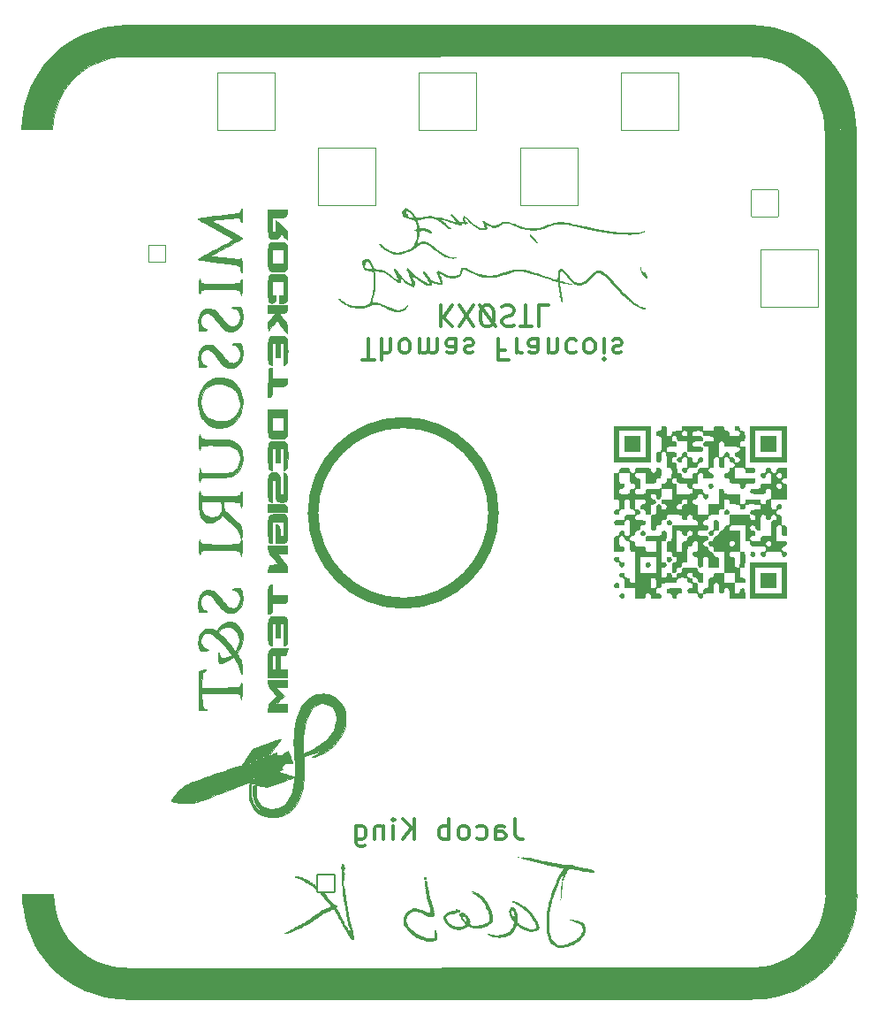
<source format=gbo>
%TF.GenerationSoftware,KiCad,Pcbnew,(6.0.1)*%
%TF.CreationDate,2022-04-29T11:40:25-05:00*%
%TF.ProjectId,Power_KiCAD_Project,506f7765-725f-44b6-9943-41445f50726f,rev?*%
%TF.SameCoordinates,Original*%
%TF.FileFunction,Legend,Bot*%
%TF.FilePolarity,Positive*%
%FSLAX46Y46*%
G04 Gerber Fmt 4.6, Leading zero omitted, Abs format (unit mm)*
G04 Created by KiCad (PCBNEW (6.0.1)) date 2022-04-29 11:40:25*
%MOMM*%
%LPD*%
G01*
G04 APERTURE LIST*
G04 Aperture macros list*
%AMRoundRect*
0 Rectangle with rounded corners*
0 $1 Rounding radius*
0 $2 $3 $4 $5 $6 $7 $8 $9 X,Y pos of 4 corners*
0 Add a 4 corners polygon primitive as box body*
4,1,4,$2,$3,$4,$5,$6,$7,$8,$9,$2,$3,0*
0 Add four circle primitives for the rounded corners*
1,1,$1+$1,$2,$3*
1,1,$1+$1,$4,$5*
1,1,$1+$1,$6,$7*
1,1,$1+$1,$8,$9*
0 Add four rect primitives between the rounded corners*
20,1,$1+$1,$2,$3,$4,$5,0*
20,1,$1+$1,$4,$5,$6,$7,0*
20,1,$1+$1,$6,$7,$8,$9,0*
20,1,$1+$1,$8,$9,$2,$3,0*%
G04 Aperture macros list end*
%ADD10C,0.100000*%
%ADD11C,1.000000*%
%ADD12C,0.300000*%
%ADD13C,0.010000*%
%ADD14RoundRect,0.051000X-0.825000X0.825000X-0.825000X-0.825000X0.825000X-0.825000X0.825000X0.825000X0*%
%ADD15C,1.752000*%
%ADD16C,4.902000*%
%ADD17RoundRect,0.051000X-2.758000X2.758000X-2.758000X-2.758000X2.758000X-2.758000X2.758000X2.758000X0*%
%ADD18C,5.618000*%
%ADD19C,1.302000*%
%ADD20RoundRect,0.051000X1.300000X1.300000X-1.300000X1.300000X-1.300000X-1.300000X1.300000X-1.300000X0*%
%ADD21C,2.702000*%
%ADD22RoundRect,0.051000X2.758000X-2.758000X2.758000X2.758000X-2.758000X2.758000X-2.758000X-2.758000X0*%
%ADD23RoundRect,0.051000X2.758000X2.758000X-2.758000X2.758000X-2.758000X-2.758000X2.758000X-2.758000X0*%
%ADD24RoundRect,0.051000X0.850000X-0.850000X0.850000X0.850000X-0.850000X0.850000X-0.850000X-0.850000X0*%
%ADD25O,1.802000X1.802000*%
G04 APERTURE END LIST*
D10*
X150025000Y-54750000D02*
X89780000Y-54790000D01*
X89780000Y-54790000D02*
X89994939Y-51775000D01*
X89994939Y-51775000D02*
X150025000Y-51775000D01*
X150025000Y-51775000D02*
X150025000Y-54750000D01*
G36*
X150025000Y-54750000D02*
G01*
X89780000Y-54790000D01*
X89994939Y-51775000D01*
X150025000Y-51775000D01*
X150025000Y-54750000D01*
G37*
X150025000Y-54750000D02*
X89780000Y-54790000D01*
X89994939Y-51775000D01*
X150025000Y-51775000D01*
X150025000Y-54750000D01*
X79955000Y-61750000D02*
X79995000Y-60940000D01*
X79995000Y-60940000D02*
X80185000Y-59660000D01*
X80185000Y-59660000D02*
X80575000Y-58400000D01*
X80575000Y-58400000D02*
X80785000Y-57810000D01*
X80785000Y-57810000D02*
X81445000Y-56560000D01*
X81445000Y-56560000D02*
X82225000Y-55440000D01*
X82225000Y-55440000D02*
X83065000Y-54540000D01*
X83065000Y-54540000D02*
X83805000Y-53910000D01*
X83805000Y-53910000D02*
X84595000Y-53370000D01*
X84595000Y-53370000D02*
X85155000Y-53020000D01*
X85155000Y-53020000D02*
X85985000Y-52640000D01*
X85985000Y-52640000D02*
X86785000Y-52330000D01*
X86785000Y-52330000D02*
X87835000Y-52040001D01*
X87835000Y-52040001D02*
X88435000Y-51940000D01*
X88435000Y-51940000D02*
X89205000Y-51820000D01*
X89205000Y-51820000D02*
X89944939Y-51800000D01*
X89944939Y-51800000D02*
X89975000Y-54800000D01*
X89975000Y-54800000D02*
X89815714Y-54800001D01*
X89815714Y-54800001D02*
X89335001Y-54820000D01*
X89335001Y-54820000D02*
X88565000Y-54920000D01*
X88565000Y-54920000D02*
X87595000Y-55200000D01*
X87595000Y-55200000D02*
X86975000Y-55450000D01*
X86975000Y-55450000D02*
X86375000Y-55770000D01*
X86375000Y-55770000D02*
X85675000Y-56230000D01*
X85675000Y-56230000D02*
X85235000Y-56600000D01*
X85235000Y-56600000D02*
X84655000Y-57190000D01*
X84655000Y-57190000D02*
X84025000Y-58030000D01*
X84025000Y-58030000D02*
X83585000Y-58840000D01*
X83585000Y-58840000D02*
X83275000Y-59620000D01*
X83275000Y-59620000D02*
X83055000Y-60420000D01*
X83055000Y-60420000D02*
X82964999Y-61020000D01*
X82964999Y-61020000D02*
X82925000Y-61775000D01*
X82925000Y-61775000D02*
X79950000Y-61775000D01*
X79950000Y-61775000D02*
X79950000Y-61749999D01*
X79950000Y-61749999D02*
X79955000Y-61750000D01*
G36*
X89975000Y-54800000D02*
G01*
X89815714Y-54800001D01*
X89335001Y-54820000D01*
X88565000Y-54920000D01*
X87595000Y-55200000D01*
X86975000Y-55450000D01*
X86375000Y-55770000D01*
X85675000Y-56230000D01*
X85235000Y-56600000D01*
X84655000Y-57190000D01*
X84025000Y-58030000D01*
X83585000Y-58840000D01*
X83275000Y-59620000D01*
X83055000Y-60420000D01*
X82964999Y-61020000D01*
X82925000Y-61775000D01*
X79950000Y-61775000D01*
X79950000Y-61749999D01*
X79955000Y-61750000D01*
X79995000Y-60940000D01*
X80185000Y-59660000D01*
X80575000Y-58400000D01*
X80785000Y-57810000D01*
X81445000Y-56560000D01*
X82225000Y-55440000D01*
X83065000Y-54540000D01*
X83805000Y-53910000D01*
X84595000Y-53370000D01*
X85155000Y-53020000D01*
X85985000Y-52640000D01*
X86785000Y-52330000D01*
X87835000Y-52040001D01*
X88435000Y-51940000D01*
X89205000Y-51820000D01*
X89944939Y-51800000D01*
X89975000Y-54800000D01*
G37*
X89975000Y-54800000D02*
X89815714Y-54800001D01*
X89335001Y-54820000D01*
X88565000Y-54920000D01*
X87595000Y-55200000D01*
X86975000Y-55450000D01*
X86375000Y-55770000D01*
X85675000Y-56230000D01*
X85235000Y-56600000D01*
X84655000Y-57190000D01*
X84025000Y-58030000D01*
X83585000Y-58840000D01*
X83275000Y-59620000D01*
X83055000Y-60420000D01*
X82964999Y-61020000D01*
X82925000Y-61775000D01*
X79950000Y-61775000D01*
X79950000Y-61749999D01*
X79955000Y-61750000D01*
X79995000Y-60940000D01*
X80185000Y-59660000D01*
X80575000Y-58400000D01*
X80785000Y-57810000D01*
X81445000Y-56560000D01*
X82225000Y-55440000D01*
X83065000Y-54540000D01*
X83805000Y-53910000D01*
X84595000Y-53370000D01*
X85155000Y-53020000D01*
X85985000Y-52640000D01*
X86785000Y-52330000D01*
X87835000Y-52040001D01*
X88435000Y-51940000D01*
X89205000Y-51820000D01*
X89944939Y-51800000D01*
X89975000Y-54800000D01*
D11*
X125200000Y-98525000D02*
G75*
G03*
X125200000Y-98525000I-8650000J0D01*
G01*
D10*
X149958100Y-51799893D02*
X150768100Y-51839893D01*
X150768100Y-51839893D02*
X152048100Y-52029893D01*
X152048100Y-52029893D02*
X153308100Y-52419893D01*
X153308100Y-52419893D02*
X153898100Y-52629893D01*
X153898100Y-52629893D02*
X155148100Y-53289893D01*
X155148100Y-53289893D02*
X156268100Y-54069893D01*
X156268100Y-54069893D02*
X157168100Y-54909893D01*
X157168100Y-54909893D02*
X157798100Y-55649893D01*
X157798100Y-55649893D02*
X158338100Y-56439893D01*
X158338100Y-56439893D02*
X158688100Y-56999893D01*
X158688100Y-56999893D02*
X159068100Y-57829893D01*
X159068100Y-57829893D02*
X159378100Y-58629893D01*
X159378100Y-58629893D02*
X159668100Y-59679893D01*
X159668100Y-59679893D02*
X159768100Y-60279893D01*
X159768100Y-60279893D02*
X159888100Y-61049893D01*
X159888100Y-61049893D02*
X159908100Y-61789832D01*
X159908100Y-61789832D02*
X156908100Y-61819893D01*
X156908100Y-61819893D02*
X156908099Y-61660607D01*
X156908099Y-61660607D02*
X156888100Y-61179893D01*
X156888100Y-61179893D02*
X156788100Y-60409893D01*
X156788100Y-60409893D02*
X156508100Y-59439893D01*
X156508100Y-59439893D02*
X156258100Y-58819893D01*
X156258100Y-58819893D02*
X155938100Y-58219893D01*
X155938100Y-58219893D02*
X155478100Y-57519893D01*
X155478100Y-57519893D02*
X155108100Y-57079893D01*
X155108100Y-57079893D02*
X154518100Y-56499893D01*
X154518100Y-56499893D02*
X153678100Y-55869893D01*
X153678100Y-55869893D02*
X152868100Y-55429893D01*
X152868100Y-55429893D02*
X152088100Y-55119893D01*
X152088100Y-55119893D02*
X151288100Y-54899893D01*
X151288100Y-54899893D02*
X150688100Y-54809893D01*
X150688100Y-54809893D02*
X149933100Y-54769893D01*
X149933100Y-54769893D02*
X149933100Y-51794893D01*
X149933100Y-51794893D02*
X149958100Y-51794893D01*
X149958100Y-51794893D02*
X149958100Y-51799893D01*
G36*
X149958100Y-51799893D02*
G01*
X150768100Y-51839893D01*
X152048100Y-52029893D01*
X153308100Y-52419893D01*
X153898100Y-52629893D01*
X155148100Y-53289893D01*
X156268100Y-54069893D01*
X157168100Y-54909893D01*
X157798100Y-55649893D01*
X158338100Y-56439893D01*
X158688100Y-56999893D01*
X159068100Y-57829893D01*
X159378100Y-58629893D01*
X159668100Y-59679893D01*
X159768100Y-60279893D01*
X159888100Y-61049893D01*
X159908100Y-61789832D01*
X156908100Y-61819893D01*
X156908099Y-61660607D01*
X156888100Y-61179893D01*
X156788100Y-60409893D01*
X156508100Y-59439893D01*
X156258100Y-58819893D01*
X155938100Y-58219893D01*
X155478100Y-57519893D01*
X155108100Y-57079893D01*
X154518100Y-56499893D01*
X153678100Y-55869893D01*
X152868100Y-55429893D01*
X152088100Y-55119893D01*
X151288100Y-54899893D01*
X150688100Y-54809893D01*
X149933100Y-54769893D01*
X149933100Y-51794893D01*
X149958100Y-51794893D01*
X149958100Y-51799893D01*
G37*
X149958100Y-51799893D02*
X150768100Y-51839893D01*
X152048100Y-52029893D01*
X153308100Y-52419893D01*
X153898100Y-52629893D01*
X155148100Y-53289893D01*
X156268100Y-54069893D01*
X157168100Y-54909893D01*
X157798100Y-55649893D01*
X158338100Y-56439893D01*
X158688100Y-56999893D01*
X159068100Y-57829893D01*
X159378100Y-58629893D01*
X159668100Y-59679893D01*
X159768100Y-60279893D01*
X159888100Y-61049893D01*
X159908100Y-61789832D01*
X156908100Y-61819893D01*
X156908099Y-61660607D01*
X156888100Y-61179893D01*
X156788100Y-60409893D01*
X156508100Y-59439893D01*
X156258100Y-58819893D01*
X155938100Y-58219893D01*
X155478100Y-57519893D01*
X155108100Y-57079893D01*
X154518100Y-56499893D01*
X153678100Y-55869893D01*
X152868100Y-55429893D01*
X152088100Y-55119893D01*
X151288100Y-54899893D01*
X150688100Y-54809893D01*
X149933100Y-54769893D01*
X149933100Y-51794893D01*
X149958100Y-51794893D01*
X149958100Y-51799893D01*
X160000000Y-135040000D02*
X159970000Y-135700000D01*
X159970000Y-135700000D02*
X159900000Y-136400000D01*
X159900000Y-136400000D02*
X159760000Y-137180000D01*
X159760000Y-137180000D02*
X159570000Y-137940000D01*
X159570000Y-137940000D02*
X159300000Y-138690000D01*
X159300000Y-138690000D02*
X159010000Y-139350000D01*
X159010000Y-139350000D02*
X158680000Y-139970000D01*
X158680000Y-139970000D02*
X158250000Y-140690000D01*
X158250000Y-140690000D02*
X157750000Y-141340000D01*
X157750000Y-141340000D02*
X157370000Y-141770000D01*
X157370000Y-141770000D02*
X156880000Y-142280000D01*
X156880000Y-142280000D02*
X156480000Y-142650000D01*
X156480000Y-142650000D02*
X156040000Y-142990000D01*
X156040000Y-142990000D02*
X155590000Y-143320000D01*
X155590000Y-143320000D02*
X154920000Y-143730000D01*
X154920000Y-143730000D02*
X154360000Y-144020000D01*
X154360000Y-144020000D02*
X153860000Y-144260000D01*
X153860000Y-144260000D02*
X153220000Y-144490000D01*
X153220000Y-144490000D02*
X152500000Y-144710000D01*
X152500000Y-144710000D02*
X152000000Y-144830000D01*
X152000000Y-144830000D02*
X151620000Y-144890000D01*
X151620000Y-144890000D02*
X151190000Y-144950000D01*
X151190000Y-144950000D02*
X150670000Y-144990000D01*
X150670000Y-144990000D02*
X150110000Y-145020000D01*
X150110000Y-145020000D02*
X149980000Y-145020000D01*
X149980000Y-145020000D02*
X150090000Y-142030000D01*
X150090000Y-142030000D02*
X150120000Y-142030000D01*
X150120000Y-142030000D02*
X151100000Y-141930000D01*
X151100000Y-141930000D02*
X151960000Y-141750000D01*
X151960000Y-141750000D02*
X152770000Y-141450000D01*
X152770000Y-141450000D02*
X153320000Y-141170000D01*
X153320000Y-141170000D02*
X153900000Y-140840000D01*
X153900000Y-140840000D02*
X154470000Y-140430000D01*
X154470000Y-140430000D02*
X155040000Y-139910000D01*
X155040000Y-139910000D02*
X155640000Y-139200000D01*
X155640000Y-139200000D02*
X155970000Y-138680000D01*
X155970000Y-138680000D02*
X156360000Y-137960000D01*
X156360000Y-137960000D02*
X156540000Y-137540000D01*
X156540000Y-137540000D02*
X156750000Y-136900000D01*
X156750000Y-136900000D02*
X156920000Y-136150000D01*
X156920000Y-136150000D02*
X156990000Y-135690000D01*
X156990000Y-135690000D02*
X157020000Y-134970000D01*
X157020000Y-134970000D02*
X160000000Y-134970000D01*
X160000000Y-134970000D02*
X160000000Y-135040000D01*
G36*
X160000000Y-135040000D02*
G01*
X159970000Y-135700000D01*
X159900000Y-136400000D01*
X159760000Y-137180000D01*
X159570000Y-137940000D01*
X159300000Y-138690000D01*
X159010000Y-139350000D01*
X158680000Y-139970000D01*
X158250000Y-140690000D01*
X157750000Y-141340000D01*
X157370000Y-141770000D01*
X156880000Y-142280000D01*
X156480000Y-142650000D01*
X156040000Y-142990000D01*
X155590000Y-143320000D01*
X154920000Y-143730000D01*
X154360000Y-144020000D01*
X153860000Y-144260000D01*
X153220000Y-144490000D01*
X152500000Y-144710000D01*
X152000000Y-144830000D01*
X151620000Y-144890000D01*
X151190000Y-144950000D01*
X150670000Y-144990000D01*
X150110000Y-145020000D01*
X149980000Y-145020000D01*
X150090000Y-142030000D01*
X150120000Y-142030000D01*
X151100000Y-141930000D01*
X151960000Y-141750000D01*
X152770000Y-141450000D01*
X153320000Y-141170000D01*
X153900000Y-140840000D01*
X154470000Y-140430000D01*
X155040000Y-139910000D01*
X155640000Y-139200000D01*
X155970000Y-138680000D01*
X156360000Y-137960000D01*
X156540000Y-137540000D01*
X156750000Y-136900000D01*
X156920000Y-136150000D01*
X156990000Y-135690000D01*
X157020000Y-134970000D01*
X160000000Y-134970000D01*
X160000000Y-135040000D01*
G37*
X160000000Y-135040000D02*
X159970000Y-135700000D01*
X159900000Y-136400000D01*
X159760000Y-137180000D01*
X159570000Y-137940000D01*
X159300000Y-138690000D01*
X159010000Y-139350000D01*
X158680000Y-139970000D01*
X158250000Y-140690000D01*
X157750000Y-141340000D01*
X157370000Y-141770000D01*
X156880000Y-142280000D01*
X156480000Y-142650000D01*
X156040000Y-142990000D01*
X155590000Y-143320000D01*
X154920000Y-143730000D01*
X154360000Y-144020000D01*
X153860000Y-144260000D01*
X153220000Y-144490000D01*
X152500000Y-144710000D01*
X152000000Y-144830000D01*
X151620000Y-144890000D01*
X151190000Y-144950000D01*
X150670000Y-144990000D01*
X150110000Y-145020000D01*
X149980000Y-145020000D01*
X150090000Y-142030000D01*
X150120000Y-142030000D01*
X151100000Y-141930000D01*
X151960000Y-141750000D01*
X152770000Y-141450000D01*
X153320000Y-141170000D01*
X153900000Y-140840000D01*
X154470000Y-140430000D01*
X155040000Y-139910000D01*
X155640000Y-139200000D01*
X155970000Y-138680000D01*
X156360000Y-137960000D01*
X156540000Y-137540000D01*
X156750000Y-136900000D01*
X156920000Y-136150000D01*
X156990000Y-135690000D01*
X157020000Y-134970000D01*
X160000000Y-134970000D01*
X160000000Y-135040000D01*
X89950000Y-145020000D02*
X89140000Y-144980000D01*
X89140000Y-144980000D02*
X87860000Y-144790000D01*
X87860000Y-144790000D02*
X86600000Y-144400000D01*
X86600000Y-144400000D02*
X86010000Y-144190000D01*
X86010000Y-144190000D02*
X84760000Y-143530000D01*
X84760000Y-143530000D02*
X83640000Y-142750000D01*
X83640000Y-142750000D02*
X82740000Y-141910000D01*
X82740000Y-141910000D02*
X82110000Y-141170000D01*
X82110000Y-141170000D02*
X81570000Y-140380000D01*
X81570000Y-140380000D02*
X81220000Y-139820000D01*
X81220000Y-139820000D02*
X80840000Y-138990000D01*
X80840000Y-138990000D02*
X80530000Y-138190000D01*
X80530000Y-138190000D02*
X80240001Y-137140000D01*
X80240001Y-137140000D02*
X80140000Y-136540000D01*
X80140000Y-136540000D02*
X80020000Y-135770000D01*
X80020000Y-135770000D02*
X80000000Y-135030061D01*
X80000000Y-135030061D02*
X83000000Y-135000000D01*
X83000000Y-135000000D02*
X83000001Y-135159286D01*
X83000001Y-135159286D02*
X83020000Y-135639999D01*
X83020000Y-135639999D02*
X83120000Y-136410000D01*
X83120000Y-136410000D02*
X83400000Y-137380000D01*
X83400000Y-137380000D02*
X83650000Y-138000000D01*
X83650000Y-138000000D02*
X83970000Y-138600000D01*
X83970000Y-138600000D02*
X84430000Y-139300000D01*
X84430000Y-139300000D02*
X84800000Y-139740000D01*
X84800000Y-139740000D02*
X85390000Y-140320000D01*
X85390000Y-140320000D02*
X86230000Y-140950000D01*
X86230000Y-140950000D02*
X87040000Y-141390000D01*
X87040000Y-141390000D02*
X87820000Y-141700000D01*
X87820000Y-141700000D02*
X88620000Y-141920000D01*
X88620000Y-141920000D02*
X89220000Y-142010001D01*
X89220000Y-142010001D02*
X89975000Y-142050000D01*
X89975000Y-142050000D02*
X89975000Y-145025000D01*
X89975000Y-145025000D02*
X89949999Y-145025000D01*
X89949999Y-145025000D02*
X89950000Y-145020000D01*
G36*
X83000001Y-135159286D02*
G01*
X83020000Y-135639999D01*
X83120000Y-136410000D01*
X83400000Y-137380000D01*
X83650000Y-138000000D01*
X83970000Y-138600000D01*
X84430000Y-139300000D01*
X84800000Y-139740000D01*
X85390000Y-140320000D01*
X86230000Y-140950000D01*
X87040000Y-141390000D01*
X87820000Y-141700000D01*
X88620000Y-141920000D01*
X89220000Y-142010001D01*
X89975000Y-142050000D01*
X89975000Y-145025000D01*
X89949999Y-145025000D01*
X89950000Y-145020000D01*
X89140000Y-144980000D01*
X87860000Y-144790000D01*
X86600000Y-144400000D01*
X86010000Y-144190000D01*
X84760000Y-143530000D01*
X83640000Y-142750000D01*
X82740000Y-141910000D01*
X82110000Y-141170000D01*
X81570000Y-140380000D01*
X81220000Y-139820000D01*
X80840000Y-138990000D01*
X80530000Y-138190000D01*
X80240001Y-137140000D01*
X80140000Y-136540000D01*
X80020000Y-135770000D01*
X80000000Y-135030061D01*
X83000000Y-135000000D01*
X83000001Y-135159286D01*
G37*
X83000001Y-135159286D02*
X83020000Y-135639999D01*
X83120000Y-136410000D01*
X83400000Y-137380000D01*
X83650000Y-138000000D01*
X83970000Y-138600000D01*
X84430000Y-139300000D01*
X84800000Y-139740000D01*
X85390000Y-140320000D01*
X86230000Y-140950000D01*
X87040000Y-141390000D01*
X87820000Y-141700000D01*
X88620000Y-141920000D01*
X89220000Y-142010001D01*
X89975000Y-142050000D01*
X89975000Y-145025000D01*
X89949999Y-145025000D01*
X89950000Y-145020000D01*
X89140000Y-144980000D01*
X87860000Y-144790000D01*
X86600000Y-144400000D01*
X86010000Y-144190000D01*
X84760000Y-143530000D01*
X83640000Y-142750000D01*
X82740000Y-141910000D01*
X82110000Y-141170000D01*
X81570000Y-140380000D01*
X81220000Y-139820000D01*
X80840000Y-138990000D01*
X80530000Y-138190000D01*
X80240001Y-137140000D01*
X80140000Y-136540000D01*
X80020000Y-135770000D01*
X80000000Y-135030061D01*
X83000000Y-135000000D01*
X83000001Y-135159286D01*
D11*
X125200000Y-98475000D02*
G75*
G03*
X125200000Y-98475000I-8650000J0D01*
G01*
D10*
X149908100Y-145049893D02*
X89883100Y-145044893D01*
X89883100Y-145044893D02*
X89908100Y-142079893D01*
X89908100Y-142079893D02*
X150017386Y-142039893D01*
X150017386Y-142039893D02*
X149908100Y-145049893D01*
G36*
X149908100Y-145049893D02*
G01*
X89883100Y-145044893D01*
X89908100Y-142079893D01*
X150017386Y-142039893D01*
X149908100Y-145049893D01*
G37*
X149908100Y-145049893D02*
X89883100Y-145044893D01*
X89908100Y-142079893D01*
X150017386Y-142039893D01*
X149908100Y-145049893D01*
X159950000Y-134975000D02*
X156950000Y-134985000D01*
X156950000Y-134985000D02*
X156950000Y-61825000D01*
X156950000Y-61825000D02*
X159950000Y-61825000D01*
X159950000Y-61825000D02*
X159950000Y-134975000D01*
G36*
X159950000Y-134975000D02*
G01*
X156950000Y-134985000D01*
X156950000Y-61825000D01*
X159950000Y-61825000D01*
X159950000Y-134975000D01*
G37*
X159950000Y-134975000D02*
X156950000Y-134985000D01*
X156950000Y-61825000D01*
X159950000Y-61825000D01*
X159950000Y-134975000D01*
D12*
X112641691Y-83860504D02*
X113784548Y-83860504D01*
X113213120Y-81860504D02*
X113213120Y-83860504D01*
X114451215Y-81860504D02*
X114451215Y-83860504D01*
X115308358Y-81860504D02*
X115308358Y-82908123D01*
X115213120Y-83098599D01*
X115022643Y-83193837D01*
X114736929Y-83193837D01*
X114546453Y-83098599D01*
X114451215Y-83003361D01*
X116546453Y-81860504D02*
X116355977Y-81955742D01*
X116260739Y-82050980D01*
X116165501Y-82241456D01*
X116165501Y-82812885D01*
X116260739Y-83003361D01*
X116355977Y-83098599D01*
X116546453Y-83193837D01*
X116832167Y-83193837D01*
X117022643Y-83098599D01*
X117117881Y-83003361D01*
X117213120Y-82812885D01*
X117213120Y-82241456D01*
X117117881Y-82050980D01*
X117022643Y-81955742D01*
X116832167Y-81860504D01*
X116546453Y-81860504D01*
X118070262Y-81860504D02*
X118070262Y-83193837D01*
X118070262Y-83003361D02*
X118165501Y-83098599D01*
X118355977Y-83193837D01*
X118641691Y-83193837D01*
X118832167Y-83098599D01*
X118927405Y-82908123D01*
X118927405Y-81860504D01*
X118927405Y-82908123D02*
X119022643Y-83098599D01*
X119213120Y-83193837D01*
X119498834Y-83193837D01*
X119689310Y-83098599D01*
X119784548Y-82908123D01*
X119784548Y-81860504D01*
X121594072Y-81860504D02*
X121594072Y-82908123D01*
X121498834Y-83098599D01*
X121308358Y-83193837D01*
X120927405Y-83193837D01*
X120736929Y-83098599D01*
X121594072Y-81955742D02*
X121403596Y-81860504D01*
X120927405Y-81860504D01*
X120736929Y-81955742D01*
X120641691Y-82146218D01*
X120641691Y-82336694D01*
X120736929Y-82527170D01*
X120927405Y-82622408D01*
X121403596Y-82622408D01*
X121594072Y-82717646D01*
X122451215Y-81955742D02*
X122641691Y-81860504D01*
X123022643Y-81860504D01*
X123213120Y-81955742D01*
X123308358Y-82146218D01*
X123308358Y-82241456D01*
X123213120Y-82431932D01*
X123022643Y-82527170D01*
X122736929Y-82527170D01*
X122546453Y-82622408D01*
X122451215Y-82812885D01*
X122451215Y-82908123D01*
X122546453Y-83098599D01*
X122736929Y-83193837D01*
X123022643Y-83193837D01*
X123213120Y-83098599D01*
X126355977Y-82908123D02*
X125689310Y-82908123D01*
X125689310Y-81860504D02*
X125689310Y-83860504D01*
X126641691Y-83860504D01*
X127403596Y-81860504D02*
X127403596Y-83193837D01*
X127403596Y-82812885D02*
X127498834Y-83003361D01*
X127594072Y-83098599D01*
X127784548Y-83193837D01*
X127975024Y-83193837D01*
X129498834Y-81860504D02*
X129498834Y-82908123D01*
X129403596Y-83098599D01*
X129213120Y-83193837D01*
X128832167Y-83193837D01*
X128641691Y-83098599D01*
X129498834Y-81955742D02*
X129308358Y-81860504D01*
X128832167Y-81860504D01*
X128641691Y-81955742D01*
X128546453Y-82146218D01*
X128546453Y-82336694D01*
X128641691Y-82527170D01*
X128832167Y-82622408D01*
X129308358Y-82622408D01*
X129498834Y-82717646D01*
X130451215Y-83193837D02*
X130451215Y-81860504D01*
X130451215Y-83003361D02*
X130546453Y-83098599D01*
X130736929Y-83193837D01*
X131022643Y-83193837D01*
X131213120Y-83098599D01*
X131308358Y-82908123D01*
X131308358Y-81860504D01*
X133117881Y-81955742D02*
X132927405Y-81860504D01*
X132546453Y-81860504D01*
X132355977Y-81955742D01*
X132260739Y-82050980D01*
X132165501Y-82241456D01*
X132165501Y-82812885D01*
X132260739Y-83003361D01*
X132355977Y-83098599D01*
X132546453Y-83193837D01*
X132927405Y-83193837D01*
X133117881Y-83098599D01*
X134260739Y-81860504D02*
X134070262Y-81955742D01*
X133975024Y-82050980D01*
X133879786Y-82241456D01*
X133879786Y-82812885D01*
X133975024Y-83003361D01*
X134070262Y-83098599D01*
X134260739Y-83193837D01*
X134546453Y-83193837D01*
X134736929Y-83098599D01*
X134832167Y-83003361D01*
X134927405Y-82812885D01*
X134927405Y-82241456D01*
X134832167Y-82050980D01*
X134736929Y-81955742D01*
X134546453Y-81860504D01*
X134260739Y-81860504D01*
X135784548Y-81860504D02*
X135784548Y-83193837D01*
X135784548Y-83860504D02*
X135689310Y-83765266D01*
X135784548Y-83670027D01*
X135879786Y-83765266D01*
X135784548Y-83860504D01*
X135784548Y-83670027D01*
X136641691Y-81955742D02*
X136832167Y-81860504D01*
X137213120Y-81860504D01*
X137403596Y-81955742D01*
X137498834Y-82146218D01*
X137498834Y-82241456D01*
X137403596Y-82431932D01*
X137213120Y-82527170D01*
X136927405Y-82527170D01*
X136736929Y-82622408D01*
X136641691Y-82812885D01*
X136641691Y-82908123D01*
X136736929Y-83098599D01*
X136927405Y-83193837D01*
X137213120Y-83193837D01*
X137403596Y-83098599D01*
X120117881Y-78640504D02*
X120117881Y-80640504D01*
X121260739Y-78640504D02*
X120403596Y-79783361D01*
X121260739Y-80640504D02*
X120117881Y-79497646D01*
X121927405Y-80640504D02*
X123260739Y-78640504D01*
X123260739Y-80640504D02*
X121927405Y-78640504D01*
X125355977Y-80640504D02*
X123832167Y-78640504D01*
X124403596Y-78640504D02*
X124213120Y-78735742D01*
X124022643Y-78926218D01*
X123927405Y-79307170D01*
X123927405Y-79973837D01*
X124022643Y-80354789D01*
X124213120Y-80545266D01*
X124403596Y-80640504D01*
X124784548Y-80640504D01*
X124975024Y-80545266D01*
X125165501Y-80354789D01*
X125260739Y-79973837D01*
X125260739Y-79307170D01*
X125165501Y-78926218D01*
X124975024Y-78735742D01*
X124784548Y-78640504D01*
X124403596Y-78640504D01*
X126022643Y-78735742D02*
X126308358Y-78640504D01*
X126784548Y-78640504D01*
X126975024Y-78735742D01*
X127070262Y-78830980D01*
X127165501Y-79021456D01*
X127165501Y-79211932D01*
X127070262Y-79402408D01*
X126975024Y-79497646D01*
X126784548Y-79592885D01*
X126403596Y-79688123D01*
X126213120Y-79783361D01*
X126117881Y-79878599D01*
X126022643Y-80069075D01*
X126022643Y-80259551D01*
X126117881Y-80450027D01*
X126213120Y-80545266D01*
X126403596Y-80640504D01*
X126879786Y-80640504D01*
X127165501Y-80545266D01*
X127736929Y-80640504D02*
X128879786Y-80640504D01*
X128308358Y-78640504D02*
X128308358Y-80640504D01*
X130498834Y-78640504D02*
X129546453Y-78640504D01*
X129546453Y-80640504D01*
X127233333Y-127779761D02*
X127233333Y-129208333D01*
X127328571Y-129494047D01*
X127519047Y-129684523D01*
X127804761Y-129779761D01*
X127995238Y-129779761D01*
X125423809Y-129779761D02*
X125423809Y-128732142D01*
X125519047Y-128541666D01*
X125709523Y-128446428D01*
X126090476Y-128446428D01*
X126280952Y-128541666D01*
X125423809Y-129684523D02*
X125614285Y-129779761D01*
X126090476Y-129779761D01*
X126280952Y-129684523D01*
X126376190Y-129494047D01*
X126376190Y-129303571D01*
X126280952Y-129113095D01*
X126090476Y-129017857D01*
X125614285Y-129017857D01*
X125423809Y-128922619D01*
X123614285Y-129684523D02*
X123804761Y-129779761D01*
X124185714Y-129779761D01*
X124376190Y-129684523D01*
X124471428Y-129589285D01*
X124566666Y-129398809D01*
X124566666Y-128827380D01*
X124471428Y-128636904D01*
X124376190Y-128541666D01*
X124185714Y-128446428D01*
X123804761Y-128446428D01*
X123614285Y-128541666D01*
X122471428Y-129779761D02*
X122661904Y-129684523D01*
X122757142Y-129589285D01*
X122852380Y-129398809D01*
X122852380Y-128827380D01*
X122757142Y-128636904D01*
X122661904Y-128541666D01*
X122471428Y-128446428D01*
X122185714Y-128446428D01*
X121995238Y-128541666D01*
X121899999Y-128636904D01*
X121804761Y-128827380D01*
X121804761Y-129398809D01*
X121899999Y-129589285D01*
X121995238Y-129684523D01*
X122185714Y-129779761D01*
X122471428Y-129779761D01*
X120947619Y-129779761D02*
X120947619Y-127779761D01*
X120947619Y-128541666D02*
X120757142Y-128446428D01*
X120376190Y-128446428D01*
X120185714Y-128541666D01*
X120090476Y-128636904D01*
X119995238Y-128827380D01*
X119995238Y-129398809D01*
X120090476Y-129589285D01*
X120185714Y-129684523D01*
X120376190Y-129779761D01*
X120757142Y-129779761D01*
X120947619Y-129684523D01*
X117614285Y-129779761D02*
X117614285Y-127779761D01*
X116471428Y-129779761D02*
X117328571Y-128636904D01*
X116471428Y-127779761D02*
X117614285Y-128922619D01*
X115614285Y-129779761D02*
X115614285Y-128446428D01*
X115614285Y-127779761D02*
X115709523Y-127875000D01*
X115614285Y-127970238D01*
X115519047Y-127875000D01*
X115614285Y-127779761D01*
X115614285Y-127970238D01*
X114661904Y-128446428D02*
X114661904Y-129779761D01*
X114661904Y-128636904D02*
X114566666Y-128541666D01*
X114376190Y-128446428D01*
X114090476Y-128446428D01*
X113899999Y-128541666D01*
X113804761Y-128732142D01*
X113804761Y-129779761D01*
X111995238Y-128446428D02*
X111995238Y-130065476D01*
X112090476Y-130255952D01*
X112185714Y-130351190D01*
X112376190Y-130446428D01*
X112661904Y-130446428D01*
X112852380Y-130351190D01*
X111995238Y-129684523D02*
X112185714Y-129779761D01*
X112566666Y-129779761D01*
X112757142Y-129684523D01*
X112852380Y-129589285D01*
X112947619Y-129398809D01*
X112947619Y-128827380D01*
X112852380Y-128636904D01*
X112757142Y-128541666D01*
X112566666Y-128446428D01*
X112185714Y-128446428D01*
X111995238Y-128541666D01*
%TO.C,G\u002A\u002A\u002A*%
G36*
X112612153Y-74657983D02*
G01*
X112632768Y-74481330D01*
X112718307Y-74311819D01*
X112767313Y-74244551D01*
X112826474Y-74189726D01*
X112901880Y-74167575D01*
X113023682Y-74163446D01*
X113054092Y-74163642D01*
X113174267Y-74173720D01*
X113258753Y-74207938D01*
X113341317Y-74278530D01*
X113443300Y-74402575D01*
X113558148Y-74585378D01*
X113660170Y-74788926D01*
X113733650Y-74984919D01*
X113752763Y-75046755D01*
X113787687Y-75122815D01*
X113836555Y-75154564D01*
X113920506Y-75162038D01*
X114149283Y-75172650D01*
X114460310Y-75215960D01*
X114738898Y-75298374D01*
X115002036Y-75427088D01*
X115266715Y-75609299D01*
X115549925Y-75852204D01*
X115657350Y-75944101D01*
X115780244Y-76037106D01*
X115900905Y-76118983D01*
X116004927Y-76180555D01*
X116077903Y-76212646D01*
X116105430Y-76206079D01*
X116088613Y-76159349D01*
X116042702Y-76083095D01*
X116005903Y-76024405D01*
X115941379Y-75908891D01*
X115873893Y-75777663D01*
X115821128Y-75669445D01*
X115722087Y-75457844D01*
X115657684Y-75302143D01*
X115626082Y-75194569D01*
X115625444Y-75127352D01*
X115653936Y-75092720D01*
X115709719Y-75082903D01*
X115758134Y-75099780D01*
X115841803Y-75155919D01*
X115930250Y-75232028D01*
X116000308Y-75307782D01*
X116028809Y-75362854D01*
X116043179Y-75393035D01*
X116095218Y-75468724D01*
X116171402Y-75568877D01*
X116257027Y-75674879D01*
X116337387Y-75768113D01*
X116397778Y-75829962D01*
X116415281Y-75847760D01*
X116455397Y-75913243D01*
X116494009Y-75972784D01*
X116580182Y-76060854D01*
X116700108Y-76165269D01*
X116840724Y-76276492D01*
X116988967Y-76384982D01*
X117131775Y-76481200D01*
X117256084Y-76555606D01*
X117348832Y-76598663D01*
X117396956Y-76600829D01*
X117400906Y-76587273D01*
X117391732Y-76517622D01*
X117361919Y-76415055D01*
X117352883Y-76389034D01*
X117301806Y-76238663D01*
X117255525Y-76098137D01*
X117245454Y-76068787D01*
X117197371Y-75945789D01*
X117130718Y-75789543D01*
X117056722Y-75626674D01*
X116973923Y-75443976D01*
X116912118Y-75285729D01*
X116884358Y-75174399D01*
X116888209Y-75099645D01*
X116921235Y-75051128D01*
X116948887Y-75036542D01*
X116994715Y-75046852D01*
X117061945Y-75099844D01*
X117163980Y-75203955D01*
X117366070Y-75416550D01*
X117543154Y-75592351D01*
X117708510Y-75741364D01*
X117881152Y-75879734D01*
X118080094Y-76023603D01*
X118324352Y-76189117D01*
X118385381Y-76228958D01*
X118569158Y-76340378D01*
X118739064Y-76431604D01*
X118882774Y-76496848D01*
X118987959Y-76530321D01*
X119042291Y-76526234D01*
X119042140Y-76504458D01*
X119015238Y-76429472D01*
X118965101Y-76320588D01*
X118901608Y-76196794D01*
X118834643Y-76077078D01*
X118774085Y-75980426D01*
X118729819Y-75925826D01*
X118686011Y-75873711D01*
X118620100Y-75771182D01*
X118551069Y-75645189D01*
X118546529Y-75636186D01*
X118488491Y-75515680D01*
X118463371Y-75441814D01*
X118467559Y-75395143D01*
X118497448Y-75356216D01*
X118500651Y-75353079D01*
X118564229Y-75319578D01*
X118632998Y-75343668D01*
X118713729Y-75430236D01*
X118813190Y-75584170D01*
X118875970Y-75688801D01*
X119024374Y-75911072D01*
X119165857Y-76077601D01*
X119313703Y-76200283D01*
X119481199Y-76291012D01*
X119681630Y-76361683D01*
X119855689Y-76410461D01*
X120005472Y-76444312D01*
X120096527Y-76449481D01*
X120136159Y-76424471D01*
X120131673Y-76367784D01*
X120090376Y-76277924D01*
X120052031Y-76201899D01*
X119989266Y-76066475D01*
X119921194Y-75910770D01*
X119855270Y-75752768D01*
X119798950Y-75610451D01*
X119759691Y-75501801D01*
X119744948Y-75444800D01*
X119773925Y-75377350D01*
X119850774Y-75330047D01*
X119945581Y-75326110D01*
X120006922Y-75349412D01*
X120117865Y-75403965D01*
X120242987Y-75474396D01*
X120585060Y-75655466D01*
X120920106Y-75779090D01*
X121227560Y-75833382D01*
X121506202Y-75818133D01*
X121754812Y-75733134D01*
X121805426Y-75706684D01*
X121885815Y-75656389D01*
X121935761Y-75598923D01*
X121971033Y-75511762D01*
X122007403Y-75372382D01*
X122057438Y-75204791D01*
X122120766Y-75087098D01*
X122202693Y-75024634D01*
X122312482Y-75006282D01*
X122325080Y-75006845D01*
X122428941Y-75028373D01*
X122573558Y-75074712D01*
X122735789Y-75137083D01*
X122892488Y-75206710D01*
X123020513Y-75274813D01*
X123028125Y-75279375D01*
X123170317Y-75352239D01*
X123362984Y-75435742D01*
X123584053Y-75521681D01*
X123811453Y-75601851D01*
X124023110Y-75668049D01*
X124196952Y-75712070D01*
X124264383Y-75725307D01*
X124493002Y-75760125D01*
X124716130Y-75775370D01*
X124944579Y-75769449D01*
X125189162Y-75740775D01*
X125460692Y-75687755D01*
X125769983Y-75608800D01*
X126127848Y-75502319D01*
X126545098Y-75366722D01*
X126634614Y-75338201D01*
X126843660Y-75279773D01*
X127048562Y-75231768D01*
X127215536Y-75202463D01*
X127487059Y-75185371D01*
X127842230Y-75199247D01*
X128220859Y-75246238D01*
X128600081Y-75323388D01*
X128957032Y-75427739D01*
X129067454Y-75465740D01*
X129204569Y-75512456D01*
X129303469Y-75545614D01*
X129330309Y-75554504D01*
X129431553Y-75588252D01*
X129587281Y-75640295D01*
X129785479Y-75706616D01*
X130014136Y-75783195D01*
X130261237Y-75866014D01*
X130389387Y-75908806D01*
X130628818Y-75987809D01*
X130843913Y-76057579D01*
X131022616Y-76114266D01*
X131152873Y-76154021D01*
X131222630Y-76172996D01*
X131341187Y-76197387D01*
X131365734Y-75768365D01*
X131365992Y-75763870D01*
X131384536Y-75531575D01*
X131411752Y-75364295D01*
X131451566Y-75250759D01*
X131507906Y-75179690D01*
X131584701Y-75139816D01*
X131599963Y-75135316D01*
X131684519Y-75124854D01*
X131772786Y-75143289D01*
X131871781Y-75196040D01*
X131988522Y-75288527D01*
X132130026Y-75426170D01*
X132303310Y-75614389D01*
X132515392Y-75858602D01*
X132590312Y-75945777D01*
X132761143Y-76136858D01*
X132901130Y-76277337D01*
X133020971Y-76375184D01*
X133131360Y-76438364D01*
X133242996Y-76474845D01*
X133366575Y-76492594D01*
X133507356Y-76490715D01*
X133739736Y-76426948D01*
X133969600Y-76287132D01*
X134197499Y-76070986D01*
X134219982Y-76045855D01*
X134463544Y-75782934D01*
X134672876Y-75579206D01*
X134856177Y-75430855D01*
X135021649Y-75334064D01*
X135177493Y-75285020D01*
X135331909Y-75279905D01*
X135493098Y-75314904D01*
X135669261Y-75386202D01*
X135669931Y-75386519D01*
X135821801Y-75479313D01*
X136012035Y-75630016D01*
X136235374Y-75833586D01*
X136486561Y-76084985D01*
X136760337Y-76379173D01*
X137051446Y-76711108D01*
X137149958Y-76823874D01*
X137334344Y-77025519D01*
X137542113Y-77243835D01*
X137762589Y-77468317D01*
X137985096Y-77688459D01*
X138198958Y-77893756D01*
X138393499Y-78073701D01*
X138558041Y-78217789D01*
X138681910Y-78315515D01*
X138798462Y-78398333D01*
X138953432Y-78508435D01*
X139084172Y-78601309D01*
X139099453Y-78612075D01*
X139294253Y-78733091D01*
X139465460Y-78809987D01*
X139604846Y-78840855D01*
X139704184Y-78823787D01*
X139755246Y-78756877D01*
X139777370Y-78712155D01*
X139817284Y-78701736D01*
X139838073Y-78729556D01*
X139818515Y-78801367D01*
X139799491Y-78847848D01*
X139805193Y-78875663D01*
X139804312Y-78896774D01*
X139762686Y-78951851D01*
X139702935Y-78992869D01*
X139571162Y-79008679D01*
X139391914Y-78969796D01*
X139168477Y-78876636D01*
X139165916Y-78875374D01*
X139020699Y-78796121D01*
X138859009Y-78695705D01*
X138692495Y-78582927D01*
X138532810Y-78466586D01*
X138391603Y-78355483D01*
X138280525Y-78258418D01*
X138211227Y-78184191D01*
X138195359Y-78141603D01*
X138198505Y-78129030D01*
X138164811Y-78129444D01*
X138145082Y-78123883D01*
X138075672Y-78075777D01*
X137969228Y-77987236D01*
X137835673Y-77867633D01*
X137684929Y-77726342D01*
X137526920Y-77572734D01*
X137371570Y-77416184D01*
X137228801Y-77266064D01*
X137108536Y-77131747D01*
X136993269Y-76999756D01*
X136809572Y-76796128D01*
X136609072Y-76579885D01*
X136405183Y-76365113D01*
X136211323Y-76165899D01*
X136040907Y-75996331D01*
X135907352Y-75870496D01*
X135857757Y-75826814D01*
X135675766Y-75685835D01*
X135515040Y-75600298D01*
X135359010Y-75563193D01*
X135191108Y-75567514D01*
X135141674Y-75574949D01*
X135079210Y-75591876D01*
X135016458Y-75623587D01*
X134942892Y-75678207D01*
X134847984Y-75763860D01*
X134721208Y-75888671D01*
X134552037Y-76060765D01*
X134439007Y-76174446D01*
X134282014Y-76325937D01*
X134141537Y-76454359D01*
X134029598Y-76548826D01*
X133958221Y-76598450D01*
X133943063Y-76605854D01*
X133802142Y-76663091D01*
X133645493Y-76711723D01*
X133501561Y-76743946D01*
X133398793Y-76751954D01*
X133356888Y-76746842D01*
X133123075Y-76675283D01*
X132885218Y-76533140D01*
X132649468Y-76324802D01*
X132421977Y-76054662D01*
X132418762Y-76050317D01*
X132286569Y-75882588D01*
X132144975Y-75720638D01*
X132005163Y-75575490D01*
X131878312Y-75458165D01*
X131775607Y-75379687D01*
X131708227Y-75351078D01*
X131665544Y-75363181D01*
X131605240Y-75441768D01*
X131563889Y-75591660D01*
X131542232Y-75810807D01*
X131541221Y-75832823D01*
X131533901Y-76015991D01*
X131537420Y-76139551D01*
X131559790Y-76218954D01*
X131609024Y-76269653D01*
X131693135Y-76307101D01*
X131820134Y-76346749D01*
X131973826Y-76391468D01*
X132172978Y-76445554D01*
X132346906Y-76489072D01*
X132510630Y-76527511D01*
X132676763Y-76567625D01*
X132785781Y-76596127D01*
X132847877Y-76615974D01*
X132873244Y-76630128D01*
X132872076Y-76641547D01*
X132854754Y-76650991D01*
X132767125Y-76660989D01*
X132626695Y-76654056D01*
X132448665Y-76631348D01*
X132248233Y-76594025D01*
X132167944Y-76576841D01*
X131954268Y-76531328D01*
X131801969Y-76499367D01*
X131700752Y-76478853D01*
X131640318Y-76467684D01*
X131610370Y-76463757D01*
X131600021Y-76476112D01*
X131596379Y-76554365D01*
X131609653Y-76701724D01*
X131639488Y-76914748D01*
X131685527Y-77189992D01*
X131691754Y-77225586D01*
X131720859Y-77402322D01*
X131745421Y-77567016D01*
X131760667Y-77688031D01*
X131766335Y-77732972D01*
X131796620Y-77891675D01*
X131837345Y-78043793D01*
X131867678Y-78151187D01*
X131873897Y-78230772D01*
X131849980Y-78283235D01*
X131809289Y-78323388D01*
X131751978Y-78334785D01*
X131709670Y-78272545D01*
X131681279Y-78135716D01*
X131679167Y-78119648D01*
X131641648Y-77964133D01*
X131581088Y-77878238D01*
X131524870Y-77827729D01*
X131511733Y-77781992D01*
X131563801Y-77764653D01*
X131597807Y-77764521D01*
X131616296Y-77752740D01*
X131610315Y-77708575D01*
X131582391Y-77611157D01*
X131575197Y-77584797D01*
X131545380Y-77447676D01*
X131522890Y-77304924D01*
X131506843Y-77193412D01*
X131478843Y-77029886D01*
X131446866Y-76864351D01*
X131419223Y-76717481D01*
X131399120Y-76585188D01*
X131391434Y-76498755D01*
X131391420Y-76489050D01*
X131388524Y-76453713D01*
X131373453Y-76424462D01*
X131336032Y-76396533D01*
X131266080Y-76365157D01*
X131153423Y-76325568D01*
X130987880Y-76273000D01*
X130759276Y-76202685D01*
X130697501Y-76183098D01*
X130557521Y-76134958D01*
X130447001Y-76092321D01*
X130438740Y-76088824D01*
X130346930Y-76054700D01*
X130287937Y-76040671D01*
X130286695Y-76040592D01*
X130234556Y-76027201D01*
X130122616Y-75993441D01*
X129962742Y-75943047D01*
X129766803Y-75879756D01*
X129546668Y-75807304D01*
X129243933Y-75708876D01*
X128887012Y-75600585D01*
X128577862Y-75518108D01*
X128303552Y-75458744D01*
X128051148Y-75419791D01*
X127807719Y-75398547D01*
X127560332Y-75392311D01*
X127461345Y-75393238D01*
X127343456Y-75398469D01*
X127230906Y-75411066D01*
X127110777Y-75434090D01*
X126970149Y-75470598D01*
X126796103Y-75523649D01*
X126575719Y-75596302D01*
X126296079Y-75691615D01*
X126216831Y-75718658D01*
X125899909Y-75822099D01*
X125633316Y-75899003D01*
X125400764Y-75952688D01*
X125185967Y-75986471D01*
X124972640Y-76003669D01*
X124744495Y-76007597D01*
X124741145Y-76007575D01*
X124539160Y-76004581D01*
X124390540Y-75996801D01*
X124272373Y-75981233D01*
X124161746Y-75954874D01*
X124035747Y-75914720D01*
X123993811Y-75900895D01*
X123854093Y-75859290D01*
X123736371Y-75829869D01*
X123671134Y-75807835D01*
X123546829Y-75755121D01*
X123380501Y-75678598D01*
X123185640Y-75584488D01*
X122975738Y-75479014D01*
X122776415Y-75379138D01*
X122594330Y-75292241D01*
X122445123Y-75225572D01*
X122340418Y-75184321D01*
X122291836Y-75173676D01*
X122268815Y-75197552D01*
X122231357Y-75280266D01*
X122199126Y-75397497D01*
X122153713Y-75568879D01*
X122074137Y-75731811D01*
X121957407Y-75851296D01*
X121790172Y-75945214D01*
X121668745Y-75992399D01*
X121501320Y-76029955D01*
X121301342Y-76040652D01*
X121251198Y-76040102D01*
X121100048Y-76029331D01*
X120952542Y-76000775D01*
X120791254Y-75949172D01*
X120598760Y-75869264D01*
X120357634Y-75755791D01*
X120315116Y-75735350D01*
X120190963Y-75678833D01*
X120100966Y-75642686D01*
X120062255Y-75633972D01*
X120064342Y-75651896D01*
X120090264Y-75727106D01*
X120138422Y-75846157D01*
X120202710Y-75993424D01*
X120268992Y-76146492D01*
X120328109Y-76309103D01*
X120352454Y-76429021D01*
X120344354Y-76519773D01*
X120306133Y-76594887D01*
X120275164Y-76627482D01*
X120222648Y-76648392D01*
X120134290Y-76652580D01*
X119990070Y-76643097D01*
X119851767Y-76626192D01*
X119701048Y-76597379D01*
X119591705Y-76565032D01*
X119457604Y-76512008D01*
X119359025Y-76481436D01*
X119308571Y-76481020D01*
X119295295Y-76508678D01*
X119291691Y-76634209D01*
X119260343Y-76720287D01*
X119193354Y-76767087D01*
X119168179Y-76774783D01*
X119025261Y-76776051D01*
X118838153Y-76725421D01*
X118613542Y-76626193D01*
X118358110Y-76481669D01*
X118078542Y-76295149D01*
X117781524Y-76069935D01*
X117762881Y-76055018D01*
X117624358Y-75946665D01*
X117511553Y-75862687D01*
X117435643Y-75811155D01*
X117407805Y-75800137D01*
X117416717Y-75859192D01*
X117452513Y-75964768D01*
X117504103Y-76075184D01*
X117558875Y-76164364D01*
X117604219Y-76206236D01*
X117609248Y-76207654D01*
X117641703Y-76228321D01*
X117659092Y-76276280D01*
X117664348Y-76367891D01*
X117660407Y-76519509D01*
X117648621Y-76687708D01*
X117621195Y-76807322D01*
X117568582Y-76868754D01*
X117480677Y-76876653D01*
X117347375Y-76835672D01*
X117158571Y-76750459D01*
X117157814Y-76750094D01*
X117008548Y-76670216D01*
X116874791Y-76577589D01*
X116735989Y-76456075D01*
X116571590Y-76289534D01*
X116467969Y-76180445D01*
X116372218Y-76082333D01*
X116316223Y-76031570D01*
X116292821Y-76023270D01*
X116294852Y-76052544D01*
X116315155Y-76114504D01*
X116325172Y-76144676D01*
X116354273Y-76261355D01*
X116362878Y-76349732D01*
X116354066Y-76386454D01*
X116293037Y-76453084D01*
X116197246Y-76479832D01*
X116093344Y-76456173D01*
X116024324Y-76415605D01*
X115893237Y-76329929D01*
X115734319Y-76220105D01*
X115566137Y-76099286D01*
X115407259Y-75980628D01*
X115276252Y-75877284D01*
X115083593Y-75727335D01*
X114868079Y-75589702D01*
X114656949Y-75496368D01*
X114427464Y-75437722D01*
X114156884Y-75404150D01*
X113836544Y-75378158D01*
X113857926Y-75489128D01*
X113868609Y-75546471D01*
X113889370Y-75679570D01*
X113902450Y-75812942D01*
X113908204Y-75961812D01*
X113906986Y-76141402D01*
X113899151Y-76366938D01*
X113885054Y-76653642D01*
X113878565Y-76772982D01*
X113863416Y-77018208D01*
X113847542Y-77209372D01*
X113828723Y-77362465D01*
X113804740Y-77493482D01*
X113773370Y-77618414D01*
X113732395Y-77753254D01*
X113707391Y-77832532D01*
X113657327Y-77998997D01*
X113617601Y-78141294D01*
X113595124Y-78235151D01*
X113570859Y-78364494D01*
X113829590Y-78353310D01*
X113854932Y-78352428D01*
X114053377Y-78361144D01*
X114261619Y-78400369D01*
X114492440Y-78474089D01*
X114758627Y-78586291D01*
X115072963Y-78740959D01*
X115189560Y-78799602D01*
X115540814Y-78952431D01*
X115847925Y-79046041D01*
X116113510Y-79081087D01*
X116340184Y-79058224D01*
X116393110Y-79042797D01*
X116546587Y-78976904D01*
X116692046Y-78888688D01*
X116807638Y-78792729D01*
X116871513Y-78703611D01*
X116889416Y-78662887D01*
X116934031Y-78600286D01*
X116971099Y-78589827D01*
X116986577Y-78639355D01*
X116975203Y-78686626D01*
X116928937Y-78785422D01*
X116859201Y-78898888D01*
X116839583Y-78926258D01*
X116661257Y-79103356D01*
X116433641Y-79222073D01*
X116156277Y-79282661D01*
X116118265Y-79286258D01*
X116003541Y-79289573D01*
X115890830Y-79276090D01*
X115755876Y-79241610D01*
X115574420Y-79181935D01*
X115519260Y-79162269D01*
X115312512Y-79081231D01*
X115103403Y-78990144D01*
X114929749Y-78905239D01*
X114863298Y-78870208D01*
X114580533Y-78732590D01*
X114342865Y-78639175D01*
X114138874Y-78586020D01*
X113957144Y-78569178D01*
X113895709Y-78570632D01*
X113805103Y-78579681D01*
X113703288Y-78600077D01*
X113578307Y-78635315D01*
X113418203Y-78688889D01*
X113211019Y-78764294D01*
X112944797Y-78865023D01*
X112926131Y-78871659D01*
X112763205Y-78906637D01*
X112549708Y-78925275D01*
X112306701Y-78927919D01*
X112055244Y-78914909D01*
X111816399Y-78886589D01*
X111611227Y-78843303D01*
X111329373Y-78751015D01*
X111046017Y-78621701D01*
X110828061Y-78475523D01*
X110805118Y-78456755D01*
X110726280Y-78400334D01*
X110677333Y-78377624D01*
X110641577Y-78357557D01*
X110567224Y-78295285D01*
X110474029Y-78205505D01*
X110457067Y-78188193D01*
X110374311Y-78100197D01*
X110338245Y-78047042D01*
X110341936Y-78012352D01*
X110378453Y-77979753D01*
X110393258Y-77969388D01*
X110441487Y-77951412D01*
X110492082Y-77975529D01*
X110568132Y-78050333D01*
X110588228Y-78070671D01*
X110700829Y-78167305D01*
X110849691Y-78278750D01*
X111011257Y-78388776D01*
X111161973Y-78481153D01*
X111278281Y-78539649D01*
X111489779Y-78609738D01*
X111779514Y-78673584D01*
X112081917Y-78711123D01*
X112376431Y-78720901D01*
X112642496Y-78701467D01*
X112859555Y-78651368D01*
X113059705Y-78578107D01*
X113200259Y-78517497D01*
X113294374Y-78458772D01*
X113355299Y-78391131D01*
X113396284Y-78303773D01*
X113430580Y-78185896D01*
X113470555Y-78033042D01*
X113523077Y-77835046D01*
X113572705Y-77650434D01*
X113590427Y-77578610D01*
X113633391Y-77346231D01*
X113669827Y-77067540D01*
X113697937Y-76764405D01*
X113715924Y-76458691D01*
X113721992Y-76172267D01*
X113714342Y-75926998D01*
X113703822Y-75774417D01*
X113689670Y-75612786D01*
X113669529Y-75505566D01*
X113635618Y-75439900D01*
X113580158Y-75402929D01*
X113495368Y-75381796D01*
X113373470Y-75363643D01*
X113346618Y-75359652D01*
X113134370Y-75320977D01*
X112980887Y-75273337D01*
X112870047Y-75207487D01*
X112785729Y-75114182D01*
X112711810Y-74984175D01*
X112684983Y-74921696D01*
X112862148Y-74921696D01*
X112881765Y-74995883D01*
X112891244Y-75010810D01*
X112967414Y-75063774D01*
X113106007Y-75094571D01*
X113153379Y-75100737D01*
X113296928Y-75122181D01*
X113414103Y-75143197D01*
X113492274Y-75155138D01*
X113530814Y-75137850D01*
X113538613Y-75076199D01*
X113531536Y-75011031D01*
X113505654Y-74946900D01*
X113486179Y-74914596D01*
X113445882Y-74824308D01*
X113400718Y-74704950D01*
X113367151Y-74622911D01*
X113301437Y-74504106D01*
X113236957Y-74427197D01*
X113217415Y-74411935D01*
X113146994Y-74366121D01*
X113094291Y-74367050D01*
X113025500Y-74412348D01*
X113016873Y-74419525D01*
X112963420Y-74511142D01*
X112933973Y-74669727D01*
X112924091Y-74747717D01*
X112902177Y-74847192D01*
X112878047Y-74896055D01*
X112862148Y-74921696D01*
X112684983Y-74921696D01*
X112656335Y-74854974D01*
X112612153Y-74657983D01*
G37*
G36*
X128770344Y-71842524D02*
G01*
X128816708Y-71876634D01*
X128884556Y-71940880D01*
X128981621Y-72041698D01*
X129115640Y-72185523D01*
X129294348Y-72378793D01*
X129378853Y-72480041D01*
X129437111Y-72580475D01*
X129441201Y-72645934D01*
X129388817Y-72669329D01*
X129372070Y-72662585D01*
X129304864Y-72610697D01*
X129201210Y-72515416D01*
X129070718Y-72386122D01*
X128922995Y-72232193D01*
X128767651Y-72063008D01*
X128736904Y-72028257D01*
X128670613Y-71943776D01*
X128651776Y-71893196D01*
X128673818Y-71862463D01*
X128682800Y-71856646D01*
X128711125Y-71838966D01*
X128737728Y-71832113D01*
X128770344Y-71842524D01*
G37*
G36*
X139896380Y-71462541D02*
G01*
X139877225Y-71481697D01*
X139858070Y-71462541D01*
X139877225Y-71443386D01*
X139896380Y-71462541D01*
G37*
G36*
X139324021Y-74991364D02*
G01*
X139345202Y-75066375D01*
X139350792Y-75095325D01*
X139388341Y-75210415D01*
X139444801Y-75334693D01*
X139506555Y-75440625D01*
X139559987Y-75500678D01*
X139603051Y-75520879D01*
X139628206Y-75504646D01*
X139642575Y-75482188D01*
X139704827Y-75466010D01*
X139752176Y-75477364D01*
X139781448Y-75537941D01*
X139788867Y-75579930D01*
X139836898Y-75655891D01*
X139883310Y-75710981D01*
X139936476Y-75813020D01*
X139975799Y-75927264D01*
X139992757Y-76027741D01*
X139978829Y-76088479D01*
X139939423Y-76101227D01*
X139876357Y-76068134D01*
X139778432Y-75981347D01*
X139677896Y-75874772D01*
X139575248Y-75750520D01*
X139485703Y-75628510D01*
X139422366Y-75526624D01*
X139398341Y-75462742D01*
X139386264Y-75418423D01*
X139347187Y-75340153D01*
X139340377Y-75327672D01*
X139305526Y-75224642D01*
X139286150Y-75102059D01*
X139286034Y-75041014D01*
X139300614Y-74985136D01*
X139324021Y-74991364D01*
G37*
G36*
X116504161Y-69550446D02*
G01*
X116593892Y-69445883D01*
X116634464Y-69406097D01*
X116730247Y-69333771D01*
X116795023Y-69320959D01*
X116809975Y-69326895D01*
X116895476Y-69359090D01*
X117005732Y-69399137D01*
X117198959Y-69504928D01*
X117395739Y-69685730D01*
X117592667Y-69939135D01*
X117677155Y-70058143D01*
X117754561Y-70157729D01*
X117807049Y-70214781D01*
X117846721Y-70234289D01*
X117963526Y-70248740D01*
X118125769Y-70239070D01*
X118316560Y-70206738D01*
X118519005Y-70153206D01*
X118526304Y-70150957D01*
X118673020Y-70118158D01*
X118849803Y-70095865D01*
X119039009Y-70084199D01*
X119222993Y-70083276D01*
X119384113Y-70093217D01*
X119504725Y-70114139D01*
X119567185Y-70146161D01*
X119626691Y-70193724D01*
X119729282Y-70231855D01*
X119835268Y-70244166D01*
X119910605Y-70223037D01*
X119919499Y-70217541D01*
X119997813Y-70206594D01*
X120117139Y-70217800D01*
X120252039Y-70247416D01*
X120377074Y-70291695D01*
X120388115Y-70296291D01*
X120485099Y-70324593D01*
X120603839Y-70347119D01*
X120632710Y-70351654D01*
X120727077Y-70374679D01*
X120776237Y-70400029D01*
X120786233Y-70408951D01*
X120855327Y-70444111D01*
X120972228Y-70490848D01*
X121119864Y-70543645D01*
X121281164Y-70596985D01*
X121439056Y-70645355D01*
X121576470Y-70683236D01*
X121676333Y-70705114D01*
X121721574Y-70705473D01*
X121711232Y-70685705D01*
X121656608Y-70622052D01*
X121565322Y-70526248D01*
X121448126Y-70409914D01*
X121291162Y-70253862D01*
X121182948Y-70135256D01*
X121119676Y-70047548D01*
X121094562Y-69981312D01*
X121100825Y-69927119D01*
X121123503Y-69890016D01*
X121171630Y-69878634D01*
X121244998Y-69917582D01*
X121350161Y-70010779D01*
X121493668Y-70162146D01*
X121664821Y-70339283D01*
X121854606Y-70500269D01*
X122030239Y-70604361D01*
X122201674Y-70658538D01*
X122340603Y-70683922D01*
X122289545Y-70487090D01*
X122266855Y-70369950D01*
X122267589Y-70225962D01*
X122306878Y-70129622D01*
X122380484Y-70089094D01*
X122484163Y-70112538D01*
X122532859Y-70147788D01*
X122624971Y-70228497D01*
X122743587Y-70340581D01*
X122874850Y-70471313D01*
X122995417Y-70591544D01*
X123105701Y-70695683D01*
X123187200Y-70766178D01*
X123227891Y-70792104D01*
X123241668Y-70795571D01*
X123306872Y-70833802D01*
X123392710Y-70900675D01*
X123549906Y-71019718D01*
X123781849Y-71147054D01*
X124013848Y-71224582D01*
X124226351Y-71244243D01*
X124416151Y-71232677D01*
X124284122Y-70945347D01*
X124266671Y-70906797D01*
X124208197Y-70768164D01*
X124167101Y-70655768D01*
X124151386Y-70590973D01*
X124151399Y-70587167D01*
X124178295Y-70532510D01*
X124253888Y-70533106D01*
X124374920Y-70588068D01*
X124538137Y-70696506D01*
X124695471Y-70804660D01*
X124900152Y-70921472D01*
X125079038Y-70995482D01*
X125218671Y-71020287D01*
X125358564Y-70999250D01*
X125574436Y-70915651D01*
X125824251Y-70769943D01*
X125877380Y-70735491D01*
X126008829Y-70663341D01*
X126130238Y-70625284D01*
X126276868Y-70608765D01*
X126332276Y-70606133D01*
X126405044Y-70606357D01*
X126480388Y-70613690D01*
X126568213Y-70630898D01*
X126678422Y-70660746D01*
X126820919Y-70706002D01*
X127005608Y-70769431D01*
X127242392Y-70853799D01*
X127541177Y-70961871D01*
X127596441Y-70981695D01*
X127996854Y-71108784D01*
X128370222Y-71193305D01*
X128745145Y-71240478D01*
X129150227Y-71255524D01*
X129348752Y-71249462D01*
X129588651Y-71219989D01*
X129829463Y-71161271D01*
X130091564Y-71068065D01*
X130395325Y-70935129D01*
X130578059Y-70859213D01*
X130783514Y-70787996D01*
X130966049Y-70737407D01*
X130981088Y-70734126D01*
X131184700Y-70702505D01*
X131428087Y-70682076D01*
X131682530Y-70673830D01*
X131919308Y-70678761D01*
X132109700Y-70697863D01*
X132243502Y-70721068D01*
X132467825Y-70762064D01*
X132709575Y-70808152D01*
X132950177Y-70855643D01*
X133171055Y-70900853D01*
X133353633Y-70940094D01*
X133479337Y-70969680D01*
X133574740Y-70993272D01*
X133757529Y-71034660D01*
X133919910Y-71067374D01*
X134121694Y-71104547D01*
X134295556Y-71138236D01*
X134457905Y-71172227D01*
X134637377Y-71212526D01*
X134862610Y-71265142D01*
X134974490Y-71290621D01*
X135215223Y-71341195D01*
X135458978Y-71387894D01*
X135667135Y-71423136D01*
X135749485Y-71435784D01*
X135943702Y-71466446D01*
X136122969Y-71495756D01*
X136256863Y-71518779D01*
X136277899Y-71522440D01*
X136439398Y-71545557D01*
X136652999Y-71570210D01*
X136904448Y-71595309D01*
X137179493Y-71619767D01*
X137463881Y-71642495D01*
X137743359Y-71662405D01*
X138003673Y-71678409D01*
X138230571Y-71689419D01*
X138409801Y-71694346D01*
X138527108Y-71692104D01*
X138666482Y-71681436D01*
X138887499Y-71663694D01*
X139053851Y-71648493D01*
X139179932Y-71634072D01*
X139280132Y-71618669D01*
X139368844Y-71600522D01*
X139460460Y-71577871D01*
X139561008Y-71552945D01*
X139670163Y-71529187D01*
X139732031Y-71520007D01*
X139770894Y-71534740D01*
X139777021Y-71574210D01*
X139733560Y-71597929D01*
X139716397Y-71600684D01*
X139636808Y-71627474D01*
X139532429Y-71673250D01*
X139495921Y-71689885D01*
X139381874Y-71731344D01*
X139295481Y-71748572D01*
X139214326Y-71759378D01*
X139106002Y-71790087D01*
X139087470Y-71796421D01*
X138955614Y-71824092D01*
X138763585Y-71846208D01*
X138524907Y-71861826D01*
X138253101Y-71870004D01*
X137961690Y-71869801D01*
X137867367Y-71868250D01*
X137736604Y-71865558D01*
X137617440Y-71861789D01*
X137500126Y-71856090D01*
X137374917Y-71847608D01*
X137232067Y-71835492D01*
X137061829Y-71818888D01*
X136854456Y-71796944D01*
X136600203Y-71768809D01*
X136289322Y-71733629D01*
X135912067Y-71690552D01*
X135872579Y-71685485D01*
X135742853Y-71662544D01*
X135643892Y-71636525D01*
X135605336Y-71625296D01*
X135492501Y-71599572D01*
X135338492Y-71569196D01*
X135165008Y-71538606D01*
X135077977Y-71523770D01*
X134883382Y-71488291D01*
X134704444Y-71452906D01*
X134571192Y-71423437D01*
X134492715Y-71405100D01*
X134329562Y-71369334D01*
X134136028Y-71328789D01*
X133939065Y-71289188D01*
X133791375Y-71258501D01*
X133640745Y-71223116D01*
X133531743Y-71192738D01*
X133481252Y-71171700D01*
X133447211Y-71152289D01*
X133364590Y-71136900D01*
X133333847Y-71134085D01*
X133231431Y-71115961D01*
X133087226Y-71084750D01*
X132922101Y-71044795D01*
X132853877Y-71027942D01*
X132659420Y-70984180D01*
X132473996Y-70947726D01*
X132330015Y-70925132D01*
X132228771Y-70913021D01*
X132087497Y-70896201D01*
X131985219Y-70884118D01*
X131922917Y-70877853D01*
X131686807Y-70867700D01*
X131435884Y-70873686D01*
X131200310Y-70894433D01*
X131010248Y-70928568D01*
X130964588Y-70941143D01*
X130797759Y-70995068D01*
X130600191Y-71067010D01*
X130397880Y-71146844D01*
X130216825Y-71224445D01*
X130083020Y-71289690D01*
X130019407Y-71317294D01*
X129871157Y-71361588D01*
X129681726Y-71403576D01*
X129472573Y-71438724D01*
X129265159Y-71462497D01*
X129127766Y-71469146D01*
X128869583Y-71463137D01*
X128593024Y-71438246D01*
X128317071Y-71397499D01*
X128060704Y-71343918D01*
X127842904Y-71280529D01*
X127682652Y-71210356D01*
X127664254Y-71200003D01*
X127568799Y-71155122D01*
X127501701Y-71136900D01*
X127479362Y-71133804D01*
X127393208Y-71107403D01*
X127283604Y-71062819D01*
X127246396Y-71046003D01*
X127093938Y-70977180D01*
X126947361Y-70911107D01*
X126927286Y-70902377D01*
X126753619Y-70845184D01*
X126559658Y-70806171D01*
X126368338Y-70787710D01*
X126202597Y-70792176D01*
X126085370Y-70821940D01*
X125990039Y-70883446D01*
X125920377Y-70951052D01*
X125880721Y-70993626D01*
X125822685Y-71021968D01*
X125796806Y-71026665D01*
X125730311Y-71066710D01*
X125669913Y-71108467D01*
X125540665Y-71160515D01*
X125384731Y-71198172D01*
X125231106Y-71212945D01*
X125180838Y-71211054D01*
X125024160Y-71179530D01*
X124843970Y-71104757D01*
X124625228Y-70980978D01*
X124582447Y-70954794D01*
X124517986Y-70919866D01*
X124499050Y-70924383D01*
X124512399Y-70966663D01*
X124555878Y-71072924D01*
X124593369Y-71175468D01*
X124606302Y-71242260D01*
X124597779Y-71293614D01*
X124570902Y-71349842D01*
X124546337Y-71392166D01*
X124512157Y-71425262D01*
X124456822Y-71440566D01*
X124361891Y-71442425D01*
X124208925Y-71435188D01*
X124139989Y-71429903D01*
X123859195Y-71373314D01*
X123592045Y-71257629D01*
X123328575Y-71077584D01*
X123058824Y-70827921D01*
X123009985Y-70777477D01*
X122805764Y-70571400D01*
X122648651Y-70422616D01*
X122536795Y-70330026D01*
X122468348Y-70292536D01*
X122441459Y-70309048D01*
X122454277Y-70378466D01*
X122504954Y-70499695D01*
X122518891Y-70528281D01*
X122592113Y-70640163D01*
X122660781Y-70677172D01*
X122707394Y-70691279D01*
X122732993Y-70743029D01*
X122714517Y-70805830D01*
X122653231Y-70850627D01*
X122643395Y-70853340D01*
X122533229Y-70859846D01*
X122382797Y-70842704D01*
X122219957Y-70804855D01*
X122203660Y-70800489D01*
X122163594Y-70806689D01*
X122169095Y-70866707D01*
X122173512Y-70888339D01*
X122155775Y-70955908D01*
X122077073Y-70977159D01*
X121937355Y-70952112D01*
X121843766Y-70925559D01*
X121597617Y-70854802D01*
X121401512Y-70796469D01*
X121237363Y-70744939D01*
X121087082Y-70694590D01*
X120932580Y-70639798D01*
X120908117Y-70630974D01*
X120699325Y-70558446D01*
X120512792Y-70498343D01*
X120360890Y-70454280D01*
X120255992Y-70429876D01*
X120210469Y-70428744D01*
X120211036Y-70465452D01*
X120267326Y-70523349D01*
X120369926Y-70586858D01*
X120380382Y-70592328D01*
X120469115Y-70648988D01*
X120521753Y-70699926D01*
X120546293Y-70722749D01*
X120614236Y-70726536D01*
X120652282Y-70718477D01*
X120648132Y-70749128D01*
X120644055Y-70762761D01*
X120671170Y-70828405D01*
X120753567Y-70918459D01*
X120781459Y-70943774D01*
X120927063Y-71069170D01*
X121033220Y-71147906D01*
X121093614Y-71175211D01*
X121108227Y-71182074D01*
X121123196Y-71232372D01*
X121115611Y-71299984D01*
X121086948Y-71346914D01*
X121034204Y-71351058D01*
X120931253Y-71305192D01*
X120792965Y-71206837D01*
X120626094Y-71060196D01*
X120544688Y-70988330D01*
X120390751Y-70865410D01*
X120213013Y-70733944D01*
X120035778Y-70612369D01*
X120024490Y-70604999D01*
X119799537Y-70466538D01*
X119601855Y-70367788D01*
X119414869Y-70306415D01*
X119222005Y-70280084D01*
X119006686Y-70286462D01*
X118752337Y-70323214D01*
X118442383Y-70388008D01*
X118316393Y-70413723D01*
X118172672Y-70436622D01*
X118068854Y-70445962D01*
X117993926Y-70449401D01*
X117954774Y-70470190D01*
X117953421Y-70527061D01*
X117981315Y-70638861D01*
X118013096Y-70767112D01*
X118038355Y-70887881D01*
X118046701Y-70934547D01*
X118076163Y-71080189D01*
X118109273Y-71168696D01*
X118159852Y-71214709D01*
X118241721Y-71232867D01*
X118368698Y-71237810D01*
X118585847Y-71260569D01*
X118902112Y-71348274D01*
X118912310Y-71352026D01*
X119091241Y-71425360D01*
X119206022Y-71492186D01*
X119267173Y-71560466D01*
X119285219Y-71638163D01*
X119277156Y-71682617D01*
X119222089Y-71721955D01*
X119113361Y-71710245D01*
X118949188Y-71647538D01*
X118752089Y-71576894D01*
X118471623Y-71528385D01*
X118446961Y-71526724D01*
X118277719Y-71525925D01*
X118170172Y-71552315D01*
X118113740Y-71610945D01*
X118097838Y-71706870D01*
X118097523Y-71749394D01*
X118090231Y-71888941D01*
X118075637Y-72032539D01*
X118056572Y-72160046D01*
X118035869Y-72251321D01*
X118016361Y-72286222D01*
X117995314Y-72305110D01*
X117982419Y-72372421D01*
X117966350Y-72462402D01*
X117924953Y-72568353D01*
X117890017Y-72640613D01*
X117871679Y-72708253D01*
X117900960Y-72717972D01*
X117978991Y-72671937D01*
X117989191Y-72664828D01*
X118078168Y-72613663D01*
X118143727Y-72592707D01*
X118174883Y-72586931D01*
X118245083Y-72544819D01*
X118278884Y-72526455D01*
X118383050Y-72505689D01*
X118530498Y-72498972D01*
X118608210Y-72500072D01*
X118679397Y-72505283D01*
X118746857Y-72519732D01*
X118819925Y-72548603D01*
X118907938Y-72597080D01*
X119020233Y-72670349D01*
X119166146Y-72773593D01*
X119355013Y-72911997D01*
X119596172Y-73090746D01*
X119744779Y-73200759D01*
X119911123Y-73323253D01*
X120050037Y-73424832D01*
X120150183Y-73497210D01*
X120200221Y-73532102D01*
X120223935Y-73547165D01*
X120310836Y-73602833D01*
X120416779Y-73671082D01*
X120589370Y-73774824D01*
X120897812Y-73916445D01*
X121191465Y-73990044D01*
X121478230Y-73998054D01*
X121610984Y-73988596D01*
X121687249Y-73989404D01*
X121711818Y-74003018D01*
X121697156Y-74031332D01*
X121664711Y-74059092D01*
X121581432Y-74086825D01*
X121542318Y-74092879D01*
X121484921Y-74130255D01*
X121479416Y-74136128D01*
X121414179Y-74154490D01*
X121299743Y-74158774D01*
X121157298Y-74150756D01*
X121008033Y-74132212D01*
X120873138Y-74104918D01*
X120773801Y-74070650D01*
X120762034Y-74064865D01*
X120672375Y-74026075D01*
X120615642Y-74010203D01*
X120566009Y-73992676D01*
X120467147Y-73940871D01*
X120337373Y-73864775D01*
X120193266Y-73774482D01*
X120051407Y-73680091D01*
X119928375Y-73591697D01*
X119862815Y-73542094D01*
X119708998Y-73426431D01*
X119567242Y-73320611D01*
X119488531Y-73261340D01*
X119397457Y-73190390D01*
X119345504Y-73146807D01*
X119341429Y-73143081D01*
X119283409Y-73097474D01*
X119184094Y-73024587D01*
X119062418Y-72938361D01*
X118957910Y-72868389D01*
X118839232Y-72804048D01*
X118727671Y-72769580D01*
X118593384Y-72753206D01*
X118494562Y-72748578D01*
X118379834Y-72757483D01*
X118267045Y-72791458D01*
X118122564Y-72857987D01*
X117993746Y-72929201D01*
X117861999Y-73016141D01*
X117770327Y-73092437D01*
X117746671Y-73116077D01*
X117669643Y-73180016D01*
X117616227Y-73205679D01*
X117581714Y-73216351D01*
X117519835Y-73266870D01*
X117508008Y-73279074D01*
X117422322Y-73338941D01*
X117288251Y-73411413D01*
X117125171Y-73487316D01*
X116952455Y-73557475D01*
X116789476Y-73612718D01*
X116705819Y-73639107D01*
X116601018Y-73677774D01*
X116543154Y-73706734D01*
X116542204Y-73707462D01*
X116482967Y-73727623D01*
X116371532Y-73748401D01*
X116231221Y-73765408D01*
X116003216Y-73771246D01*
X115739159Y-73747142D01*
X115491425Y-73695201D01*
X115288982Y-73619895D01*
X115276850Y-73613626D01*
X115160107Y-73544371D01*
X115005337Y-73442416D01*
X114831531Y-73321265D01*
X114657684Y-73194425D01*
X114502787Y-73075399D01*
X114385835Y-72977695D01*
X114347287Y-72944232D01*
X114269190Y-72884529D01*
X114223014Y-72860882D01*
X114192559Y-72846734D01*
X114200183Y-72806727D01*
X114249502Y-72769585D01*
X114323329Y-72768235D01*
X114430088Y-72798721D01*
X114532848Y-72849123D01*
X114597822Y-72906192D01*
X114612510Y-72924270D01*
X114685778Y-72990494D01*
X114799615Y-73080060D01*
X114936992Y-73180704D01*
X115080879Y-73280157D01*
X115214245Y-73366154D01*
X115320061Y-73426427D01*
X115375226Y-73452446D01*
X115675288Y-73545551D01*
X115999289Y-73574020D01*
X116332686Y-73537743D01*
X116660936Y-73436608D01*
X116720105Y-73412867D01*
X116833884Y-73368514D01*
X116967421Y-73317331D01*
X117108631Y-73258919D01*
X117308708Y-73156417D01*
X117463753Y-73050768D01*
X117563966Y-72949085D01*
X117599548Y-72858482D01*
X117608067Y-72814258D01*
X117642709Y-72708764D01*
X117696753Y-72569035D01*
X117762334Y-72415120D01*
X117831586Y-72267066D01*
X117836928Y-72253317D01*
X117855081Y-72163184D01*
X117869754Y-72026827D01*
X117878178Y-71867980D01*
X117886878Y-71545516D01*
X117762368Y-71512511D01*
X117700260Y-71489519D01*
X117644301Y-71435413D01*
X117660337Y-71375883D01*
X117749270Y-71323940D01*
X117773711Y-71314092D01*
X117862220Y-71236750D01*
X117889147Y-71119049D01*
X117852477Y-70967949D01*
X117843802Y-70946399D01*
X117817001Y-70862191D01*
X117815159Y-70819127D01*
X117819306Y-70781892D01*
X117789589Y-70705121D01*
X117736304Y-70617015D01*
X117674847Y-70542361D01*
X117620616Y-70505948D01*
X117477644Y-70476222D01*
X117196459Y-70407171D01*
X116986174Y-70338308D01*
X116849637Y-70270501D01*
X116820492Y-70251812D01*
X116717898Y-70199959D01*
X116639121Y-70179133D01*
X116576167Y-70152688D01*
X116540097Y-70063403D01*
X116514122Y-69976027D01*
X116483589Y-69927055D01*
X116476371Y-69918891D01*
X116457708Y-69853183D01*
X116450227Y-69750343D01*
X116450227Y-69749964D01*
X116457214Y-69681047D01*
X116810609Y-69681047D01*
X116811314Y-69688784D01*
X116847427Y-69790445D01*
X116917383Y-69873602D01*
X116997834Y-69909739D01*
X117008851Y-69913937D01*
X117019056Y-69958846D01*
X117021427Y-70040084D01*
X117078866Y-70144689D01*
X117185412Y-70214241D01*
X117289934Y-70242335D01*
X117405658Y-70254423D01*
X117489790Y-70242802D01*
X117521569Y-70207866D01*
X117510389Y-70157710D01*
X117451088Y-70046245D01*
X117354856Y-69918663D01*
X117237663Y-69793097D01*
X117115482Y-69687683D01*
X117004286Y-69620554D01*
X116911602Y-69584530D01*
X116840844Y-69572157D01*
X116812114Y-69602788D01*
X116810609Y-69681047D01*
X116457214Y-69681047D01*
X116461248Y-69641264D01*
X116504161Y-69550446D01*
G37*
G36*
X149818972Y-106727411D02*
G01*
X149818972Y-106225435D01*
X150320948Y-106225435D01*
X152830830Y-106225435D01*
X152830830Y-103715554D01*
X150320948Y-103715554D01*
X150320948Y-106225435D01*
X149818972Y-106225435D01*
X149818972Y-103213577D01*
X153332806Y-103213577D01*
X153332806Y-106727411D01*
X149818972Y-106727411D01*
G37*
G36*
X136767589Y-93676028D02*
G01*
X136767589Y-93174052D01*
X137269565Y-93174052D01*
X139779446Y-93174052D01*
X139779446Y-90664170D01*
X137269565Y-90664170D01*
X137269565Y-93174052D01*
X136767589Y-93174052D01*
X136767589Y-90162194D01*
X140281423Y-90162194D01*
X140281423Y-93676028D01*
X136767589Y-93676028D01*
G37*
G36*
X137064830Y-102712661D02*
G01*
X137228099Y-102771536D01*
X137269565Y-102962589D01*
X137270625Y-103008842D01*
X137329500Y-103172112D01*
X137520553Y-103213577D01*
X137566806Y-103214637D01*
X137730076Y-103273512D01*
X137771541Y-103464565D01*
X137770481Y-103510819D01*
X137711607Y-103674088D01*
X137520553Y-103715554D01*
X137474300Y-103714494D01*
X137311031Y-103655619D01*
X137269565Y-103464565D01*
X137268505Y-103418312D01*
X137209630Y-103255043D01*
X137018577Y-103213577D01*
X136972324Y-103212517D01*
X136809054Y-103153643D01*
X136767589Y-102962589D01*
X136768649Y-102916336D01*
X136827523Y-102753067D01*
X137018577Y-102711601D01*
X137064830Y-102712661D01*
G37*
G36*
X149818972Y-93676028D02*
G01*
X149818972Y-93174052D01*
X150320948Y-93174052D01*
X152830830Y-93174052D01*
X152830830Y-90664170D01*
X150320948Y-90664170D01*
X150320948Y-93174052D01*
X149818972Y-93174052D01*
X149818972Y-90162194D01*
X153332806Y-90162194D01*
X153332806Y-93676028D01*
X149818972Y-93676028D01*
G37*
G36*
X149818972Y-94178004D02*
G01*
X150020427Y-94180382D01*
X150221616Y-94205721D01*
X150304673Y-94280033D01*
X150320948Y-94428992D01*
X150316193Y-94529720D01*
X150265514Y-94630314D01*
X150116890Y-94671843D01*
X149818972Y-94679980D01*
X149617517Y-94677603D01*
X149416329Y-94652263D01*
X149333271Y-94577951D01*
X149316996Y-94428992D01*
X149312241Y-94328265D01*
X149261562Y-94227671D01*
X149112937Y-94186142D01*
X148815020Y-94178004D01*
X148313043Y-94178004D01*
X148313043Y-95181957D01*
X150320948Y-95181957D01*
X150320948Y-95432945D01*
X150316193Y-95533672D01*
X150265514Y-95634267D01*
X150116890Y-95675795D01*
X149818972Y-95683933D01*
X149617517Y-95686311D01*
X149416329Y-95711650D01*
X149333271Y-95785962D01*
X149316996Y-95934921D01*
X149315936Y-95981174D01*
X149257061Y-96144444D01*
X149066008Y-96185909D01*
X149019755Y-96184849D01*
X148856485Y-96125975D01*
X148815020Y-95934921D01*
X148810264Y-95834194D01*
X148759585Y-95733599D01*
X148610961Y-95692071D01*
X148313043Y-95683933D01*
X148111588Y-95681555D01*
X147910400Y-95656216D01*
X147827342Y-95581904D01*
X147811067Y-95432945D01*
X147810007Y-95386692D01*
X147751132Y-95223422D01*
X147560079Y-95181957D01*
X147513826Y-95180897D01*
X147350556Y-95122022D01*
X147309091Y-94930969D01*
X147310151Y-94884715D01*
X147369025Y-94721446D01*
X147560079Y-94679980D01*
X147606332Y-94678920D01*
X147769601Y-94620046D01*
X147811067Y-94428992D01*
X147812127Y-94382739D01*
X147871002Y-94219470D01*
X148062055Y-94178004D01*
X148108308Y-94176944D01*
X148271578Y-94118069D01*
X148313043Y-93927016D01*
X148311983Y-93880763D01*
X148253109Y-93717494D01*
X148062055Y-93676028D01*
X148015802Y-93674968D01*
X147852533Y-93616093D01*
X147811067Y-93425040D01*
X147810007Y-93378787D01*
X147751132Y-93215517D01*
X147560079Y-93174052D01*
X147459351Y-93178807D01*
X147358757Y-93229486D01*
X147317228Y-93378110D01*
X147309091Y-93676028D01*
X147306713Y-93877483D01*
X147281374Y-94078671D01*
X147207062Y-94161729D01*
X147058103Y-94178004D01*
X146957375Y-94173249D01*
X146856781Y-94122570D01*
X146815252Y-93973946D01*
X146807114Y-93676028D01*
X146804737Y-93474573D01*
X146779397Y-93273384D01*
X146705085Y-93190327D01*
X146556126Y-93174052D01*
X146455399Y-93178807D01*
X146354805Y-93229486D01*
X146313276Y-93378110D01*
X146305138Y-93676028D01*
X146302761Y-93877483D01*
X146277421Y-94078671D01*
X146203109Y-94161729D01*
X146054150Y-94178004D01*
X146007897Y-94179064D01*
X145844628Y-94237939D01*
X145803162Y-94428992D01*
X145804222Y-94475245D01*
X145863097Y-94638515D01*
X146054150Y-94679980D01*
X146100403Y-94681040D01*
X146263672Y-94739915D01*
X146305138Y-94930969D01*
X146300383Y-95031696D01*
X146249704Y-95132290D01*
X146101080Y-95173819D01*
X145803162Y-95181957D01*
X145601707Y-95179579D01*
X145400518Y-95154240D01*
X145317461Y-95079927D01*
X145301186Y-94930969D01*
X145300126Y-94884715D01*
X145241251Y-94721446D01*
X145050197Y-94679980D01*
X144949470Y-94684736D01*
X144848876Y-94735415D01*
X144807347Y-94884039D01*
X144799209Y-95181957D01*
X144796832Y-95383412D01*
X144771492Y-95584600D01*
X144697180Y-95667658D01*
X144548221Y-95683933D01*
X144501968Y-95684993D01*
X144338699Y-95743868D01*
X144297233Y-95934921D01*
X144301988Y-96035649D01*
X144352667Y-96136243D01*
X144501291Y-96177772D01*
X144799209Y-96185909D01*
X145000664Y-96188287D01*
X145201853Y-96213626D01*
X145284910Y-96287938D01*
X145301186Y-96436897D01*
X145302246Y-96483151D01*
X145361120Y-96646420D01*
X145552174Y-96687886D01*
X145598427Y-96688946D01*
X145761696Y-96747820D01*
X145803162Y-96938874D01*
X145802102Y-96985127D01*
X145743227Y-97148396D01*
X145552174Y-97189862D01*
X145505921Y-97188802D01*
X145342651Y-97129927D01*
X145301186Y-96938874D01*
X145300126Y-96892621D01*
X145241251Y-96729351D01*
X145050197Y-96687886D01*
X145003944Y-96688946D01*
X144840675Y-96747820D01*
X144799209Y-96938874D01*
X144798149Y-96985127D01*
X144739275Y-97148396D01*
X144548221Y-97189862D01*
X144501968Y-97190922D01*
X144338699Y-97249797D01*
X144297233Y-97440850D01*
X144298293Y-97487103D01*
X144357168Y-97650372D01*
X144548221Y-97691838D01*
X144648949Y-97696593D01*
X144749543Y-97747272D01*
X144791072Y-97895897D01*
X144799209Y-98193814D01*
X144799209Y-98695791D01*
X145803162Y-98695791D01*
X145803162Y-97691838D01*
X146807114Y-97691838D01*
X146807114Y-96938874D01*
X146808037Y-96674407D01*
X146819505Y-96397247D01*
X146855606Y-96251641D01*
X146930439Y-96195293D01*
X147058103Y-96185909D01*
X147104356Y-96186969D01*
X147267625Y-96245844D01*
X147309091Y-96436897D01*
X147311859Y-96525053D01*
X147346262Y-96617440D01*
X147454566Y-96665975D01*
X147679066Y-96684758D01*
X148062055Y-96687886D01*
X148815020Y-96687886D01*
X148815020Y-97189862D01*
X148817397Y-97391317D01*
X148842737Y-97592505D01*
X148917049Y-97675563D01*
X149066008Y-97691838D01*
X149112261Y-97690778D01*
X149275530Y-97631903D01*
X149316996Y-97440850D01*
X149319764Y-97352695D01*
X149354167Y-97260308D01*
X149462472Y-97211772D01*
X149686971Y-97192990D01*
X150069960Y-97189862D01*
X150334427Y-97190785D01*
X150611587Y-97202252D01*
X150757193Y-97238354D01*
X150813541Y-97313187D01*
X150822925Y-97440850D01*
X150823985Y-97487103D01*
X150882859Y-97650372D01*
X151073913Y-97691838D01*
X151120166Y-97690778D01*
X151283435Y-97631903D01*
X151324901Y-97440850D01*
X151325961Y-97394597D01*
X151384836Y-97231328D01*
X151575889Y-97189862D01*
X151676617Y-97185107D01*
X151777211Y-97134428D01*
X151818740Y-96985803D01*
X151826877Y-96687886D01*
X151824500Y-96486431D01*
X151799160Y-96285242D01*
X151724848Y-96202184D01*
X151575889Y-96185909D01*
X151529636Y-96186969D01*
X151366367Y-96245844D01*
X151324901Y-96436897D01*
X151322133Y-96525053D01*
X151287729Y-96617440D01*
X151179425Y-96665975D01*
X150954926Y-96684758D01*
X150571937Y-96687886D01*
X150307470Y-96686963D01*
X150030310Y-96675495D01*
X149884704Y-96639394D01*
X149828356Y-96564561D01*
X149818972Y-96436897D01*
X149823727Y-96336170D01*
X149874406Y-96235576D01*
X150023031Y-96194047D01*
X150320948Y-96185909D01*
X150522403Y-96183532D01*
X150723592Y-96158192D01*
X150806650Y-96083880D01*
X150822925Y-95934921D01*
X152328854Y-95934921D01*
X152329914Y-95981174D01*
X152388788Y-96144444D01*
X152579842Y-96185909D01*
X152626095Y-96184849D01*
X152789364Y-96125975D01*
X152830830Y-95934921D01*
X152829770Y-95888668D01*
X152770895Y-95725399D01*
X152579842Y-95683933D01*
X152533589Y-95684993D01*
X152370319Y-95743868D01*
X152328854Y-95934921D01*
X150822925Y-95934921D01*
X150827680Y-95834194D01*
X150878359Y-95733599D01*
X151026983Y-95692071D01*
X151324901Y-95683933D01*
X151826877Y-95683933D01*
X151826877Y-95181957D01*
X151824500Y-94980502D01*
X151818261Y-94930969D01*
X152328854Y-94930969D01*
X152329914Y-94977222D01*
X152388788Y-95140491D01*
X152579842Y-95181957D01*
X152626095Y-95180897D01*
X152789364Y-95122022D01*
X152830830Y-94930969D01*
X152829770Y-94884715D01*
X152770895Y-94721446D01*
X152579842Y-94679980D01*
X152533589Y-94681040D01*
X152370319Y-94739915D01*
X152328854Y-94930969D01*
X151818261Y-94930969D01*
X151799160Y-94779313D01*
X151724848Y-94696256D01*
X151575889Y-94679980D01*
X151529636Y-94681040D01*
X151366367Y-94739915D01*
X151324901Y-94930969D01*
X151323841Y-94977222D01*
X151264966Y-95140491D01*
X151073913Y-95181957D01*
X151027660Y-95180897D01*
X150864390Y-95122022D01*
X150822925Y-94930969D01*
X150823985Y-94884715D01*
X150882859Y-94721446D01*
X151073913Y-94679980D01*
X151120166Y-94678920D01*
X151283435Y-94620046D01*
X151324901Y-94428992D01*
X151325961Y-94382739D01*
X151384836Y-94219470D01*
X151575889Y-94178004D01*
X151622142Y-94179064D01*
X151785412Y-94237939D01*
X151826877Y-94428992D01*
X151827937Y-94475245D01*
X151886812Y-94638515D01*
X152077865Y-94679980D01*
X152124119Y-94678920D01*
X152287388Y-94620046D01*
X152328854Y-94428992D01*
X152333609Y-94328265D01*
X152384288Y-94227671D01*
X152532912Y-94186142D01*
X152830830Y-94178004D01*
X153332806Y-94178004D01*
X153332806Y-94679980D01*
X153330429Y-94881435D01*
X153324190Y-94930969D01*
X153305089Y-95082624D01*
X153230777Y-95165682D01*
X153081818Y-95181957D01*
X153035565Y-95183017D01*
X152872296Y-95241891D01*
X152830830Y-95432945D01*
X152831890Y-95479198D01*
X152890765Y-95642467D01*
X153081818Y-95683933D01*
X153169973Y-95686701D01*
X153262360Y-95721105D01*
X153310896Y-95829409D01*
X153319723Y-95934921D01*
X153329678Y-96053908D01*
X153332806Y-96436897D01*
X153332806Y-97189862D01*
X151826877Y-97189862D01*
X151826877Y-97691838D01*
X151829255Y-97893293D01*
X151835493Y-97942826D01*
X151854594Y-98094482D01*
X151928906Y-98177539D01*
X152077865Y-98193814D01*
X152124119Y-98192754D01*
X152287388Y-98133880D01*
X152328854Y-97942826D01*
X152329914Y-97896573D01*
X152388788Y-97733304D01*
X152579842Y-97691838D01*
X152626095Y-97692898D01*
X152789364Y-97751773D01*
X152830830Y-97942826D01*
X152829770Y-97989079D01*
X152770895Y-98152349D01*
X152579842Y-98193814D01*
X152533589Y-98194874D01*
X152370319Y-98253749D01*
X152328854Y-98444803D01*
X152329914Y-98491056D01*
X152388788Y-98654325D01*
X152579842Y-98695791D01*
X152680569Y-98700546D01*
X152781163Y-98751225D01*
X152822692Y-98899849D01*
X152823974Y-98946779D01*
X152830830Y-99197767D01*
X152833207Y-99399222D01*
X152858547Y-99600411D01*
X152932859Y-99683468D01*
X153081818Y-99699743D01*
X153182545Y-99704498D01*
X153283140Y-99755177D01*
X153324669Y-99903802D01*
X153332806Y-100201720D01*
X153330429Y-100403174D01*
X153305089Y-100604363D01*
X153230777Y-100687421D01*
X153081818Y-100703696D01*
X152981091Y-100698941D01*
X152880496Y-100648262D01*
X152838967Y-100499637D01*
X152830830Y-100201720D01*
X152828452Y-100000265D01*
X152803113Y-99799076D01*
X152728801Y-99716018D01*
X152579842Y-99699743D01*
X152491686Y-99702511D01*
X152399300Y-99736915D01*
X152350764Y-99845219D01*
X152331981Y-100069718D01*
X152328854Y-100452708D01*
X152328854Y-101205672D01*
X152830830Y-101205672D01*
X153032285Y-101208050D01*
X153233473Y-101233389D01*
X153316531Y-101307701D01*
X153332806Y-101456660D01*
X153331746Y-101502913D01*
X153272871Y-101666183D01*
X153081818Y-101707648D01*
X153035565Y-101708708D01*
X152872296Y-101767583D01*
X152830830Y-101958637D01*
X152831890Y-102004890D01*
X152890765Y-102168159D01*
X153081818Y-102209625D01*
X153128071Y-102210685D01*
X153291340Y-102269559D01*
X153332806Y-102460613D01*
X153331746Y-102506866D01*
X153272871Y-102670135D01*
X153081818Y-102711601D01*
X153035565Y-102710541D01*
X152872296Y-102651666D01*
X152830830Y-102460613D01*
X152828062Y-102372457D01*
X152793658Y-102280071D01*
X152685354Y-102231535D01*
X152460855Y-102212753D01*
X152077865Y-102209625D01*
X151813399Y-102210547D01*
X151536239Y-102222015D01*
X151390633Y-102258117D01*
X151334285Y-102332950D01*
X151324901Y-102460613D01*
X151323841Y-102506866D01*
X151264966Y-102670135D01*
X151073913Y-102711601D01*
X151027660Y-102710541D01*
X150864390Y-102651666D01*
X150822925Y-102460613D01*
X150823985Y-102414360D01*
X150882859Y-102251090D01*
X151073913Y-102209625D01*
X151120166Y-102208565D01*
X151283435Y-102149690D01*
X151324901Y-101958637D01*
X151322133Y-101870481D01*
X151287729Y-101778094D01*
X151179425Y-101729559D01*
X150954926Y-101710776D01*
X150571937Y-101707648D01*
X150307470Y-101706726D01*
X150030310Y-101695258D01*
X149884704Y-101659156D01*
X149828356Y-101584323D01*
X149818972Y-101456660D01*
X151324901Y-101456660D01*
X151325961Y-101502913D01*
X151384836Y-101666183D01*
X151575889Y-101707648D01*
X151622142Y-101706588D01*
X151785412Y-101647714D01*
X151826877Y-101456660D01*
X151825817Y-101410407D01*
X151766943Y-101247138D01*
X151575889Y-101205672D01*
X151529636Y-101206732D01*
X151366367Y-101265607D01*
X151324901Y-101456660D01*
X149818972Y-101456660D01*
X149817912Y-101410407D01*
X149759037Y-101247138D01*
X149567984Y-101205672D01*
X149479829Y-101202904D01*
X149387442Y-101168501D01*
X149338906Y-101060196D01*
X149330079Y-100954684D01*
X149818972Y-100954684D01*
X149823727Y-101055411D01*
X149874406Y-101156006D01*
X150023031Y-101197535D01*
X150320948Y-101205672D01*
X150522403Y-101203295D01*
X150723592Y-101177955D01*
X150806650Y-101103643D01*
X150822925Y-100954684D01*
X150827680Y-100853957D01*
X150878359Y-100753362D01*
X151026983Y-100711833D01*
X151324901Y-100703696D01*
X151826877Y-100703696D01*
X151826877Y-99950731D01*
X151827800Y-99686265D01*
X151839268Y-99409105D01*
X151875369Y-99263499D01*
X151950202Y-99207151D01*
X152077865Y-99197767D01*
X152124119Y-99196707D01*
X152287388Y-99137832D01*
X152328854Y-98946779D01*
X152327794Y-98900526D01*
X152268919Y-98737256D01*
X152077865Y-98695791D01*
X152031612Y-98696851D01*
X151868343Y-98755725D01*
X151826877Y-98946779D01*
X151825817Y-98993032D01*
X151766943Y-99156301D01*
X151575889Y-99197767D01*
X151529636Y-99196707D01*
X151366367Y-99137832D01*
X151324901Y-98946779D01*
X151323841Y-98900526D01*
X151264966Y-98737256D01*
X151073913Y-98695791D01*
X150985757Y-98698559D01*
X150893371Y-98732962D01*
X150844835Y-98841266D01*
X150826053Y-99065766D01*
X150822925Y-99448755D01*
X150822002Y-99713222D01*
X150810534Y-99990381D01*
X150774433Y-100135988D01*
X150699600Y-100192336D01*
X150571937Y-100201720D01*
X150525683Y-100200660D01*
X150362414Y-100141785D01*
X150320948Y-99950731D01*
X150319888Y-99904478D01*
X150261014Y-99741209D01*
X150069960Y-99699743D01*
X150023707Y-99700803D01*
X149860438Y-99759678D01*
X149818972Y-99950731D01*
X149820032Y-99996985D01*
X149878907Y-100160254D01*
X150069960Y-100201720D01*
X150116213Y-100202780D01*
X150279483Y-100261654D01*
X150320948Y-100452708D01*
X150319888Y-100498961D01*
X150261014Y-100662230D01*
X150069960Y-100703696D01*
X150023707Y-100704756D01*
X149860438Y-100763631D01*
X149818972Y-100954684D01*
X149330079Y-100954684D01*
X149320124Y-100835697D01*
X149316996Y-100452708D01*
X149316996Y-99699743D01*
X148564031Y-99699743D01*
X148299565Y-99700666D01*
X148022405Y-99712134D01*
X147876799Y-99748235D01*
X147820451Y-99823068D01*
X147811067Y-99950731D01*
X147815822Y-100051459D01*
X147866501Y-100152053D01*
X148015125Y-100193582D01*
X148313043Y-100201720D01*
X148815020Y-100201720D01*
X148815020Y-102209625D01*
X148313043Y-102209625D01*
X148111588Y-102212002D01*
X147910400Y-102237342D01*
X147827342Y-102311654D01*
X147811067Y-102460613D01*
X147812127Y-102506866D01*
X147871002Y-102670135D01*
X148062055Y-102711601D01*
X148162783Y-102716356D01*
X148263377Y-102767035D01*
X148304906Y-102915659D01*
X148313043Y-103213577D01*
X148315421Y-103415032D01*
X148340760Y-103616221D01*
X148415073Y-103699278D01*
X148564031Y-103715554D01*
X148652187Y-103712786D01*
X148744574Y-103678382D01*
X148793109Y-103570078D01*
X148811892Y-103345578D01*
X148815020Y-102962589D01*
X148815020Y-102209625D01*
X149066008Y-102209625D01*
X149154163Y-102212393D01*
X149246550Y-102246796D01*
X149295085Y-102355100D01*
X149313868Y-102579600D01*
X149316996Y-102962589D01*
X149316073Y-103227056D01*
X149304605Y-103504215D01*
X149268504Y-103649822D01*
X149193671Y-103706170D01*
X149066008Y-103715554D01*
X148965280Y-103720309D01*
X148864686Y-103770988D01*
X148823157Y-103919612D01*
X148815020Y-104217530D01*
X148817397Y-104418985D01*
X148842737Y-104620173D01*
X148917049Y-104703231D01*
X149066008Y-104719506D01*
X149112261Y-104720566D01*
X149275530Y-104779441D01*
X149316996Y-104970494D01*
X149312241Y-105071222D01*
X149261562Y-105171816D01*
X149112937Y-105213345D01*
X148815020Y-105221482D01*
X148313043Y-105221482D01*
X148313043Y-104217530D01*
X147309091Y-104217530D01*
X147309091Y-105221482D01*
X148313043Y-105221482D01*
X148313043Y-105723459D01*
X148315421Y-105924914D01*
X148340760Y-106126102D01*
X148415073Y-106209160D01*
X148564031Y-106225435D01*
X148610285Y-106224375D01*
X148773554Y-106165500D01*
X148815020Y-105974447D01*
X148816080Y-105928194D01*
X148874954Y-105764924D01*
X149066008Y-105723459D01*
X149166735Y-105728214D01*
X149267329Y-105778893D01*
X149308858Y-105927517D01*
X149316996Y-106225435D01*
X149316996Y-106727411D01*
X147811067Y-106727411D01*
X147811067Y-106225435D01*
X147808689Y-106023980D01*
X147783350Y-105822791D01*
X147709038Y-105739734D01*
X147560079Y-105723459D01*
X147513826Y-105724519D01*
X147350556Y-105783393D01*
X147309091Y-105974447D01*
X147308031Y-106020700D01*
X147249156Y-106183969D01*
X147058103Y-106225435D01*
X146957375Y-106220680D01*
X146856781Y-106170001D01*
X146815252Y-106021377D01*
X146807114Y-105723459D01*
X146804737Y-105522004D01*
X146779397Y-105320815D01*
X146705085Y-105237757D01*
X146556126Y-105221482D01*
X146455399Y-105226238D01*
X146354805Y-105276917D01*
X146313276Y-105425541D01*
X146305138Y-105723459D01*
X146305138Y-106225435D01*
X145803162Y-106225435D01*
X145601707Y-106227813D01*
X145400518Y-106253152D01*
X145317461Y-106327464D01*
X145301186Y-106476423D01*
X145300126Y-106522676D01*
X145241251Y-106685946D01*
X145050197Y-106727411D01*
X145003944Y-106726351D01*
X144840675Y-106667477D01*
X144799209Y-106476423D01*
X144794454Y-106375696D01*
X144743775Y-106275101D01*
X144595151Y-106233573D01*
X144297233Y-106225435D01*
X144095778Y-106223057D01*
X143894589Y-106197718D01*
X143811532Y-106123406D01*
X143795257Y-105974447D01*
X143796317Y-105928194D01*
X143855191Y-105764924D01*
X144046245Y-105723459D01*
X144092498Y-105722399D01*
X144255767Y-105663524D01*
X144297233Y-105472471D01*
X144296173Y-105426217D01*
X144237298Y-105262948D01*
X144046245Y-105221482D01*
X143999992Y-105220422D01*
X143836722Y-105161548D01*
X143795257Y-104970494D01*
X143790502Y-104869767D01*
X143739823Y-104769172D01*
X143591198Y-104727644D01*
X143293280Y-104719506D01*
X143091826Y-104721884D01*
X142890637Y-104747223D01*
X142807579Y-104821535D01*
X142791304Y-104970494D01*
X142788536Y-105058650D01*
X142754133Y-105151036D01*
X142645828Y-105199572D01*
X142421329Y-105218354D01*
X142038340Y-105221482D01*
X141773873Y-105222405D01*
X141496713Y-105233873D01*
X141351107Y-105269974D01*
X141294759Y-105344807D01*
X141285375Y-105472471D01*
X141284315Y-105518724D01*
X141225441Y-105681993D01*
X141034387Y-105723459D01*
X140988134Y-105724519D01*
X140824865Y-105783393D01*
X140783399Y-105974447D01*
X140784459Y-106020700D01*
X140843334Y-106183969D01*
X141034387Y-106225435D01*
X141080640Y-106226495D01*
X141243910Y-106285370D01*
X141285375Y-106476423D01*
X141280620Y-106577151D01*
X141229941Y-106677745D01*
X141081317Y-106719274D01*
X140783399Y-106727411D01*
X140581944Y-106725034D01*
X140380755Y-106699694D01*
X140297698Y-106625382D01*
X140281423Y-106476423D01*
X140280363Y-106430170D01*
X140221488Y-106266901D01*
X140030435Y-106225435D01*
X139984181Y-106226495D01*
X139820912Y-106285370D01*
X139779446Y-106476423D01*
X139774691Y-106577151D01*
X139724012Y-106677745D01*
X139575388Y-106719274D01*
X139277470Y-106727411D01*
X138775494Y-106727411D01*
X138775494Y-105723459D01*
X137771541Y-105723459D01*
X137771541Y-105221482D01*
X137769164Y-105020028D01*
X137743824Y-104818839D01*
X137669512Y-104735781D01*
X137520553Y-104719506D01*
X137474300Y-104718446D01*
X137311031Y-104659571D01*
X137269565Y-104468518D01*
X137270625Y-104422265D01*
X137329500Y-104258996D01*
X137520553Y-104217530D01*
X137566806Y-104218590D01*
X137730076Y-104277465D01*
X137771541Y-104468518D01*
X137772601Y-104514771D01*
X137831476Y-104678040D01*
X138022529Y-104719506D01*
X138068783Y-104720566D01*
X138232052Y-104779441D01*
X138273518Y-104970494D01*
X138274578Y-105016747D01*
X138333452Y-105180017D01*
X138524506Y-105221482D01*
X138775494Y-105221482D01*
X140281423Y-105221482D01*
X140283800Y-105422937D01*
X140309140Y-105624126D01*
X140383452Y-105707184D01*
X140532411Y-105723459D01*
X140633138Y-105718704D01*
X140733733Y-105668024D01*
X140775261Y-105519400D01*
X140783399Y-105221482D01*
X140781021Y-105020028D01*
X140755682Y-104818839D01*
X140681370Y-104735781D01*
X140532411Y-104719506D01*
X140431683Y-104724261D01*
X140331089Y-104774940D01*
X140289560Y-104923565D01*
X140281423Y-105221482D01*
X138775494Y-105221482D01*
X138775494Y-104217530D01*
X139277470Y-104217530D01*
X140783399Y-104217530D01*
X140783399Y-102711601D01*
X139277470Y-102711601D01*
X139277470Y-104217530D01*
X138775494Y-104217530D01*
X138775494Y-102209625D01*
X138524506Y-102209625D01*
X138423778Y-102204870D01*
X138323184Y-102154190D01*
X138281655Y-102005566D01*
X138273518Y-101707648D01*
X138271140Y-101506194D01*
X138245800Y-101305005D01*
X138171488Y-101221947D01*
X138022529Y-101205672D01*
X137976276Y-101204612D01*
X137813007Y-101145737D01*
X137771541Y-100954684D01*
X138273518Y-100954684D01*
X138274578Y-101000937D01*
X138333452Y-101164206D01*
X138524506Y-101205672D01*
X138570759Y-101206732D01*
X138734028Y-101265607D01*
X138775494Y-101456660D01*
X138780249Y-101557388D01*
X138830928Y-101657982D01*
X138979552Y-101699511D01*
X139277470Y-101707648D01*
X139478925Y-101710026D01*
X139680114Y-101735366D01*
X139763171Y-101809678D01*
X139779446Y-101958637D01*
X139784202Y-102059364D01*
X139834881Y-102159958D01*
X139983505Y-102201487D01*
X140281423Y-102209625D01*
X140783399Y-102209625D01*
X140783399Y-101205672D01*
X140281423Y-101205672D01*
X140079968Y-101203295D01*
X139878779Y-101177955D01*
X139795722Y-101103643D01*
X139779446Y-100954684D01*
X139782214Y-100866528D01*
X139816618Y-100774142D01*
X139924922Y-100725606D01*
X140149422Y-100706824D01*
X140532411Y-100703696D01*
X140796877Y-100702773D01*
X141074037Y-100691305D01*
X141219644Y-100655204D01*
X141275991Y-100580371D01*
X141285375Y-100452708D01*
X141286435Y-100406455D01*
X141345310Y-100243185D01*
X141536363Y-100201720D01*
X141637091Y-100206475D01*
X141737685Y-100257154D01*
X141779214Y-100405778D01*
X141787352Y-100703696D01*
X141784974Y-100905151D01*
X141759634Y-101106339D01*
X141685322Y-101189397D01*
X141536363Y-101205672D01*
X141285375Y-101205672D01*
X141285375Y-103213577D01*
X141536363Y-103213577D01*
X141582617Y-103214637D01*
X141745886Y-103273512D01*
X141787352Y-103464565D01*
X141786292Y-103510819D01*
X141727417Y-103674088D01*
X141536363Y-103715554D01*
X141435636Y-103720309D01*
X141335042Y-103770988D01*
X141293513Y-103919612D01*
X141285375Y-104217530D01*
X141287753Y-104418985D01*
X141313092Y-104620173D01*
X141387405Y-104703231D01*
X141536363Y-104719506D01*
X141582617Y-104718446D01*
X141745886Y-104659571D01*
X141787352Y-104468518D01*
X141788412Y-104422265D01*
X141847286Y-104258996D01*
X142038340Y-104217530D01*
X142084593Y-104218590D01*
X142247862Y-104277465D01*
X142289328Y-104468518D01*
X142290388Y-104514771D01*
X142349263Y-104678040D01*
X142540316Y-104719506D01*
X142586569Y-104718446D01*
X142749838Y-104659571D01*
X142791304Y-104468518D01*
X142792364Y-104422265D01*
X142851239Y-104258996D01*
X143042292Y-104217530D01*
X143088545Y-104216470D01*
X143251815Y-104157595D01*
X143293280Y-103966542D01*
X143296048Y-103878386D01*
X143330452Y-103786000D01*
X143438756Y-103737464D01*
X143663256Y-103718681D01*
X144046245Y-103715554D01*
X144310711Y-103716476D01*
X144587871Y-103727944D01*
X144733478Y-103764045D01*
X144789825Y-103838879D01*
X144799209Y-103966542D01*
X144800269Y-104012795D01*
X144859144Y-104176064D01*
X145050197Y-104217530D01*
X145150925Y-104222285D01*
X145251519Y-104272964D01*
X145293048Y-104421588D01*
X145301186Y-104719506D01*
X145298808Y-104920961D01*
X145273468Y-105122150D01*
X145199156Y-105205207D01*
X145050197Y-105221482D01*
X145003944Y-105220422D01*
X144840675Y-105161548D01*
X144799209Y-104970494D01*
X144798149Y-104924241D01*
X144739275Y-104760972D01*
X144548221Y-104719506D01*
X144501968Y-104718446D01*
X144338699Y-104659571D01*
X144297233Y-104468518D01*
X144296173Y-104422265D01*
X144237298Y-104258996D01*
X144046245Y-104217530D01*
X143999992Y-104218590D01*
X143836722Y-104277465D01*
X143795257Y-104468518D01*
X143796317Y-104514771D01*
X143855191Y-104678040D01*
X144046245Y-104719506D01*
X144092498Y-104720566D01*
X144255767Y-104779441D01*
X144297233Y-104970494D01*
X144298293Y-105016747D01*
X144357168Y-105180017D01*
X144548221Y-105221482D01*
X144648949Y-105226238D01*
X144749543Y-105276917D01*
X144791072Y-105425541D01*
X144799209Y-105723459D01*
X144801587Y-105924914D01*
X144826926Y-106126102D01*
X144901239Y-106209160D01*
X145050197Y-106225435D01*
X145096451Y-106224375D01*
X145259720Y-106165500D01*
X145301186Y-105974447D01*
X145302246Y-105928194D01*
X145361120Y-105764924D01*
X145552174Y-105723459D01*
X145652901Y-105718704D01*
X145753496Y-105668024D01*
X145795024Y-105519400D01*
X145803162Y-105221482D01*
X145805539Y-105020028D01*
X145830879Y-104818839D01*
X145905191Y-104735781D01*
X146054150Y-104719506D01*
X146100403Y-104718446D01*
X146263672Y-104659571D01*
X146305138Y-104468518D01*
X146309893Y-104367791D01*
X146360572Y-104267196D01*
X146509197Y-104225667D01*
X146807114Y-104217530D01*
X147309091Y-104217530D01*
X147309091Y-102209625D01*
X146807114Y-102209625D01*
X146605660Y-102207247D01*
X146404471Y-102181908D01*
X146321413Y-102107595D01*
X146305138Y-101958637D01*
X146304078Y-101912383D01*
X146245203Y-101749114D01*
X146054150Y-101707648D01*
X146007897Y-101706588D01*
X145844628Y-101647714D01*
X145803162Y-101456660D01*
X147811067Y-101456660D01*
X147812127Y-101502913D01*
X147871002Y-101666183D01*
X148062055Y-101707648D01*
X148108308Y-101706588D01*
X148271578Y-101647714D01*
X148313043Y-101456660D01*
X148311983Y-101410407D01*
X148253109Y-101247138D01*
X148062055Y-101205672D01*
X148015802Y-101206732D01*
X147852533Y-101265607D01*
X147811067Y-101456660D01*
X145803162Y-101456660D01*
X145804222Y-101410407D01*
X145863097Y-101247138D01*
X146054150Y-101205672D01*
X146100403Y-101204612D01*
X146263672Y-101145737D01*
X146305138Y-100954684D01*
X146306198Y-100908431D01*
X146365073Y-100745162D01*
X146556126Y-100703696D01*
X146602379Y-100702636D01*
X146765649Y-100643761D01*
X146807114Y-100452708D01*
X146808174Y-100406455D01*
X146867049Y-100243185D01*
X147058103Y-100201720D01*
X147104356Y-100200660D01*
X147267625Y-100141785D01*
X147309091Y-99950731D01*
X147310151Y-99904478D01*
X147369025Y-99741209D01*
X147560079Y-99699743D01*
X147660806Y-99694988D01*
X147761401Y-99644309D01*
X147802929Y-99495685D01*
X147811067Y-99197767D01*
X147811067Y-98695791D01*
X149818972Y-98695791D01*
X149818972Y-98946779D01*
X149820032Y-98993032D01*
X149878907Y-99156301D01*
X150069960Y-99197767D01*
X150116213Y-99196707D01*
X150279483Y-99137832D01*
X150320948Y-98946779D01*
X150319888Y-98900526D01*
X150261014Y-98737256D01*
X150069960Y-98695791D01*
X150023707Y-98694731D01*
X149860438Y-98635856D01*
X149818972Y-98444803D01*
X149823727Y-98344075D01*
X149874406Y-98243481D01*
X150023031Y-98201952D01*
X150320948Y-98193814D01*
X150522403Y-98191437D01*
X150723592Y-98166097D01*
X150806650Y-98091785D01*
X150822925Y-97942826D01*
X150820157Y-97854671D01*
X150785753Y-97762284D01*
X150677449Y-97713749D01*
X150452950Y-97694966D01*
X150069960Y-97691838D01*
X149805494Y-97692761D01*
X149528334Y-97704229D01*
X149382728Y-97740330D01*
X149326380Y-97815163D01*
X149316996Y-97942826D01*
X149315936Y-97989079D01*
X149257061Y-98152349D01*
X149066008Y-98193814D01*
X149019755Y-98192754D01*
X148856485Y-98133880D01*
X148815020Y-97942826D01*
X148810264Y-97842099D01*
X148759585Y-97741504D01*
X148610961Y-97699976D01*
X148313043Y-97691838D01*
X148111588Y-97689461D01*
X147910400Y-97664121D01*
X147827342Y-97589809D01*
X147811067Y-97440850D01*
X147810007Y-97394597D01*
X147751132Y-97231328D01*
X147560079Y-97189862D01*
X147459351Y-97194617D01*
X147358757Y-97245296D01*
X147317228Y-97393920D01*
X147309091Y-97691838D01*
X147306713Y-97893293D01*
X147281374Y-98094482D01*
X147207062Y-98177539D01*
X147058103Y-98193814D01*
X147011849Y-98194874D01*
X146848580Y-98253749D01*
X146807114Y-98444803D01*
X146802359Y-98545530D01*
X146751680Y-98646124D01*
X146603056Y-98687653D01*
X146305138Y-98695791D01*
X146103683Y-98698168D01*
X145902495Y-98723508D01*
X145819437Y-98797820D01*
X145803162Y-98946779D01*
X145802102Y-98993032D01*
X145743227Y-99156301D01*
X145552174Y-99197767D01*
X145505921Y-99198827D01*
X145342651Y-99257702D01*
X145301186Y-99448755D01*
X145302246Y-99495008D01*
X145361120Y-99658278D01*
X145552174Y-99699743D01*
X145598427Y-99700803D01*
X145761696Y-99759678D01*
X145803162Y-99950731D01*
X145798407Y-100051459D01*
X145747728Y-100152053D01*
X145599103Y-100193582D01*
X145301186Y-100201720D01*
X145099731Y-100204097D01*
X144898542Y-100229437D01*
X144815484Y-100303749D01*
X144799209Y-100452708D01*
X144803964Y-100553435D01*
X144854644Y-100654029D01*
X145003268Y-100695558D01*
X145301186Y-100703696D01*
X145502640Y-100706073D01*
X145703829Y-100731413D01*
X145786887Y-100805725D01*
X145803162Y-100954684D01*
X145802102Y-101000937D01*
X145743227Y-101164206D01*
X145552174Y-101205672D01*
X145505921Y-101206732D01*
X145342651Y-101265607D01*
X145301186Y-101456660D01*
X145302246Y-101502913D01*
X145361120Y-101666183D01*
X145552174Y-101707648D01*
X145598427Y-101708708D01*
X145761696Y-101767583D01*
X145803162Y-101958637D01*
X145804222Y-102004890D01*
X145863097Y-102168159D01*
X146054150Y-102209625D01*
X146100403Y-102210685D01*
X146263672Y-102269559D01*
X146305138Y-102460613D01*
X146306198Y-102506866D01*
X146365073Y-102670135D01*
X146556126Y-102711601D01*
X146656854Y-102716356D01*
X146757448Y-102767035D01*
X146798977Y-102915659D01*
X146807114Y-103213577D01*
X146807114Y-103715554D01*
X145803162Y-103715554D01*
X145803162Y-103213577D01*
X145800784Y-103012122D01*
X145775445Y-102810934D01*
X145701133Y-102727876D01*
X145552174Y-102711601D01*
X145451446Y-102716356D01*
X145350852Y-102767035D01*
X145309323Y-102915659D01*
X145301186Y-103213577D01*
X145298808Y-103415032D01*
X145273468Y-103616221D01*
X145199156Y-103699278D01*
X145050197Y-103715554D01*
X144949470Y-103710798D01*
X144848876Y-103660119D01*
X144807347Y-103511495D01*
X144799209Y-103213577D01*
X144796832Y-103012122D01*
X144771492Y-102810934D01*
X144697180Y-102727876D01*
X144548221Y-102711601D01*
X144501968Y-102710541D01*
X144338699Y-102651666D01*
X144297233Y-102460613D01*
X144298293Y-102414360D01*
X144357168Y-102251090D01*
X144548221Y-102209625D01*
X144648949Y-102204870D01*
X144749543Y-102154190D01*
X144791072Y-102005566D01*
X144799209Y-101707648D01*
X144796832Y-101506194D01*
X144771492Y-101305005D01*
X144697180Y-101221947D01*
X144548221Y-101205672D01*
X144501968Y-101206732D01*
X144338699Y-101265607D01*
X144297233Y-101456660D01*
X144296173Y-101502913D01*
X144237298Y-101666183D01*
X144046245Y-101707648D01*
X143958089Y-101710416D01*
X143865703Y-101744820D01*
X143817167Y-101853124D01*
X143798385Y-102077624D01*
X143795257Y-102460613D01*
X143794334Y-102725079D01*
X143782866Y-103002239D01*
X143746765Y-103147846D01*
X143671932Y-103204193D01*
X143544269Y-103213577D01*
X143498015Y-103214637D01*
X143334746Y-103273512D01*
X143293280Y-103464565D01*
X143292220Y-103510819D01*
X143233346Y-103674088D01*
X143042292Y-103715554D01*
X142996039Y-103716614D01*
X142832770Y-103775488D01*
X142791304Y-103966542D01*
X142790244Y-104012795D01*
X142731369Y-104176064D01*
X142540316Y-104217530D01*
X142439589Y-104212775D01*
X142338994Y-104162096D01*
X142297465Y-104013471D01*
X142289328Y-103715554D01*
X142291705Y-103514099D01*
X142317045Y-103312910D01*
X142391357Y-103229852D01*
X142540316Y-103213577D01*
X142586569Y-103212517D01*
X142749838Y-103153643D01*
X142791304Y-102962589D01*
X142790244Y-102916336D01*
X142731369Y-102753067D01*
X142540316Y-102711601D01*
X142494063Y-102710541D01*
X142330794Y-102651666D01*
X142289328Y-102460613D01*
X142288268Y-102414360D01*
X142229393Y-102251090D01*
X142038340Y-102209625D01*
X142791304Y-102209625D01*
X143042292Y-102209625D01*
X143143020Y-102204870D01*
X143243614Y-102154190D01*
X143285143Y-102005566D01*
X143293280Y-101707648D01*
X143295658Y-101506194D01*
X143320998Y-101305005D01*
X143395310Y-101221947D01*
X143544269Y-101205672D01*
X143590522Y-101204612D01*
X143753791Y-101145737D01*
X143795257Y-100954684D01*
X143796317Y-100908431D01*
X143855191Y-100745162D01*
X144046245Y-100703696D01*
X144092498Y-100702636D01*
X144255767Y-100643761D01*
X144297233Y-100452708D01*
X144296173Y-100406455D01*
X144237298Y-100243185D01*
X144046245Y-100201720D01*
X143999992Y-100202780D01*
X143836722Y-100261654D01*
X143795257Y-100452708D01*
X143794197Y-100498961D01*
X143735322Y-100662230D01*
X143544269Y-100703696D01*
X143498015Y-100702636D01*
X143334746Y-100643761D01*
X143293280Y-100452708D01*
X143292220Y-100406455D01*
X143233346Y-100243185D01*
X143042292Y-100201720D01*
X142791304Y-100201720D01*
X142791304Y-102209625D01*
X142038340Y-102209625D01*
X141937612Y-102204870D01*
X141837018Y-102154190D01*
X141795489Y-102005566D01*
X141787352Y-101707648D01*
X141789729Y-101506194D01*
X141815069Y-101305005D01*
X141889381Y-101221947D01*
X142038340Y-101205672D01*
X142126495Y-101202904D01*
X142218882Y-101168501D01*
X142267417Y-101060196D01*
X142286200Y-100835697D01*
X142289328Y-100452708D01*
X142289328Y-99699743D01*
X144799209Y-99699743D01*
X144799209Y-99448755D01*
X144798149Y-99402502D01*
X144739275Y-99239233D01*
X144548221Y-99197767D01*
X144501968Y-99196707D01*
X144338699Y-99137832D01*
X144297233Y-98946779D01*
X144296173Y-98900526D01*
X144237298Y-98737256D01*
X144046245Y-98695791D01*
X143999992Y-98696851D01*
X143836722Y-98755725D01*
X143795257Y-98946779D01*
X143794197Y-98993032D01*
X143735322Y-99156301D01*
X143544269Y-99197767D01*
X143498015Y-99196707D01*
X143334746Y-99137832D01*
X143293280Y-98946779D01*
X143290512Y-98858623D01*
X143256109Y-98766237D01*
X143147805Y-98717701D01*
X142923305Y-98698919D01*
X142540316Y-98695791D01*
X142275850Y-98696713D01*
X141998690Y-98708181D01*
X141853083Y-98744283D01*
X141796735Y-98819116D01*
X141787352Y-98946779D01*
X141786292Y-98993032D01*
X141727417Y-99156301D01*
X141536363Y-99197767D01*
X141490110Y-99198827D01*
X141326841Y-99257702D01*
X141285375Y-99448755D01*
X141284315Y-99495008D01*
X141225441Y-99658278D01*
X141034387Y-99699743D01*
X140988134Y-99700803D01*
X140824865Y-99759678D01*
X140783399Y-99950731D01*
X140782339Y-99996985D01*
X140723464Y-100160254D01*
X140532411Y-100201720D01*
X140444255Y-100198952D01*
X140351869Y-100164548D01*
X140303333Y-100056244D01*
X140284551Y-99831744D01*
X140281423Y-99448755D01*
X140282345Y-99184289D01*
X140293813Y-98907129D01*
X140329915Y-98761522D01*
X140404748Y-98705175D01*
X140532411Y-98695791D01*
X140633138Y-98691036D01*
X140733733Y-98640356D01*
X140775261Y-98491732D01*
X140783399Y-98193814D01*
X140785777Y-97992360D01*
X140811116Y-97791171D01*
X140885428Y-97708113D01*
X141034387Y-97691838D01*
X141080640Y-97692898D01*
X141243910Y-97751773D01*
X141285375Y-97942826D01*
X141286435Y-97989079D01*
X141345310Y-98152349D01*
X141536363Y-98193814D01*
X141582617Y-98192754D01*
X141745886Y-98133880D01*
X141787352Y-97942826D01*
X142791304Y-97942826D01*
X142792364Y-97989079D01*
X142851239Y-98152349D01*
X143042292Y-98193814D01*
X143088545Y-98192754D01*
X143251815Y-98133880D01*
X143293280Y-97942826D01*
X143294340Y-97896573D01*
X143353215Y-97733304D01*
X143544269Y-97691838D01*
X143590522Y-97690778D01*
X143753791Y-97631903D01*
X143795257Y-97440850D01*
X143794197Y-97394597D01*
X143735322Y-97231328D01*
X143544269Y-97189862D01*
X143498015Y-97190922D01*
X143334746Y-97249797D01*
X143293280Y-97440850D01*
X143292220Y-97487103D01*
X143233346Y-97650372D01*
X143042292Y-97691838D01*
X142996039Y-97692898D01*
X142832770Y-97751773D01*
X142791304Y-97942826D01*
X141787352Y-97942826D01*
X141786292Y-97896573D01*
X141727417Y-97733304D01*
X141536363Y-97691838D01*
X141490110Y-97690778D01*
X141326841Y-97631903D01*
X141285375Y-97440850D01*
X141290130Y-97340123D01*
X141340810Y-97239528D01*
X141489434Y-97197999D01*
X141787352Y-97189862D01*
X142289328Y-97189862D01*
X142289328Y-96185909D01*
X141285375Y-96185909D01*
X141285375Y-96687886D01*
X141282998Y-96889340D01*
X141257658Y-97090529D01*
X141183346Y-97173587D01*
X141034387Y-97189862D01*
X140988134Y-97188802D01*
X140824865Y-97129927D01*
X140783399Y-96938874D01*
X140782339Y-96892621D01*
X140723464Y-96729351D01*
X140532411Y-96687886D01*
X140486158Y-96688946D01*
X140322888Y-96747820D01*
X140281423Y-96938874D01*
X140282483Y-96985127D01*
X140341357Y-97148396D01*
X140532411Y-97189862D01*
X140578664Y-97190922D01*
X140741933Y-97249797D01*
X140783399Y-97440850D01*
X140782339Y-97487103D01*
X140723464Y-97650372D01*
X140532411Y-97691838D01*
X140431683Y-97696593D01*
X140331089Y-97747272D01*
X140289560Y-97895897D01*
X140281423Y-98193814D01*
X140279045Y-98395269D01*
X140253706Y-98596458D01*
X140179394Y-98679516D01*
X140030435Y-98695791D01*
X139984181Y-98694731D01*
X139820912Y-98635856D01*
X139779446Y-98444803D01*
X139778386Y-98398549D01*
X139719512Y-98235280D01*
X139528458Y-98193814D01*
X139482205Y-98192754D01*
X139318936Y-98133880D01*
X139277470Y-97942826D01*
X139278530Y-97896573D01*
X139337405Y-97733304D01*
X139528458Y-97691838D01*
X139574711Y-97690778D01*
X139737981Y-97631903D01*
X139779446Y-97440850D01*
X139774691Y-97340123D01*
X139724012Y-97239528D01*
X139575388Y-97197999D01*
X139277470Y-97189862D01*
X138775494Y-97189862D01*
X138775494Y-97691838D01*
X138777871Y-97893293D01*
X138803211Y-98094482D01*
X138877523Y-98177539D01*
X139026482Y-98193814D01*
X139072735Y-98194874D01*
X139236004Y-98253749D01*
X139277470Y-98444803D01*
X139276410Y-98491056D01*
X139217535Y-98654325D01*
X139026482Y-98695791D01*
X138980229Y-98696851D01*
X138816960Y-98755725D01*
X138775494Y-98946779D01*
X138780249Y-99047506D01*
X138830928Y-99148101D01*
X138979552Y-99189629D01*
X139277470Y-99197767D01*
X139478925Y-99200145D01*
X139680114Y-99225484D01*
X139763171Y-99299796D01*
X139779446Y-99448755D01*
X139778386Y-99495008D01*
X139719512Y-99658278D01*
X139528458Y-99699743D01*
X139482205Y-99700803D01*
X139318936Y-99759678D01*
X139277470Y-99950731D01*
X139276410Y-99996985D01*
X139217535Y-100160254D01*
X139026482Y-100201720D01*
X138980229Y-100202780D01*
X138816960Y-100261654D01*
X138775494Y-100452708D01*
X138774434Y-100498961D01*
X138715559Y-100662230D01*
X138524506Y-100703696D01*
X138478253Y-100704756D01*
X138314983Y-100763631D01*
X138273518Y-100954684D01*
X137771541Y-100954684D01*
X137770481Y-100908431D01*
X137711607Y-100745162D01*
X137520553Y-100703696D01*
X137419826Y-100708451D01*
X137319231Y-100759130D01*
X137277703Y-100907754D01*
X137269565Y-101205672D01*
X137271943Y-101407127D01*
X137297282Y-101608316D01*
X137371594Y-101691373D01*
X137520553Y-101707648D01*
X137566806Y-101708708D01*
X137730076Y-101767583D01*
X137771541Y-101958637D01*
X137766786Y-102059364D01*
X137716107Y-102159958D01*
X137567483Y-102201487D01*
X137269565Y-102209625D01*
X136767589Y-102209625D01*
X136767589Y-101456660D01*
X136768511Y-101192194D01*
X136779979Y-100915034D01*
X136816081Y-100769427D01*
X136890914Y-100713080D01*
X137018577Y-100703696D01*
X137064830Y-100702636D01*
X137228099Y-100643761D01*
X137269565Y-100452708D01*
X137270625Y-100406455D01*
X137329500Y-100243185D01*
X137520553Y-100201720D01*
X137566806Y-100202780D01*
X137730076Y-100261654D01*
X137771541Y-100452708D01*
X137772601Y-100498961D01*
X137831476Y-100662230D01*
X138022529Y-100703696D01*
X138110685Y-100700928D01*
X138203072Y-100666524D01*
X138251607Y-100558220D01*
X138270390Y-100333721D01*
X138273518Y-99950731D01*
X138272595Y-99686265D01*
X138261127Y-99409105D01*
X138225026Y-99263499D01*
X138150193Y-99207151D01*
X138022529Y-99197767D01*
X137976276Y-99198827D01*
X137813007Y-99257702D01*
X137771541Y-99448755D01*
X137766786Y-99549483D01*
X137716107Y-99650077D01*
X137567483Y-99691606D01*
X137269565Y-99699743D01*
X137068110Y-99697366D01*
X136866921Y-99672026D01*
X136783864Y-99597714D01*
X136767589Y-99448755D01*
X136772344Y-99348028D01*
X136823023Y-99247433D01*
X136971647Y-99205905D01*
X137269565Y-99197767D01*
X137471020Y-99195389D01*
X137672209Y-99170050D01*
X137755266Y-99095738D01*
X137771541Y-98946779D01*
X137776296Y-98846051D01*
X137826976Y-98745457D01*
X137975600Y-98703928D01*
X138273518Y-98695791D01*
X138474972Y-98693413D01*
X138676161Y-98668074D01*
X138759219Y-98593761D01*
X138775494Y-98444803D01*
X138774434Y-98398549D01*
X138715559Y-98235280D01*
X138524506Y-98193814D01*
X138423778Y-98189059D01*
X138323184Y-98138380D01*
X138281655Y-97989756D01*
X138273518Y-97691838D01*
X138271140Y-97490383D01*
X138245800Y-97289195D01*
X138171488Y-97206137D01*
X138022529Y-97189862D01*
X137921802Y-97194617D01*
X137821208Y-97245296D01*
X137779679Y-97393920D01*
X137771541Y-97691838D01*
X137769164Y-97893293D01*
X137743824Y-98094482D01*
X137669512Y-98177539D01*
X137520553Y-98193814D01*
X137474300Y-98194874D01*
X137311031Y-98253749D01*
X137269565Y-98444803D01*
X137268505Y-98491056D01*
X137209630Y-98654325D01*
X137018577Y-98695791D01*
X136972324Y-98694731D01*
X136809054Y-98635856D01*
X136767589Y-98444803D01*
X136768649Y-98398549D01*
X136827523Y-98235280D01*
X137018577Y-98193814D01*
X137119304Y-98189059D01*
X137219899Y-98138380D01*
X137261427Y-97989756D01*
X137269565Y-97691838D01*
X137267187Y-97490383D01*
X137241848Y-97289195D01*
X137167536Y-97206137D01*
X137018577Y-97189862D01*
X136767589Y-97189862D01*
X136767589Y-96436897D01*
X137269565Y-96436897D01*
X137274320Y-96537625D01*
X137324999Y-96638219D01*
X137473623Y-96679748D01*
X137771541Y-96687886D01*
X137972996Y-96685508D01*
X138174185Y-96660168D01*
X138257243Y-96585856D01*
X138273518Y-96436897D01*
X138274578Y-96390644D01*
X138333452Y-96227375D01*
X138524506Y-96185909D01*
X138570759Y-96184849D01*
X138734028Y-96125975D01*
X138775494Y-95934921D01*
X138774434Y-95888668D01*
X138715559Y-95725399D01*
X138524506Y-95683933D01*
X138423778Y-95679178D01*
X138323184Y-95628499D01*
X138281655Y-95479875D01*
X138273518Y-95181957D01*
X138273518Y-94679980D01*
X137269565Y-94679980D01*
X137269565Y-95181957D01*
X137271943Y-95383412D01*
X137297282Y-95584600D01*
X137371594Y-95667658D01*
X137520553Y-95683933D01*
X137566806Y-95684993D01*
X137730076Y-95743868D01*
X137771541Y-95934921D01*
X137770481Y-95981174D01*
X137711607Y-96144444D01*
X137520553Y-96185909D01*
X137474300Y-96186969D01*
X137311031Y-96245844D01*
X137269565Y-96436897D01*
X136767589Y-96436897D01*
X136767589Y-94679980D01*
X137018577Y-94679980D01*
X137064830Y-94678920D01*
X137228099Y-94620046D01*
X137269565Y-94428992D01*
X137274320Y-94328265D01*
X137324999Y-94227671D01*
X137473623Y-94186142D01*
X137771541Y-94178004D01*
X137972996Y-94180382D01*
X138174185Y-94205721D01*
X138257243Y-94280033D01*
X138273518Y-94428992D01*
X138274578Y-94475245D01*
X138333452Y-94638515D01*
X138524506Y-94679980D01*
X138570759Y-94678920D01*
X138734028Y-94620046D01*
X138775494Y-94428992D01*
X138778262Y-94340837D01*
X138812665Y-94248450D01*
X138920970Y-94199915D01*
X139145469Y-94181132D01*
X139528458Y-94178004D01*
X139792925Y-94178927D01*
X140070085Y-94190395D01*
X140215691Y-94226496D01*
X140272039Y-94301329D01*
X140281423Y-94428992D01*
X140282483Y-94475245D01*
X140341357Y-94638515D01*
X140532411Y-94679980D01*
X140578664Y-94678920D01*
X140741933Y-94620046D01*
X140783399Y-94428992D01*
X140784459Y-94382739D01*
X140843334Y-94219470D01*
X141034387Y-94178004D01*
X141135115Y-94182759D01*
X141235709Y-94233438D01*
X141277238Y-94382063D01*
X141285375Y-94679980D01*
X141282998Y-94881435D01*
X141257658Y-95082624D01*
X141183346Y-95165682D01*
X141034387Y-95181957D01*
X140988134Y-95183017D01*
X140824865Y-95241891D01*
X140783399Y-95432945D01*
X140778644Y-95533672D01*
X140727965Y-95634267D01*
X140579341Y-95675795D01*
X140281423Y-95683933D01*
X139779446Y-95683933D01*
X139779446Y-94679980D01*
X139277470Y-94679980D01*
X139076015Y-94682358D01*
X138874827Y-94707698D01*
X138791769Y-94782010D01*
X138775494Y-94930969D01*
X138776554Y-94977222D01*
X138835429Y-95140491D01*
X139026482Y-95181957D01*
X139127209Y-95186712D01*
X139227804Y-95237391D01*
X139269333Y-95386015D01*
X139277470Y-95683933D01*
X139275093Y-95885388D01*
X139268854Y-95934921D01*
X139249753Y-96086577D01*
X139175441Y-96169634D01*
X139026482Y-96185909D01*
X138980229Y-96186969D01*
X138816960Y-96245844D01*
X138775494Y-96436897D01*
X138780249Y-96537625D01*
X138830928Y-96638219D01*
X138979552Y-96679748D01*
X139277470Y-96687886D01*
X139478925Y-96685508D01*
X139680114Y-96660168D01*
X139763171Y-96585856D01*
X139779446Y-96436897D01*
X139782214Y-96348742D01*
X139816618Y-96256355D01*
X139924922Y-96207820D01*
X140149422Y-96189037D01*
X140532411Y-96185909D01*
X140796877Y-96184987D01*
X141074037Y-96173519D01*
X141219644Y-96137417D01*
X141275991Y-96062584D01*
X141285375Y-95934921D01*
X141286435Y-95888668D01*
X141345310Y-95725399D01*
X141536363Y-95683933D01*
X141582617Y-95682873D01*
X141745886Y-95623998D01*
X141787352Y-95432945D01*
X142289328Y-95432945D01*
X142290388Y-95479198D01*
X142349263Y-95642467D01*
X142540316Y-95683933D01*
X142641043Y-95688688D01*
X142741638Y-95739367D01*
X142783167Y-95887991D01*
X142791304Y-96185909D01*
X142791304Y-96687886D01*
X143544269Y-96687886D01*
X143808735Y-96686963D01*
X144085895Y-96675495D01*
X144231501Y-96639394D01*
X144287849Y-96564561D01*
X144297233Y-96436897D01*
X144296173Y-96390644D01*
X144237298Y-96227375D01*
X144046245Y-96185909D01*
X143999992Y-96184849D01*
X143836722Y-96125975D01*
X143795257Y-95934921D01*
X143790502Y-95834194D01*
X143739823Y-95733599D01*
X143591198Y-95692071D01*
X143293280Y-95683933D01*
X143091826Y-95681555D01*
X142890637Y-95656216D01*
X142807579Y-95581904D01*
X142791304Y-95432945D01*
X142790244Y-95386692D01*
X142731369Y-95223422D01*
X142540316Y-95181957D01*
X142494063Y-95183017D01*
X142330794Y-95241891D01*
X142289328Y-95432945D01*
X141787352Y-95432945D01*
X141788412Y-95386692D01*
X141847286Y-95223422D01*
X142038340Y-95181957D01*
X142139067Y-95177202D01*
X142239662Y-95126522D01*
X142281190Y-94977898D01*
X142289328Y-94679980D01*
X142286950Y-94478526D01*
X142261611Y-94277337D01*
X142187299Y-94194279D01*
X142038340Y-94178004D01*
X141950184Y-94175236D01*
X141857798Y-94140833D01*
X141809262Y-94032528D01*
X141790480Y-93808029D01*
X141787352Y-93425040D01*
X141786429Y-93160573D01*
X141774961Y-92883413D01*
X141738860Y-92737807D01*
X141664027Y-92681459D01*
X141536363Y-92672075D01*
X141435636Y-92676830D01*
X141335042Y-92727510D01*
X141293513Y-92876134D01*
X141285375Y-93174052D01*
X141282998Y-93375506D01*
X141257658Y-93576695D01*
X141183346Y-93659753D01*
X141034387Y-93676028D01*
X140933660Y-93671273D01*
X140833065Y-93620594D01*
X140791537Y-93471969D01*
X140783399Y-93174052D01*
X140785777Y-92972597D01*
X140811116Y-92771408D01*
X140885428Y-92688350D01*
X141034387Y-92672075D01*
X141122543Y-92669307D01*
X141214929Y-92634904D01*
X141263465Y-92526600D01*
X141272292Y-92421087D01*
X141787352Y-92421087D01*
X141792107Y-92521815D01*
X141842786Y-92622409D01*
X141991410Y-92663938D01*
X142289328Y-92672075D01*
X142490783Y-92674453D01*
X142691971Y-92699792D01*
X142775029Y-92774105D01*
X142791304Y-92923063D01*
X142790244Y-92969317D01*
X142731369Y-93132586D01*
X142540316Y-93174052D01*
X142494063Y-93175112D01*
X142330794Y-93233986D01*
X142289328Y-93425040D01*
X142290388Y-93471293D01*
X142349263Y-93634562D01*
X142540316Y-93676028D01*
X142641043Y-93680783D01*
X142741638Y-93731462D01*
X142783167Y-93880086D01*
X142791304Y-94178004D01*
X142793682Y-94379459D01*
X142819021Y-94580648D01*
X142893333Y-94663705D01*
X143042292Y-94679980D01*
X143088545Y-94681040D01*
X143251815Y-94739915D01*
X143293280Y-94930969D01*
X143298036Y-95031696D01*
X143348715Y-95132290D01*
X143497339Y-95173819D01*
X143795257Y-95181957D01*
X143996712Y-95179579D01*
X144197900Y-95154240D01*
X144280958Y-95079927D01*
X144297233Y-94930969D01*
X144298293Y-94884715D01*
X144357168Y-94721446D01*
X144548221Y-94679980D01*
X144594474Y-94678920D01*
X144757744Y-94620046D01*
X144799209Y-94428992D01*
X144803964Y-94328265D01*
X144854644Y-94227671D01*
X145003268Y-94186142D01*
X145301186Y-94178004D01*
X145803162Y-94178004D01*
X145803162Y-92421087D01*
X146807114Y-92421087D01*
X146808037Y-92685554D01*
X146819505Y-92962713D01*
X146855606Y-93108320D01*
X146930439Y-93164668D01*
X147058103Y-93174052D01*
X147104356Y-93172992D01*
X147267625Y-93114117D01*
X147309091Y-92923063D01*
X147310151Y-92876810D01*
X147369025Y-92713541D01*
X147560079Y-92672075D01*
X147606332Y-92673135D01*
X147769601Y-92732010D01*
X147811067Y-92923063D01*
X147812127Y-92969317D01*
X147871002Y-93132586D01*
X148062055Y-93174052D01*
X148108308Y-93175112D01*
X148271578Y-93233986D01*
X148313043Y-93425040D01*
X148314103Y-93471293D01*
X148372978Y-93634562D01*
X148564031Y-93676028D01*
X148610285Y-93674968D01*
X148773554Y-93616093D01*
X148815020Y-93425040D01*
X148813960Y-93378787D01*
X148755085Y-93215517D01*
X148564031Y-93174052D01*
X148517778Y-93172992D01*
X148354509Y-93114117D01*
X148313043Y-92923063D01*
X148314103Y-92876810D01*
X148372978Y-92713541D01*
X148564031Y-92672075D01*
X148610285Y-92671015D01*
X148773554Y-92612141D01*
X148815020Y-92421087D01*
X148812252Y-92332932D01*
X148777848Y-92240545D01*
X148669544Y-92192010D01*
X148445044Y-92173227D01*
X148062055Y-92170099D01*
X147797589Y-92169176D01*
X147520429Y-92157708D01*
X147374822Y-92121607D01*
X147318475Y-92046774D01*
X147309091Y-91919111D01*
X147308031Y-91872858D01*
X147249156Y-91709588D01*
X147058103Y-91668123D01*
X146969947Y-91670891D01*
X146877560Y-91705294D01*
X146829025Y-91813598D01*
X146810242Y-92038098D01*
X146807114Y-92421087D01*
X145803162Y-92421087D01*
X145803162Y-92170099D01*
X145552174Y-92170099D01*
X145505921Y-92169039D01*
X145342651Y-92110164D01*
X145301186Y-91919111D01*
X145305941Y-91818383D01*
X145356620Y-91717789D01*
X145505244Y-91676260D01*
X145803162Y-91668123D01*
X146004617Y-91665745D01*
X146205805Y-91640406D01*
X146288863Y-91566094D01*
X146305138Y-91417135D01*
X146300383Y-91316407D01*
X146249704Y-91215813D01*
X146101080Y-91174284D01*
X145803162Y-91166146D01*
X145601707Y-91163769D01*
X145400518Y-91138429D01*
X145317461Y-91064117D01*
X145301186Y-90915158D01*
X145296430Y-90814431D01*
X145245751Y-90713837D01*
X145097127Y-90672308D01*
X144799209Y-90664170D01*
X144597754Y-90666548D01*
X144396566Y-90691887D01*
X144313508Y-90766199D01*
X144297233Y-90915158D01*
X144301988Y-91015886D01*
X144352667Y-91116480D01*
X144501291Y-91158009D01*
X144799209Y-91166146D01*
X145000664Y-91168524D01*
X145201853Y-91193864D01*
X145284910Y-91268176D01*
X145301186Y-91417135D01*
X145296430Y-91517862D01*
X145245751Y-91618456D01*
X145097127Y-91659985D01*
X144799209Y-91668123D01*
X144597754Y-91670500D01*
X144396566Y-91695840D01*
X144313508Y-91770152D01*
X144297233Y-91919111D01*
X144301988Y-92019838D01*
X144352667Y-92120433D01*
X144501291Y-92161961D01*
X144799209Y-92170099D01*
X145000664Y-92172477D01*
X145201853Y-92197816D01*
X145284910Y-92272128D01*
X145301186Y-92421087D01*
X145298418Y-92509243D01*
X145264014Y-92601629D01*
X145155710Y-92650165D01*
X144931210Y-92668947D01*
X144548221Y-92672075D01*
X143795257Y-92672075D01*
X143795257Y-91668123D01*
X143293280Y-91668123D01*
X143091826Y-91665745D01*
X142890637Y-91640406D01*
X142807579Y-91566094D01*
X142791304Y-91417135D01*
X142790244Y-91370881D01*
X142731369Y-91207612D01*
X142540316Y-91166146D01*
X142494063Y-91167206D01*
X142330794Y-91226081D01*
X142289328Y-91417135D01*
X142290388Y-91463388D01*
X142349263Y-91626657D01*
X142540316Y-91668123D01*
X142586569Y-91669183D01*
X142749838Y-91728057D01*
X142791304Y-91919111D01*
X142786549Y-92019838D01*
X142735870Y-92120433D01*
X142587246Y-92161961D01*
X142289328Y-92170099D01*
X142087873Y-92172477D01*
X141886684Y-92197816D01*
X141803627Y-92272128D01*
X141787352Y-92421087D01*
X141272292Y-92421087D01*
X141282247Y-92302100D01*
X141285375Y-91919111D01*
X141284453Y-91654644D01*
X141272985Y-91377485D01*
X141236883Y-91231878D01*
X141162050Y-91175530D01*
X141034387Y-91166146D01*
X140988134Y-91165086D01*
X140824865Y-91106212D01*
X140783399Y-90915158D01*
X140784459Y-90868905D01*
X140843334Y-90705636D01*
X141034387Y-90664170D01*
X141080640Y-90663110D01*
X141243910Y-90604235D01*
X141285375Y-90413182D01*
X141286435Y-90366929D01*
X141345310Y-90203660D01*
X141536363Y-90162194D01*
X141637091Y-90166949D01*
X141737685Y-90217628D01*
X141779214Y-90366252D01*
X141787352Y-90664170D01*
X141789729Y-90865625D01*
X141815069Y-91066814D01*
X141889381Y-91149871D01*
X142038340Y-91166146D01*
X142084593Y-91165086D01*
X142247862Y-91106212D01*
X142289328Y-90915158D01*
X143293280Y-90915158D01*
X143294340Y-90961411D01*
X143353215Y-91124681D01*
X143544269Y-91166146D01*
X143590522Y-91165086D01*
X143753791Y-91106212D01*
X143795257Y-90915158D01*
X143794197Y-90868905D01*
X143735322Y-90705636D01*
X143544269Y-90664170D01*
X143498015Y-90665230D01*
X143334746Y-90724105D01*
X143293280Y-90915158D01*
X142289328Y-90915158D01*
X142294083Y-90814431D01*
X142344762Y-90713837D01*
X142493386Y-90672308D01*
X142791304Y-90664170D01*
X142992759Y-90661793D01*
X143193948Y-90636453D01*
X143277005Y-90562141D01*
X143293280Y-90413182D01*
X143293280Y-90162194D01*
X145301186Y-90162194D01*
X145301186Y-90413182D01*
X145305941Y-90513909D01*
X145356620Y-90614504D01*
X145505244Y-90656033D01*
X145803162Y-90664170D01*
X146004617Y-90661793D01*
X146205805Y-90636453D01*
X146288863Y-90562141D01*
X146305138Y-90413182D01*
X146309893Y-90312455D01*
X146360572Y-90211860D01*
X146509197Y-90170331D01*
X146807114Y-90162194D01*
X147008569Y-90164571D01*
X147209758Y-90189911D01*
X147292816Y-90264223D01*
X147309091Y-90413182D01*
X147310151Y-90459435D01*
X147369025Y-90622704D01*
X147560079Y-90664170D01*
X147606332Y-90665230D01*
X147769601Y-90724105D01*
X147811067Y-90915158D01*
X147815822Y-91015886D01*
X147866501Y-91116480D01*
X148015125Y-91158009D01*
X148313043Y-91166146D01*
X148514498Y-91163769D01*
X148715687Y-91138429D01*
X148798744Y-91064117D01*
X148815020Y-90915158D01*
X148813960Y-90868905D01*
X148755085Y-90705636D01*
X148564031Y-90664170D01*
X148517778Y-90663110D01*
X148354509Y-90604235D01*
X148313043Y-90413182D01*
X148314103Y-90366929D01*
X148372978Y-90203660D01*
X148564031Y-90162194D01*
X148610285Y-90163254D01*
X148773554Y-90222129D01*
X148815020Y-90413182D01*
X148816080Y-90459435D01*
X148874954Y-90622704D01*
X149066008Y-90664170D01*
X149166735Y-90668925D01*
X149267329Y-90719604D01*
X149308858Y-90868229D01*
X149316996Y-91166146D01*
X149314618Y-91367601D01*
X149308379Y-91417135D01*
X149289279Y-91568790D01*
X149214967Y-91651848D01*
X149066008Y-91668123D01*
X149019755Y-91669183D01*
X148856485Y-91728057D01*
X148815020Y-91919111D01*
X148816080Y-91965364D01*
X148874954Y-92128633D01*
X149066008Y-92170099D01*
X149316996Y-92170099D01*
X149316996Y-94178004D01*
X149818972Y-94178004D01*
G37*
G36*
X137064830Y-105222542D02*
G01*
X137228099Y-105281417D01*
X137269565Y-105472471D01*
X137268505Y-105518724D01*
X137209630Y-105681993D01*
X137018577Y-105723459D01*
X136972324Y-105722399D01*
X136809054Y-105663524D01*
X136767589Y-105472471D01*
X136768649Y-105426217D01*
X136827523Y-105262948D01*
X137018577Y-105221482D01*
X137064830Y-105222542D01*
G37*
G36*
X140076688Y-103214637D02*
G01*
X140239957Y-103273512D01*
X140281423Y-103464565D01*
X140280363Y-103510819D01*
X140221488Y-103674088D01*
X140030435Y-103715554D01*
X139984181Y-103714494D01*
X139820912Y-103655619D01*
X139779446Y-103464565D01*
X139780506Y-103418312D01*
X139839381Y-103255043D01*
X140030435Y-103213577D01*
X140076688Y-103214637D01*
G37*
G36*
X137566806Y-106226495D02*
G01*
X137730076Y-106285370D01*
X137771541Y-106476423D01*
X137770481Y-106522676D01*
X137711607Y-106685946D01*
X137520553Y-106727411D01*
X137474300Y-106726351D01*
X137311031Y-106667477D01*
X137269565Y-106476423D01*
X137270625Y-106430170D01*
X137329500Y-106266901D01*
X137520553Y-106225435D01*
X137566806Y-106226495D01*
G37*
G36*
X139277470Y-92672075D02*
G01*
X137771541Y-92672075D01*
X137771541Y-91166146D01*
X139277470Y-91166146D01*
X139277470Y-92672075D01*
G37*
G36*
X147606332Y-98194874D02*
G01*
X147769601Y-98253749D01*
X147811067Y-98444803D01*
X147810007Y-98491056D01*
X147751132Y-98654325D01*
X147560079Y-98695791D01*
X147513826Y-98694731D01*
X147350556Y-98635856D01*
X147309091Y-98444803D01*
X147310151Y-98398549D01*
X147369025Y-98235280D01*
X147560079Y-98193814D01*
X147606332Y-98194874D01*
G37*
G36*
X142084593Y-99198827D02*
G01*
X142247862Y-99257702D01*
X142289328Y-99448755D01*
X142288268Y-99495008D01*
X142229393Y-99658278D01*
X142038340Y-99699743D01*
X141992087Y-99698683D01*
X141828817Y-99639809D01*
X141787352Y-99448755D01*
X141788412Y-99402502D01*
X141847286Y-99239233D01*
X142038340Y-99197767D01*
X142084593Y-99198827D01*
G37*
G36*
X152328854Y-105723459D02*
G01*
X150822925Y-105723459D01*
X150822925Y-104217530D01*
X152328854Y-104217530D01*
X152328854Y-105723459D01*
G37*
G36*
X142084593Y-102712661D02*
G01*
X142247862Y-102771536D01*
X142289328Y-102962589D01*
X142288268Y-103008842D01*
X142229393Y-103172112D01*
X142038340Y-103213577D01*
X141992087Y-103212517D01*
X141828817Y-103153643D01*
X141787352Y-102962589D01*
X141788412Y-102916336D01*
X141847286Y-102753067D01*
X142038340Y-102711601D01*
X142084593Y-102712661D01*
G37*
G36*
X143590522Y-92673135D02*
G01*
X143753791Y-92732010D01*
X143795257Y-92923063D01*
X143796317Y-92969317D01*
X143855191Y-93132586D01*
X144046245Y-93174052D01*
X144092498Y-93175112D01*
X144255767Y-93233986D01*
X144297233Y-93425040D01*
X144298293Y-93471293D01*
X144357168Y-93634562D01*
X144548221Y-93676028D01*
X144594474Y-93674968D01*
X144757744Y-93616093D01*
X144799209Y-93425040D01*
X144800269Y-93378787D01*
X144859144Y-93215517D01*
X145050197Y-93174052D01*
X145096451Y-93175112D01*
X145259720Y-93233986D01*
X145301186Y-93425040D01*
X145300126Y-93471293D01*
X145241251Y-93634562D01*
X145050197Y-93676028D01*
X145003944Y-93677088D01*
X144840675Y-93735963D01*
X144799209Y-93927016D01*
X144794454Y-94027743D01*
X144743775Y-94128338D01*
X144595151Y-94169867D01*
X144297233Y-94178004D01*
X144095778Y-94180382D01*
X143894589Y-94205721D01*
X143811532Y-94280033D01*
X143795257Y-94428992D01*
X143794197Y-94475245D01*
X143735322Y-94638515D01*
X143544269Y-94679980D01*
X143498015Y-94678920D01*
X143334746Y-94620046D01*
X143293280Y-94428992D01*
X143294340Y-94382739D01*
X143353215Y-94219470D01*
X143544269Y-94178004D01*
X143644996Y-94173249D01*
X143745590Y-94122570D01*
X143787119Y-93973946D01*
X143795257Y-93676028D01*
X143792879Y-93474573D01*
X143767540Y-93273384D01*
X143693228Y-93190327D01*
X143544269Y-93174052D01*
X143498015Y-93175112D01*
X143334746Y-93233986D01*
X143293280Y-93425040D01*
X143292220Y-93471293D01*
X143233346Y-93634562D01*
X143042292Y-93676028D01*
X142996039Y-93674968D01*
X142832770Y-93616093D01*
X142791304Y-93425040D01*
X142792364Y-93378787D01*
X142851239Y-93215517D01*
X143042292Y-93174052D01*
X143088545Y-93172992D01*
X143251815Y-93114117D01*
X143293280Y-92923063D01*
X143294340Y-92876810D01*
X143353215Y-92713541D01*
X143544269Y-92672075D01*
X143590522Y-92673135D01*
G37*
G36*
X142804782Y-105724381D02*
G01*
X143081942Y-105735849D01*
X143227549Y-105771951D01*
X143283897Y-105846784D01*
X143293280Y-105974447D01*
X143292220Y-106020700D01*
X143233346Y-106183969D01*
X143042292Y-106225435D01*
X142996039Y-106226495D01*
X142832770Y-106285370D01*
X142791304Y-106476423D01*
X142790244Y-106522676D01*
X142731369Y-106685946D01*
X142540316Y-106727411D01*
X142494063Y-106726351D01*
X142330794Y-106667477D01*
X142289328Y-106476423D01*
X142288268Y-106430170D01*
X142229393Y-106266901D01*
X142038340Y-106225435D01*
X141992087Y-106224375D01*
X141828817Y-106165500D01*
X141787352Y-105974447D01*
X141790120Y-105886291D01*
X141824523Y-105793905D01*
X141932827Y-105745369D01*
X142157327Y-105726587D01*
X142540316Y-105723459D01*
X142804782Y-105724381D01*
G37*
G36*
X139574711Y-100202780D02*
G01*
X139737981Y-100261654D01*
X139779446Y-100452708D01*
X139778386Y-100498961D01*
X139719512Y-100662230D01*
X139528458Y-100703696D01*
X139482205Y-100702636D01*
X139318936Y-100643761D01*
X139277470Y-100452708D01*
X139278530Y-100406455D01*
X139337405Y-100243185D01*
X139528458Y-100201720D01*
X139574711Y-100202780D01*
G37*
G36*
X150116213Y-102210685D02*
G01*
X150279483Y-102269559D01*
X150320948Y-102460613D01*
X150319888Y-102506866D01*
X150261014Y-102670135D01*
X150069960Y-102711601D01*
X150023707Y-102710541D01*
X149860438Y-102651666D01*
X149818972Y-102460613D01*
X149820032Y-102414360D01*
X149878907Y-102251090D01*
X150069960Y-102209625D01*
X150116213Y-102210685D01*
G37*
G36*
X152328854Y-92672075D02*
G01*
X150822925Y-92672075D01*
X150822925Y-91166146D01*
X152328854Y-91166146D01*
X152328854Y-92672075D01*
G37*
G36*
X146656854Y-99202522D02*
G01*
X146757448Y-99253201D01*
X146798977Y-99401825D01*
X146807114Y-99699743D01*
X146804737Y-99901198D01*
X146779397Y-100102387D01*
X146705085Y-100185444D01*
X146556126Y-100201720D01*
X146509873Y-100202780D01*
X146346604Y-100261654D01*
X146305138Y-100452708D01*
X146304078Y-100498961D01*
X146245203Y-100662230D01*
X146054150Y-100703696D01*
X146007897Y-100702636D01*
X145844628Y-100643761D01*
X145803162Y-100452708D01*
X145804222Y-100406455D01*
X145863097Y-100243185D01*
X146054150Y-100201720D01*
X146154877Y-100196964D01*
X146255472Y-100146285D01*
X146297001Y-99997661D01*
X146305138Y-99699743D01*
X146307516Y-99498288D01*
X146332855Y-99297100D01*
X146407167Y-99214042D01*
X146556126Y-99197767D01*
X146656854Y-99202522D01*
G37*
G36*
X146100403Y-95684993D02*
G01*
X146263672Y-95743868D01*
X146305138Y-95934921D01*
X146304078Y-95981174D01*
X146245203Y-96144444D01*
X146054150Y-96185909D01*
X146007897Y-96184849D01*
X145844628Y-96125975D01*
X145803162Y-95934921D01*
X145804222Y-95888668D01*
X145863097Y-95725399D01*
X146054150Y-95683933D01*
X146100403Y-95684993D01*
G37*
G36*
X122960693Y-137727529D02*
G01*
X122960326Y-137727928D01*
X122940064Y-137767717D01*
X122922105Y-137829601D01*
X122905536Y-137908291D01*
X123110258Y-137970004D01*
X123217615Y-137997279D01*
X123423955Y-138022384D01*
X123649056Y-138014923D01*
X123902045Y-137974954D01*
X124000065Y-137955109D01*
X124097199Y-137936447D01*
X124167764Y-137923964D01*
X124171832Y-137923278D01*
X124250366Y-137899694D01*
X124315439Y-137864524D01*
X124322749Y-137859094D01*
X124389814Y-137819774D01*
X124467291Y-137785781D01*
X124548936Y-137741547D01*
X124638449Y-137668045D01*
X124721136Y-137579229D01*
X124784911Y-137488137D01*
X124817685Y-137407808D01*
X124817735Y-137407541D01*
X124822923Y-137334154D01*
X124808448Y-137290154D01*
X124794324Y-137256792D01*
X124795013Y-137199149D01*
X124796153Y-137190703D01*
X124793778Y-137128388D01*
X124780729Y-137038738D01*
X124759252Y-136938155D01*
X124755193Y-136921693D01*
X124730021Y-136815722D01*
X124708524Y-136719210D01*
X124694981Y-136651269D01*
X124677691Y-136596267D01*
X124630873Y-136514797D01*
X124570041Y-136445204D01*
X124508682Y-136405293D01*
X124506792Y-136404648D01*
X124484879Y-136387545D01*
X124502893Y-136355199D01*
X124510623Y-136344072D01*
X124516800Y-136311775D01*
X124502090Y-136262911D01*
X124463626Y-136185063D01*
X124432689Y-136127261D01*
X124343798Y-135967028D01*
X124267707Y-135840750D01*
X124199100Y-135739932D01*
X124132662Y-135656075D01*
X124104380Y-135614597D01*
X124095300Y-135580430D01*
X124087899Y-135560845D01*
X124050477Y-135517081D01*
X123991239Y-135461075D01*
X123920609Y-135401942D01*
X123849010Y-135348794D01*
X123786864Y-135310746D01*
X123696687Y-135258640D01*
X123574423Y-135175945D01*
X123447821Y-135080094D01*
X123333065Y-134982783D01*
X123283721Y-134950341D01*
X123216156Y-134947391D01*
X123175172Y-134951558D01*
X123155000Y-134938198D01*
X123156624Y-134933279D01*
X123188179Y-134912508D01*
X123247296Y-134894516D01*
X123339593Y-134875376D01*
X123265755Y-134857771D01*
X123262135Y-134856929D01*
X123183423Y-134844161D01*
X123098169Y-134837253D01*
X123054541Y-134832878D01*
X123021907Y-134815878D01*
X123036175Y-134789973D01*
X123097384Y-134759016D01*
X123146200Y-134749425D01*
X123214566Y-134753511D01*
X123308356Y-134772925D01*
X123434167Y-134809039D01*
X123598601Y-134863225D01*
X123719460Y-134909606D01*
X123833405Y-134969711D01*
X123930869Y-135044020D01*
X123994608Y-135097451D01*
X124050360Y-135137915D01*
X124082577Y-135153637D01*
X124090445Y-135156703D01*
X124127751Y-135187865D01*
X124182917Y-135245428D01*
X124247114Y-135320436D01*
X124257845Y-135333582D01*
X124337128Y-135429385D01*
X124417283Y-135524380D01*
X124482473Y-135599771D01*
X124528036Y-135653472D01*
X124567382Y-135705038D01*
X124582519Y-135732417D01*
X124589327Y-135751614D01*
X124616145Y-135803354D01*
X124656356Y-135871863D01*
X124687043Y-135923841D01*
X124718145Y-135982797D01*
X124730193Y-136015013D01*
X124732572Y-136024852D01*
X124754634Y-136069400D01*
X124792332Y-136129730D01*
X124809225Y-136156143D01*
X124838307Y-136212730D01*
X124845836Y-136247201D01*
X124851546Y-136276722D01*
X124882147Y-136321349D01*
X124911064Y-136362907D01*
X124927093Y-136414176D01*
X124930309Y-136438320D01*
X124947147Y-136458760D01*
X124965203Y-136469874D01*
X124995316Y-136517870D01*
X125025865Y-136591782D01*
X125051663Y-136678423D01*
X125067518Y-136764608D01*
X125073749Y-136808216D01*
X125090221Y-136880294D01*
X125108616Y-136923664D01*
X125122814Y-136952968D01*
X125128613Y-137011924D01*
X125131342Y-137049131D01*
X125157883Y-137096170D01*
X125177908Y-137138345D01*
X125181777Y-137206628D01*
X125169994Y-137279676D01*
X125143776Y-137336725D01*
X125135000Y-137359091D01*
X125150153Y-137411978D01*
X125157120Y-137425091D01*
X125162766Y-137462567D01*
X125148798Y-137516186D01*
X125112573Y-137599106D01*
X125106105Y-137612503D01*
X125052885Y-137702291D01*
X124982669Y-137782497D01*
X124881946Y-137868929D01*
X124830074Y-137907699D01*
X124735488Y-137971489D01*
X124635927Y-138032269D01*
X124542639Y-138083623D01*
X124466871Y-138119139D01*
X124419873Y-138132403D01*
X124400555Y-138140012D01*
X124360621Y-138169672D01*
X124358639Y-138171433D01*
X124293018Y-138209488D01*
X124192495Y-138237860D01*
X124053643Y-138257030D01*
X123873037Y-138267479D01*
X123647248Y-138269687D01*
X123588499Y-138269179D01*
X123442532Y-138266521D01*
X123335219Y-138261607D01*
X123258652Y-138253719D01*
X123204919Y-138242143D01*
X123166110Y-138226163D01*
X123115238Y-138202074D01*
X123028727Y-138166834D01*
X122934388Y-138132707D01*
X122777698Y-138079922D01*
X122711238Y-138129058D01*
X122710621Y-138129512D01*
X122639372Y-138175229D01*
X122561468Y-138216335D01*
X122553475Y-138220018D01*
X122488052Y-138251690D01*
X122441240Y-138276731D01*
X122406959Y-138295149D01*
X122343680Y-138322385D01*
X122251524Y-138356148D01*
X122121279Y-138399986D01*
X122053913Y-138420177D01*
X121953721Y-138440317D01*
X121853254Y-138445078D01*
X121743688Y-138433284D01*
X121616199Y-138403759D01*
X121461961Y-138355327D01*
X121272151Y-138286811D01*
X121235428Y-138272800D01*
X121141320Y-138232745D01*
X121062454Y-138189323D01*
X120986857Y-138134168D01*
X120902555Y-138058911D01*
X120797573Y-137955187D01*
X120702385Y-137852454D01*
X120574919Y-137687227D01*
X120481811Y-137527097D01*
X120425183Y-137376851D01*
X120407156Y-137241274D01*
X120429849Y-137125154D01*
X120462896Y-137073603D01*
X120524185Y-137004624D01*
X120602885Y-136928724D01*
X120688903Y-136854581D01*
X120772147Y-136790876D01*
X120842522Y-136746288D01*
X120889937Y-136729496D01*
X120893386Y-136729175D01*
X120933868Y-136712010D01*
X120988603Y-136676753D01*
X121040492Y-136647865D01*
X121127606Y-136623255D01*
X121252190Y-136607093D01*
X121308509Y-136601551D01*
X121421704Y-136583843D01*
X121496951Y-136558238D01*
X121542293Y-136521197D01*
X121565773Y-136469183D01*
X121581386Y-136427258D01*
X121610295Y-136413633D01*
X121669533Y-136420890D01*
X121730437Y-136435742D01*
X121850708Y-136477456D01*
X121973604Y-136532738D01*
X121978982Y-136536706D01*
X121998342Y-136577980D01*
X122008032Y-136641080D01*
X122006235Y-136704012D01*
X121991132Y-136744785D01*
X121983828Y-136750148D01*
X121933890Y-136769335D01*
X121858993Y-136787366D01*
X121777710Y-136800327D01*
X121708613Y-136804307D01*
X121687475Y-136805255D01*
X121606600Y-136825135D01*
X121521858Y-136864066D01*
X121515524Y-136867749D01*
X121455009Y-136898143D01*
X121393664Y-136915944D01*
X121315391Y-136924309D01*
X121204091Y-136926396D01*
X121142754Y-136926684D01*
X121059727Y-136929815D01*
X121007502Y-136938589D01*
X120974099Y-136955686D01*
X120947538Y-136983786D01*
X120901243Y-137025641D01*
X120834996Y-137058092D01*
X120788717Y-137079480D01*
X120767597Y-137110592D01*
X120759260Y-137135480D01*
X120721893Y-137170635D01*
X120690445Y-137211138D01*
X120683074Y-137281904D01*
X120698557Y-137371000D01*
X120733844Y-137467428D01*
X120785884Y-137560192D01*
X120851626Y-137638292D01*
X120857278Y-137643745D01*
X120898418Y-137694799D01*
X120915271Y-137736975D01*
X120927830Y-137769875D01*
X120968709Y-137809362D01*
X120987701Y-137820918D01*
X121056639Y-137861043D01*
X121141896Y-137909234D01*
X121224244Y-137954697D01*
X121284457Y-137986636D01*
X121314373Y-138001790D01*
X121378474Y-138034328D01*
X121456744Y-138074102D01*
X121474518Y-138083020D01*
X121545971Y-138114367D01*
X121613484Y-138132285D01*
X121694745Y-138140170D01*
X121807439Y-138141417D01*
X121910252Y-138137754D01*
X122030372Y-138124214D01*
X122115094Y-138102362D01*
X122145310Y-138090184D01*
X122235968Y-138054313D01*
X122327919Y-138018619D01*
X122395008Y-137989650D01*
X122458080Y-137946745D01*
X122483005Y-137896528D01*
X122469801Y-137833026D01*
X122418488Y-137750267D01*
X122329084Y-137642278D01*
X122278052Y-137580647D01*
X122200095Y-137473034D01*
X122125338Y-137355767D01*
X122058071Y-137237092D01*
X122002586Y-137125255D01*
X121991848Y-137098894D01*
X122223493Y-137098894D01*
X122232272Y-137153045D01*
X122243820Y-137196286D01*
X122273843Y-137268928D01*
X122308850Y-137323370D01*
X122340487Y-137344806D01*
X122354090Y-137351549D01*
X122376124Y-137387878D01*
X122380022Y-137398762D01*
X122433344Y-137492109D01*
X122527383Y-137594142D01*
X122544005Y-137609261D01*
X122592465Y-137648122D01*
X122622096Y-137664046D01*
X122630058Y-137645462D01*
X122631932Y-137590185D01*
X122626390Y-137510940D01*
X122623615Y-137486122D01*
X122611306Y-137410510D01*
X122589725Y-137354650D01*
X122549798Y-137300946D01*
X122482452Y-137231802D01*
X122481791Y-137231152D01*
X122408259Y-137165944D01*
X122337674Y-137114987D01*
X122285234Y-137089265D01*
X122277948Y-137087479D01*
X122235461Y-137080962D01*
X122223493Y-137098894D01*
X121991848Y-137098894D01*
X121963172Y-137028499D01*
X121944119Y-136955071D01*
X121949718Y-136913215D01*
X121961970Y-136891916D01*
X121961936Y-136853590D01*
X121959173Y-136836367D01*
X121987834Y-136811826D01*
X122049550Y-136794751D01*
X122134278Y-136787427D01*
X122231979Y-136792139D01*
X122287605Y-136798361D01*
X122341944Y-136806238D01*
X122387425Y-136818824D01*
X122431536Y-136840916D01*
X122481765Y-136877314D01*
X122545598Y-136932817D01*
X122630522Y-137012224D01*
X122744025Y-137120332D01*
X122782141Y-137160746D01*
X122852117Y-137257589D01*
X122910972Y-137367396D01*
X122954982Y-137479732D01*
X122980422Y-137584158D01*
X122980642Y-137590185D01*
X122983567Y-137670236D01*
X122960693Y-137727529D01*
G37*
G36*
X111331706Y-138500515D02*
G01*
X111340688Y-138547093D01*
X111342362Y-138555455D01*
X111368074Y-138598071D01*
X111414883Y-138649264D01*
X111423307Y-138657011D01*
X111467043Y-138689639D01*
X111487591Y-138684885D01*
X111486324Y-138640083D01*
X111464611Y-138552568D01*
X111453018Y-138490643D01*
X111464915Y-138439087D01*
X111475008Y-138416603D01*
X111452757Y-138379320D01*
X111448770Y-138375579D01*
X111420269Y-138327176D01*
X111399852Y-138259145D01*
X111397004Y-138244991D01*
X111372539Y-138157563D01*
X111339941Y-138070872D01*
X111319750Y-138022647D01*
X111294466Y-137947616D01*
X111273275Y-137858794D01*
X111251498Y-137738605D01*
X111249881Y-137729623D01*
X111232656Y-137669715D01*
X111212168Y-137636795D01*
X111210524Y-137635401D01*
X111196768Y-137599655D01*
X111184019Y-137529964D01*
X111174849Y-137439896D01*
X111174207Y-137430886D01*
X111164503Y-137339028D01*
X111151459Y-137266226D01*
X111137711Y-137227546D01*
X111118050Y-137182249D01*
X111105516Y-137116790D01*
X111096564Y-137023614D01*
X111078163Y-136854670D01*
X111057217Y-136696847D01*
X111030978Y-136530428D01*
X110996699Y-136335698D01*
X110993159Y-136316127D01*
X110975671Y-136217006D01*
X110960260Y-136126493D01*
X110955794Y-136100560D01*
X110933943Y-135992140D01*
X110908197Y-135885358D01*
X110881791Y-135791902D01*
X110857959Y-135723457D01*
X110839935Y-135691713D01*
X110832988Y-135678197D01*
X110821805Y-135623402D01*
X110812061Y-135537940D01*
X110805295Y-135433282D01*
X110801656Y-135368776D01*
X110792539Y-135270570D01*
X110781120Y-135196778D01*
X110769043Y-135159801D01*
X110763167Y-135147419D01*
X110751006Y-135091228D01*
X110740611Y-135004898D01*
X110733751Y-134901371D01*
X110730483Y-134824770D01*
X110711115Y-134423032D01*
X110689245Y-134046744D01*
X110687172Y-134013263D01*
X110681936Y-133916723D01*
X110678912Y-133841153D01*
X110678701Y-133800620D01*
X110679219Y-133787000D01*
X110680068Y-133728462D01*
X110680693Y-133635162D01*
X110681040Y-133516583D01*
X110681056Y-133382210D01*
X110681031Y-133366905D01*
X110678490Y-133134275D01*
X110672025Y-132945984D01*
X110661719Y-132803222D01*
X110647656Y-132707177D01*
X110629920Y-132659038D01*
X110627269Y-132655184D01*
X110613144Y-132608276D01*
X110607460Y-132540867D01*
X110607361Y-132529754D01*
X110602275Y-132464731D01*
X110591823Y-132424681D01*
X110590844Y-132422789D01*
X110592340Y-132382877D01*
X110613974Y-132325821D01*
X110640474Y-132257364D01*
X110651899Y-132192364D01*
X110660787Y-132150826D01*
X110690830Y-132117304D01*
X110702595Y-132113233D01*
X110778423Y-132104330D01*
X110848599Y-132119787D01*
X110898823Y-132154189D01*
X110914796Y-132202119D01*
X110916948Y-132239682D01*
X110927162Y-132311228D01*
X110943244Y-132399215D01*
X110943484Y-132400411D01*
X110960613Y-132531620D01*
X110955721Y-132635806D01*
X110929880Y-132706813D01*
X110884162Y-132738485D01*
X110855910Y-132745981D01*
X110815588Y-132766811D01*
X110810461Y-132772780D01*
X110805043Y-132816053D01*
X110830557Y-132865306D01*
X110878618Y-132902488D01*
X110887521Y-132907537D01*
X110924120Y-132950611D01*
X110951325Y-133012979D01*
X110962512Y-133075018D01*
X110951057Y-133117102D01*
X110950738Y-133117479D01*
X110944715Y-133149663D01*
X110940972Y-133220424D01*
X110939811Y-133319609D01*
X110941533Y-133437063D01*
X110947688Y-133670259D01*
X110953745Y-133899353D01*
X110958886Y-134088468D01*
X110963377Y-134242562D01*
X110967483Y-134366590D01*
X110971468Y-134465510D01*
X110975600Y-134544278D01*
X110980142Y-134607851D01*
X110985360Y-134661184D01*
X110991519Y-134709235D01*
X110998885Y-134756961D01*
X111007723Y-134809317D01*
X111018298Y-134871260D01*
X111023857Y-134905990D01*
X111039127Y-135012847D01*
X111055454Y-135139373D01*
X111070136Y-135265058D01*
X111077968Y-135331153D01*
X111092879Y-135435996D01*
X111107807Y-135519329D01*
X111120464Y-135567399D01*
X111124602Y-135579425D01*
X111139008Y-135642220D01*
X111154460Y-135733560D01*
X111168255Y-135838136D01*
X111170451Y-135856635D01*
X111188711Y-135980172D01*
X111211891Y-136102755D01*
X111235521Y-136200330D01*
X111252025Y-136268163D01*
X111272575Y-136392243D01*
X111282187Y-136507985D01*
X111285682Y-136587162D01*
X111292455Y-136662028D01*
X111300669Y-136704884D01*
X111301558Y-136707215D01*
X111315238Y-136758688D01*
X111327836Y-136827946D01*
X111328933Y-136835328D01*
X111340741Y-136907091D01*
X111358097Y-137005307D01*
X111377657Y-137110989D01*
X111378730Y-137116658D01*
X111400323Y-137232979D01*
X111421376Y-137350019D01*
X111437474Y-137443256D01*
X111446975Y-137493004D01*
X111470793Y-137589026D01*
X111496099Y-137664768D01*
X111501084Y-137677513D01*
X111524657Y-137751880D01*
X111551189Y-137852067D01*
X111575833Y-137960117D01*
X111583815Y-137997238D01*
X111606205Y-138090629D01*
X111626581Y-138161850D01*
X111641338Y-138197809D01*
X111649378Y-138212946D01*
X111667914Y-138269743D01*
X111684918Y-138345484D01*
X111697746Y-138410608D01*
X111721196Y-138518469D01*
X111746249Y-138624651D01*
X111764396Y-138705142D01*
X111782888Y-138805518D01*
X111792697Y-138883082D01*
X111793534Y-138893400D01*
X111807389Y-138978832D01*
X111828961Y-139051521D01*
X111849223Y-139117186D01*
X111860859Y-139209444D01*
X111855985Y-139293161D01*
X111834269Y-139349542D01*
X111824735Y-139359709D01*
X111764830Y-139385636D01*
X111688885Y-139370089D01*
X111600589Y-139315828D01*
X111503629Y-139225614D01*
X111401692Y-139102210D01*
X111298466Y-138948375D01*
X111286572Y-138928608D01*
X111250530Y-138865182D01*
X111228780Y-138821551D01*
X111215145Y-138788007D01*
X111197734Y-138748678D01*
X111176946Y-138708538D01*
X111147977Y-138659571D01*
X111106024Y-138593759D01*
X111046284Y-138503084D01*
X110963953Y-138379529D01*
X110940628Y-138341174D01*
X110926576Y-138310175D01*
X111105845Y-138310175D01*
X111107615Y-138328077D01*
X111131312Y-138368018D01*
X111145971Y-138386713D01*
X111163643Y-138399716D01*
X111167977Y-138373827D01*
X111158601Y-138337874D01*
X111132520Y-138309179D01*
X111105845Y-138310175D01*
X110926576Y-138310175D01*
X110912881Y-138279965D01*
X110911276Y-138267772D01*
X111070310Y-138267772D01*
X111082616Y-138280078D01*
X111094922Y-138267772D01*
X111082616Y-138255465D01*
X111070310Y-138267772D01*
X110911276Y-138267772D01*
X110907753Y-138240998D01*
X110908657Y-138237907D01*
X110895435Y-138198990D01*
X110849517Y-138153655D01*
X110842280Y-138148056D01*
X110791991Y-138095885D01*
X110751932Y-138034413D01*
X110730173Y-137978465D01*
X110734783Y-137942865D01*
X110737261Y-137925682D01*
X110715993Y-137888277D01*
X110715229Y-137887400D01*
X110693937Y-137857031D01*
X110659871Y-137799820D01*
X110611159Y-137712341D01*
X110545929Y-137591170D01*
X110462309Y-137432882D01*
X110358427Y-137234051D01*
X110333138Y-137186713D01*
X110287009Y-137105177D01*
X110249503Y-137044387D01*
X110247035Y-137040659D01*
X110221232Y-136989290D01*
X110218185Y-136955857D01*
X110219188Y-136948110D01*
X110200070Y-136911193D01*
X110156779Y-136862478D01*
X110109604Y-136808420D01*
X110050056Y-136725482D01*
X109994426Y-136635181D01*
X109991085Y-136629261D01*
X109943044Y-136551366D01*
X109899551Y-136492496D01*
X109869653Y-136464992D01*
X109868441Y-136464631D01*
X109830441Y-136471312D01*
X109759449Y-136497039D01*
X109665175Y-136537922D01*
X109557331Y-136590072D01*
X109551853Y-136592845D01*
X109443003Y-136646034D01*
X109347099Y-136689524D01*
X109274339Y-136718898D01*
X109234924Y-136729737D01*
X109200410Y-136735078D01*
X109118244Y-136765763D01*
X109017234Y-136818123D01*
X108909201Y-136885750D01*
X108805969Y-136962238D01*
X108731197Y-137019817D01*
X108664783Y-137065348D01*
X108621376Y-137088759D01*
X108600769Y-137098404D01*
X108543223Y-137136503D01*
X108478964Y-137188831D01*
X108439159Y-137221175D01*
X108347571Y-137283213D01*
X108254152Y-137334771D01*
X108199156Y-137363388D01*
X108120409Y-137412762D01*
X108066158Y-137457093D01*
X108062902Y-137460512D01*
X108016706Y-137500587D01*
X107982331Y-137517093D01*
X107960700Y-137526156D01*
X107910772Y-137561002D01*
X107848846Y-137613045D01*
X107788524Y-137662010D01*
X107689952Y-137730290D01*
X107591465Y-137788334D01*
X107512189Y-137831765D01*
X107433685Y-137878487D01*
X107381347Y-137913895D01*
X107333715Y-137946160D01*
X107299434Y-137960117D01*
X107293755Y-137961358D01*
X107252195Y-137979931D01*
X107183675Y-138016141D01*
X107099701Y-138064004D01*
X107096501Y-138065886D01*
X106976495Y-138136451D01*
X106887696Y-138188139D01*
X106819069Y-138226788D01*
X106759580Y-138258236D01*
X106698195Y-138288322D01*
X106623880Y-138322884D01*
X106525602Y-138367759D01*
X106522128Y-138369325D01*
X106457010Y-138393260D01*
X106406915Y-138403140D01*
X106404478Y-138403314D01*
X106362717Y-138416020D01*
X106287900Y-138445924D01*
X106189844Y-138488909D01*
X106078367Y-138540862D01*
X106066524Y-138546534D01*
X105954630Y-138599895D01*
X105856373Y-138646359D01*
X105781992Y-138681107D01*
X105741724Y-138699321D01*
X105673958Y-138723943D01*
X105580719Y-138751259D01*
X105484995Y-138774487D01*
X105403146Y-138789700D01*
X105351533Y-138792972D01*
X105316363Y-138792503D01*
X105267715Y-138805439D01*
X105244318Y-138813540D01*
X105196481Y-138810806D01*
X105156391Y-138792937D01*
X105144766Y-138766496D01*
X105147416Y-138762403D01*
X105182527Y-138735315D01*
X105250144Y-138693796D01*
X105340762Y-138643040D01*
X105444877Y-138588243D01*
X105552985Y-138534599D01*
X105655581Y-138487303D01*
X105708027Y-138461127D01*
X105797605Y-138410705D01*
X105903525Y-138346991D01*
X106012461Y-138277809D01*
X106099053Y-138222753D01*
X106216258Y-138152259D01*
X106323823Y-138091643D01*
X106406259Y-138049870D01*
X106480134Y-138015692D01*
X106549980Y-137981995D01*
X106590852Y-137960569D01*
X106605193Y-137952466D01*
X106660401Y-137923058D01*
X106741554Y-137880924D01*
X106836720Y-137832289D01*
X106863314Y-137818515D01*
X106983393Y-137751058D01*
X107103676Y-137676605D01*
X107201688Y-137608911D01*
X107210962Y-137601971D01*
X107297373Y-137540301D01*
X107377747Y-137487532D01*
X107435763Y-137454436D01*
X107453270Y-137445710D01*
X107508477Y-137413963D01*
X107579973Y-137367047D01*
X107673310Y-137301083D01*
X107794035Y-137212190D01*
X107947698Y-137096489D01*
X107973869Y-137076868D01*
X108075489Y-137003896D01*
X108175077Y-136936544D01*
X108254354Y-136887283D01*
X108262463Y-136882585D01*
X108347888Y-136828981D01*
X108449298Y-136760141D01*
X108546465Y-136689745D01*
X108557213Y-136681736D01*
X108657996Y-136613543D01*
X108763288Y-136552014D01*
X108851956Y-136509608D01*
X108915237Y-136483635D01*
X109029112Y-136433231D01*
X109133762Y-136383225D01*
X109205480Y-136348743D01*
X109269171Y-136321518D01*
X109303674Y-136311086D01*
X109318353Y-136308517D01*
X109371939Y-136289210D01*
X109443283Y-136257424D01*
X109516529Y-136220871D01*
X109575822Y-136187268D01*
X109605305Y-136164329D01*
X109606299Y-136154796D01*
X109587457Y-136107857D01*
X109541533Y-136030698D01*
X109471783Y-135928521D01*
X109381463Y-135806531D01*
X109380499Y-135805278D01*
X109318870Y-135739239D01*
X109250152Y-135683469D01*
X109240321Y-135676764D01*
X109194071Y-135637149D01*
X109175225Y-135606350D01*
X109165918Y-135587685D01*
X109125930Y-135565582D01*
X109097379Y-135550485D01*
X109076705Y-135511827D01*
X109076407Y-135508309D01*
X109055358Y-135463534D01*
X109005227Y-135391931D01*
X108931806Y-135299822D01*
X108840885Y-135193529D01*
X108738257Y-135079371D01*
X108629712Y-134963670D01*
X108521041Y-134852748D01*
X108418036Y-134752926D01*
X108326489Y-134670525D01*
X108252190Y-134611865D01*
X108245948Y-134607424D01*
X108176220Y-134552924D01*
X108090560Y-134479981D01*
X108006065Y-134403094D01*
X107837663Y-134259834D01*
X107609703Y-134103350D01*
X107338777Y-133951381D01*
X107299895Y-133930962D01*
X107209229Y-133879701D01*
X107137042Y-133833905D01*
X107096254Y-133801556D01*
X107051385Y-133766985D01*
X106983524Y-133738842D01*
X106961092Y-133732093D01*
X106890072Y-133699084D01*
X106816381Y-133653027D01*
X106780054Y-133629494D01*
X106684491Y-133580774D01*
X106587291Y-133544266D01*
X106520349Y-133524305D01*
X106365487Y-133472305D01*
X106257060Y-133425312D01*
X106193301Y-133382466D01*
X106172441Y-133342909D01*
X106186457Y-133308292D01*
X106239593Y-133280329D01*
X106325011Y-133270330D01*
X106434895Y-133279014D01*
X106561432Y-133307100D01*
X106698468Y-133348593D01*
X106883034Y-133412365D01*
X107034327Y-133474961D01*
X107144631Y-133533389D01*
X107171692Y-133549765D01*
X107246078Y-133588473D01*
X107305102Y-133611137D01*
X107355311Y-133631202D01*
X107417244Y-133673124D01*
X107418816Y-133674565D01*
X107478906Y-133715103D01*
X107552123Y-133747889D01*
X107578285Y-133758978D01*
X107649946Y-133798867D01*
X107739586Y-133856538D01*
X107833779Y-133923614D01*
X107890067Y-133965243D01*
X107966815Y-134019901D01*
X108023170Y-134057386D01*
X108049792Y-134071313D01*
X108051003Y-134071433D01*
X108082735Y-134088778D01*
X108140425Y-134130140D01*
X108214769Y-134187830D01*
X108296462Y-134254159D01*
X108376199Y-134321439D01*
X108444674Y-134381981D01*
X108492582Y-134428096D01*
X108510620Y-134452096D01*
X108510656Y-134453002D01*
X108531239Y-134483801D01*
X108578304Y-134519546D01*
X108630691Y-134557061D01*
X108709123Y-134624318D01*
X108801792Y-134711434D01*
X108902433Y-134811715D01*
X109004781Y-134918467D01*
X109102570Y-135024995D01*
X109189535Y-135124607D01*
X109259410Y-135210606D01*
X109305930Y-135276301D01*
X109322829Y-135314996D01*
X109323886Y-135318919D01*
X109346888Y-135350937D01*
X109390513Y-135397239D01*
X109455055Y-135462863D01*
X109531302Y-135545780D01*
X109603030Y-135628417D01*
X109660214Y-135699193D01*
X109692832Y-135746527D01*
X109714928Y-135774709D01*
X109754412Y-135794225D01*
X109770568Y-135796689D01*
X109790465Y-135817318D01*
X109792312Y-135830660D01*
X109824344Y-135883759D01*
X109885870Y-135938663D01*
X109963392Y-135984970D01*
X110043418Y-136012279D01*
X110086130Y-136021122D01*
X110174765Y-136051263D01*
X110220894Y-136094834D01*
X110229366Y-136158997D01*
X110205032Y-136250916D01*
X110191305Y-136298085D01*
X110195619Y-136346772D01*
X110229644Y-136404137D01*
X110237008Y-136414710D01*
X110269511Y-136468311D01*
X110282713Y-136502617D01*
X110288626Y-136520487D01*
X110319631Y-136557210D01*
X110338724Y-136579582D01*
X110356550Y-136632837D01*
X110361201Y-136658360D01*
X110390067Y-136697508D01*
X110391659Y-136698561D01*
X110418857Y-136732823D01*
X110454494Y-136794868D01*
X110490249Y-136867822D01*
X110517803Y-136934812D01*
X110528837Y-136978962D01*
X110532721Y-136991413D01*
X110558085Y-137036911D01*
X110599273Y-137097893D01*
X110617362Y-137124008D01*
X110666422Y-137205032D01*
X110700943Y-137276120D01*
X110728237Y-137344322D01*
X110779893Y-137459633D01*
X110826058Y-137545044D01*
X110862336Y-137591953D01*
X110863350Y-137592827D01*
X110887873Y-137637912D01*
X110898023Y-137703247D01*
X110898066Y-137708104D01*
X110905742Y-137767283D01*
X110922635Y-137800136D01*
X110935558Y-137815037D01*
X110947248Y-137861461D01*
X110955895Y-137890536D01*
X110995217Y-137922799D01*
X111021389Y-137937932D01*
X111031336Y-137968902D01*
X111030320Y-137975293D01*
X111046610Y-138015444D01*
X111087970Y-138064550D01*
X111150208Y-138126050D01*
X111200221Y-138185520D01*
X111238042Y-138246956D01*
X111248234Y-138267772D01*
X111250533Y-138272468D01*
X111280372Y-138344907D01*
X111290636Y-138373827D01*
X111309515Y-138427021D01*
X111331706Y-138500515D01*
G37*
G36*
X118768399Y-133752021D02*
G01*
X118824085Y-133760203D01*
X118834857Y-133777086D01*
X118831333Y-133797962D01*
X118850053Y-133840218D01*
X118855471Y-133847183D01*
X118875714Y-133886408D01*
X118890154Y-133945383D01*
X118900586Y-134033932D01*
X118908802Y-134161879D01*
X118914136Y-134233127D01*
X118923482Y-134303746D01*
X118933823Y-134341852D01*
X118943386Y-134363401D01*
X118963727Y-134430754D01*
X118986699Y-134524762D01*
X119009425Y-134631539D01*
X119029025Y-134737198D01*
X119042624Y-134827854D01*
X119047342Y-134889620D01*
X119047301Y-134894217D01*
X119054469Y-134977238D01*
X119072273Y-135049601D01*
X119107229Y-135153314D01*
X119137898Y-135269255D01*
X119159573Y-135377648D01*
X119167790Y-135459344D01*
X119177909Y-135521868D01*
X119214444Y-135582692D01*
X119242408Y-135626013D01*
X119270811Y-135703255D01*
X119292124Y-135794175D01*
X119300997Y-135880368D01*
X119301940Y-135885979D01*
X119321258Y-135927053D01*
X119357593Y-135983329D01*
X119360828Y-135987955D01*
X119398640Y-136065615D01*
X119414066Y-136143310D01*
X119423813Y-136217453D01*
X119449920Y-136293388D01*
X119471081Y-136351680D01*
X119472109Y-136397049D01*
X119470998Y-136400762D01*
X119474914Y-136448612D01*
X119497739Y-136510731D01*
X119504993Y-136525836D01*
X119522550Y-136583762D01*
X119509580Y-136622095D01*
X119497165Y-136651700D01*
X119496915Y-136711964D01*
X119512175Y-136809154D01*
X119516872Y-136834598D01*
X119528248Y-136950147D01*
X119512736Y-137034215D01*
X119466433Y-137097294D01*
X119385437Y-137149879D01*
X119295612Y-137181953D01*
X119148324Y-137192499D01*
X118979500Y-137163344D01*
X118792567Y-137095183D01*
X118590953Y-136988711D01*
X118499635Y-136935168D01*
X118343294Y-136853585D01*
X118201360Y-136795512D01*
X118059369Y-136754580D01*
X118005501Y-136740889D01*
X117927067Y-136717292D01*
X117875639Y-136697156D01*
X117828890Y-136685140D01*
X117749282Y-136677704D01*
X117655406Y-136676951D01*
X117550749Y-136687608D01*
X117377393Y-136740636D01*
X117210807Y-136839119D01*
X117047271Y-136984938D01*
X117007361Y-137027449D01*
X116947886Y-137099763D01*
X116909307Y-137168624D01*
X116887054Y-137247185D01*
X116876560Y-137348596D01*
X116873259Y-137486010D01*
X116873110Y-137516447D01*
X116875290Y-137611985D01*
X116884411Y-137677833D01*
X116903804Y-137729546D01*
X116936800Y-137782682D01*
X116953631Y-137808949D01*
X116988158Y-137879276D01*
X117001899Y-137934672D01*
X117006808Y-137970198D01*
X117046627Y-138059613D01*
X117123291Y-138166581D01*
X117232997Y-138286182D01*
X117371944Y-138413497D01*
X117466681Y-138490949D01*
X117578356Y-138576448D01*
X117692214Y-138658800D01*
X117800137Y-138732478D01*
X117894009Y-138791950D01*
X117965712Y-138831688D01*
X118007127Y-138846163D01*
X118016435Y-138847562D01*
X118035620Y-138871548D01*
X118042355Y-138887524D01*
X118078691Y-138912208D01*
X118103107Y-138922788D01*
X118158682Y-138957074D01*
X118188828Y-138972547D01*
X118257305Y-138995048D01*
X118342346Y-139015089D01*
X118405192Y-139030361D01*
X118522271Y-139069355D01*
X118626956Y-139115262D01*
X118780512Y-139182796D01*
X119007342Y-139243689D01*
X119233518Y-139261607D01*
X119305921Y-139258721D01*
X119378732Y-139248293D01*
X119434542Y-139225343D01*
X119492136Y-139184254D01*
X119583889Y-139110519D01*
X119571156Y-138849126D01*
X119565808Y-138764312D01*
X119556554Y-138671067D01*
X119545951Y-138605962D01*
X119535393Y-138579529D01*
X119526176Y-138573889D01*
X119512688Y-138537236D01*
X119521385Y-138491406D01*
X119549338Y-138461244D01*
X119570752Y-138455104D01*
X119636156Y-138457815D01*
X119688100Y-138486761D01*
X119709263Y-138534054D01*
X119713720Y-138571975D01*
X119731939Y-138613576D01*
X119748008Y-138649141D01*
X119765973Y-138728153D01*
X119782986Y-138841533D01*
X119797662Y-138981531D01*
X119799693Y-139004695D01*
X119808438Y-139101008D01*
X119817557Y-139197767D01*
X119820652Y-139235066D01*
X119817979Y-139296791D01*
X119794902Y-139344587D01*
X119742988Y-139401495D01*
X119717132Y-139425931D01*
X119637745Y-139478186D01*
X119541633Y-139502468D01*
X119506659Y-139507815D01*
X119438282Y-139523161D01*
X119398575Y-139539135D01*
X119384881Y-139546641D01*
X119337044Y-139548035D01*
X119323504Y-139545446D01*
X119266565Y-139547156D01*
X119192403Y-139558754D01*
X119083816Y-139574057D01*
X118923481Y-139573331D01*
X118772199Y-139547933D01*
X118647745Y-139499790D01*
X118608688Y-139479456D01*
X118503693Y-139433238D01*
X118401621Y-139397194D01*
X118333345Y-139376551D01*
X118272952Y-139356130D01*
X118208066Y-139331041D01*
X118125236Y-139296078D01*
X118011007Y-139246036D01*
X117976845Y-139231253D01*
X117901757Y-139200566D01*
X117848034Y-139180986D01*
X117791423Y-139159768D01*
X117664459Y-139089967D01*
X117519924Y-138983146D01*
X117356129Y-138837861D01*
X117171384Y-138652669D01*
X116963999Y-138426128D01*
X116918477Y-138374429D01*
X116807147Y-138242969D01*
X116724139Y-138131646D01*
X116664800Y-138029358D01*
X116624477Y-137925005D01*
X116598519Y-137807485D01*
X116582274Y-137665696D01*
X116571089Y-137488537D01*
X116570229Y-137463634D01*
X116587932Y-137272423D01*
X116643843Y-137078462D01*
X116732177Y-136897333D01*
X116847153Y-136744621D01*
X116888878Y-136707937D01*
X116956405Y-136657777D01*
X117035086Y-136604519D01*
X117112306Y-136556344D01*
X117175451Y-136521439D01*
X117211906Y-136507985D01*
X117233078Y-136502037D01*
X117273012Y-136470612D01*
X117336926Y-136420178D01*
X117441501Y-136378116D01*
X117568340Y-136352618D01*
X117704229Y-136345236D01*
X117835956Y-136357525D01*
X117950310Y-136391034D01*
X117999721Y-136409778D01*
X118092072Y-136439653D01*
X118206359Y-136473190D01*
X118328350Y-136506057D01*
X118434869Y-136534717D01*
X118528938Y-136562676D01*
X118595224Y-136585395D01*
X118623699Y-136599694D01*
X118624415Y-136600714D01*
X118675365Y-136644629D01*
X118760577Y-136690528D01*
X118866180Y-136732032D01*
X118978302Y-136762762D01*
X118978772Y-136762860D01*
X119062277Y-136778446D01*
X119124808Y-136786559D01*
X119152862Y-136785446D01*
X119159749Y-136755526D01*
X119160351Y-136689228D01*
X119155313Y-136600653D01*
X119145954Y-136503333D01*
X119133587Y-136410801D01*
X119119530Y-136336590D01*
X119105098Y-136294232D01*
X119101308Y-136288051D01*
X119071778Y-136223450D01*
X119047385Y-136146558D01*
X119031687Y-136086699D01*
X119005532Y-136001469D01*
X118969133Y-135896989D01*
X118918114Y-135760177D01*
X118904054Y-135719375D01*
X118881387Y-135631779D01*
X118872441Y-135562048D01*
X118866433Y-135500150D01*
X118851978Y-135460727D01*
X118848471Y-135456309D01*
X118821945Y-135399431D01*
X118797997Y-135313204D01*
X118780666Y-135215136D01*
X118773992Y-135122733D01*
X118772956Y-135089258D01*
X118764704Y-135029788D01*
X118750905Y-135002526D01*
X118747934Y-134999416D01*
X118735407Y-134961185D01*
X118720179Y-134888984D01*
X118703891Y-134794377D01*
X118688185Y-134688932D01*
X118674701Y-134584214D01*
X118665082Y-134491789D01*
X118660968Y-134423223D01*
X118664000Y-134390082D01*
X118666614Y-134377807D01*
X118663482Y-134326624D01*
X118650716Y-134254997D01*
X118637533Y-134183304D01*
X118622752Y-134075322D01*
X118612071Y-133966562D01*
X118611655Y-133960992D01*
X118604634Y-133874007D01*
X118598410Y-133808533D01*
X118594288Y-133778370D01*
X118593317Y-133770907D01*
X118607826Y-133758926D01*
X118653176Y-133752993D01*
X118738526Y-133751396D01*
X118768399Y-133752021D01*
G37*
G36*
X131854350Y-133832833D02*
G01*
X131866665Y-133874368D01*
X131843111Y-133911417D01*
X131832304Y-133925168D01*
X131841394Y-133969574D01*
X131850409Y-133996361D01*
X131843085Y-134046895D01*
X131834390Y-134065517D01*
X131833467Y-134100168D01*
X131835145Y-134119808D01*
X131827375Y-134176524D01*
X131810102Y-134253120D01*
X131801740Y-134287459D01*
X131789713Y-134369576D01*
X131799105Y-134411238D01*
X131809345Y-134429034D01*
X131799182Y-134480972D01*
X131792995Y-134496201D01*
X131778414Y-134567304D01*
X131768983Y-134668852D01*
X131765664Y-134787068D01*
X131769415Y-134908179D01*
X131773588Y-134989737D01*
X131773590Y-135148919D01*
X131760852Y-135269823D01*
X131735849Y-135349241D01*
X131699054Y-135383962D01*
X131693019Y-135385552D01*
X131641815Y-135394204D01*
X131625517Y-135375851D01*
X131633790Y-135320436D01*
X131637168Y-135303772D01*
X131649651Y-135219458D01*
X131657911Y-135129690D01*
X131659937Y-135097785D01*
X131665031Y-135036567D01*
X131669387Y-135006628D01*
X131670681Y-135003204D01*
X131678896Y-134949274D01*
X131677519Y-134879739D01*
X131668161Y-134816133D01*
X131652432Y-134779987D01*
X131648489Y-134776235D01*
X131627199Y-134726036D01*
X131622587Y-134654759D01*
X131633922Y-134584518D01*
X131660470Y-134537428D01*
X131663406Y-134534890D01*
X131683842Y-134503538D01*
X131689777Y-134451401D01*
X131682985Y-134364876D01*
X131679076Y-134325032D01*
X131678783Y-134244601D01*
X131693496Y-134207966D01*
X131707201Y-134184397D01*
X131705906Y-134134065D01*
X131702776Y-134094013D01*
X131717789Y-134060488D01*
X131719308Y-134059404D01*
X131732910Y-134023290D01*
X131731021Y-133962181D01*
X131728830Y-133922943D01*
X131745400Y-133858458D01*
X131782420Y-133819005D01*
X131831584Y-133816606D01*
X131854350Y-133832833D01*
G37*
G36*
X127722594Y-131425925D02*
G01*
X127705097Y-131458416D01*
X127667772Y-131494813D01*
X127610626Y-131495019D01*
X127549242Y-131476528D01*
X127532557Y-131459474D01*
X127563484Y-131442710D01*
X127642784Y-131424572D01*
X127667376Y-131420063D01*
X127713051Y-131414787D01*
X127722594Y-131425925D01*
G37*
G36*
X118743903Y-133371299D02*
G01*
X118752663Y-133378060D01*
X118791714Y-133439205D01*
X118793847Y-133513656D01*
X118757871Y-133583324D01*
X118755462Y-133585927D01*
X118691617Y-133623892D01*
X118624250Y-133617415D01*
X118567617Y-133567669D01*
X118540780Y-133517546D01*
X118532001Y-133444354D01*
X118568601Y-133377994D01*
X118604103Y-133348188D01*
X118668336Y-133336445D01*
X118743903Y-133371299D01*
G37*
G36*
X132576503Y-137438824D02*
G01*
X132553267Y-137476087D01*
X132524328Y-137497241D01*
X132487090Y-137485203D01*
X132480056Y-137479033D01*
X132472848Y-137457454D01*
X132509122Y-137437918D01*
X132558676Y-137426004D01*
X132576503Y-137438824D01*
G37*
G36*
X127478285Y-137236895D02*
G01*
X127473560Y-137371767D01*
X127470628Y-137485010D01*
X127470929Y-137563861D01*
X127475150Y-137616180D01*
X127483982Y-137649823D01*
X127498112Y-137672648D01*
X127518230Y-137692513D01*
X127523812Y-137697546D01*
X127573171Y-137742375D01*
X127643186Y-137806271D01*
X127720600Y-137877142D01*
X127766585Y-137916833D01*
X127926342Y-138029550D01*
X128113854Y-138133157D01*
X128316582Y-138222542D01*
X128521987Y-138292591D01*
X128717530Y-138338191D01*
X128890672Y-138354230D01*
X128927371Y-138352739D01*
X129017930Y-138341764D01*
X129115377Y-138322945D01*
X129205764Y-138299648D01*
X129275144Y-138275240D01*
X129309568Y-138253090D01*
X129315403Y-138220107D01*
X129310059Y-138149120D01*
X129294038Y-138056714D01*
X129270241Y-137956573D01*
X129241570Y-137862383D01*
X129210927Y-137787830D01*
X129210908Y-137787793D01*
X129168036Y-137710082D01*
X129109908Y-137612834D01*
X129049103Y-137517093D01*
X128988350Y-137421722D01*
X128926569Y-137319365D01*
X128878997Y-137235058D01*
X128837761Y-137171566D01*
X128769648Y-137083650D01*
X128685050Y-136984568D01*
X128593554Y-136886040D01*
X128581278Y-136873378D01*
X128499877Y-136787286D01*
X128433648Y-136713635D01*
X128389122Y-136659893D01*
X128372829Y-136633532D01*
X128357496Y-136608871D01*
X128306434Y-136560789D01*
X128226086Y-136496137D01*
X128123228Y-136419776D01*
X128004632Y-136336571D01*
X127877071Y-136251386D01*
X127747320Y-136169082D01*
X127622151Y-136094525D01*
X127586875Y-136074127D01*
X127489769Y-136016101D01*
X127405473Y-135963240D01*
X127349091Y-135924925D01*
X127335521Y-135915013D01*
X127284199Y-135881565D01*
X127253719Y-135868062D01*
X127215874Y-135858844D01*
X127154891Y-135834013D01*
X127085272Y-135800484D01*
X127020523Y-135765195D01*
X126974152Y-135735079D01*
X126959665Y-135717072D01*
X126960966Y-135703633D01*
X126934563Y-135680662D01*
X126902293Y-135659582D01*
X126903199Y-135633785D01*
X126946389Y-135621938D01*
X126977673Y-135628735D01*
X126989460Y-135662457D01*
X126989989Y-135684146D01*
X127012994Y-135713732D01*
X127029025Y-135713477D01*
X127043759Y-135684748D01*
X127045446Y-135667581D01*
X127073019Y-135635988D01*
X127134857Y-135638572D01*
X127231569Y-135675303D01*
X127278850Y-135696713D01*
X127341318Y-135722084D01*
X127376027Y-135732187D01*
X127389278Y-135734930D01*
X127444595Y-135755485D01*
X127529795Y-135792672D01*
X127635597Y-135842349D01*
X127752721Y-135900370D01*
X127795640Y-135923880D01*
X127887587Y-135980874D01*
X127974233Y-136041389D01*
X128019510Y-136073810D01*
X128114564Y-136134773D01*
X128200542Y-136182324D01*
X128227304Y-136196924D01*
X128318448Y-136261199D01*
X128429444Y-136355249D01*
X128553105Y-136472087D01*
X128682241Y-136604728D01*
X128809666Y-136746187D01*
X128928190Y-136889477D01*
X128975976Y-136948363D01*
X129019771Y-136998435D01*
X129043670Y-137020794D01*
X129047086Y-137022784D01*
X129050404Y-137048270D01*
X129055147Y-137072728D01*
X129087169Y-137111514D01*
X129118625Y-137150146D01*
X129135814Y-137198116D01*
X129152535Y-137238315D01*
X129196667Y-137280568D01*
X129215253Y-137295133D01*
X129268240Y-137352338D01*
X129325602Y-137429533D01*
X129378062Y-137512531D01*
X129416341Y-137587143D01*
X129431162Y-137639181D01*
X129434803Y-137666876D01*
X129454181Y-137700702D01*
X129466730Y-137713245D01*
X129496792Y-137769029D01*
X129528534Y-137853738D01*
X129557833Y-137954045D01*
X129580567Y-138056623D01*
X129592611Y-138148147D01*
X129593716Y-138224323D01*
X129573141Y-138327117D01*
X129519290Y-138404396D01*
X129426467Y-138467099D01*
X129417014Y-138471891D01*
X129291281Y-138522729D01*
X129145190Y-138563397D01*
X128991826Y-138591969D01*
X128844275Y-138606522D01*
X128715622Y-138605131D01*
X128618953Y-138585870D01*
X128600608Y-138579210D01*
X128512913Y-138551195D01*
X128422054Y-138526427D01*
X128325835Y-138497923D01*
X128178797Y-138440006D01*
X128024900Y-138366089D01*
X127874914Y-138282307D01*
X127739607Y-138194794D01*
X127629749Y-138109686D01*
X127556109Y-138033117D01*
X127549043Y-138024002D01*
X127501674Y-137978601D01*
X127460175Y-137960117D01*
X127424628Y-137973919D01*
X127397670Y-138015158D01*
X127401946Y-138060680D01*
X127398461Y-138086340D01*
X127373157Y-138141666D01*
X127331150Y-138212287D01*
X127294210Y-138272805D01*
X127247611Y-138360859D01*
X127217746Y-138431944D01*
X127213763Y-138442504D01*
X127171882Y-138510121D01*
X127100560Y-138595117D01*
X127009152Y-138688818D01*
X126907012Y-138782550D01*
X126803493Y-138867639D01*
X126707952Y-138935411D01*
X126629740Y-138977191D01*
X126592555Y-138992701D01*
X126520514Y-139028350D01*
X126473496Y-139059208D01*
X126472339Y-139060212D01*
X126419892Y-139082680D01*
X126321445Y-139102233D01*
X126180044Y-139118261D01*
X126105037Y-139125901D01*
X126007536Y-139139600D01*
X125935668Y-139154365D01*
X125901179Y-139168096D01*
X125868339Y-139180473D01*
X125795169Y-139186627D01*
X125694134Y-139185281D01*
X125576112Y-139177206D01*
X125451981Y-139163177D01*
X125332617Y-139143965D01*
X125228898Y-139120343D01*
X125010774Y-139050126D01*
X124822824Y-138967156D01*
X124796118Y-138955636D01*
X124745664Y-138944613D01*
X124723664Y-138935069D01*
X124683422Y-138897697D01*
X124647370Y-138849654D01*
X124631744Y-138810110D01*
X124631943Y-138808138D01*
X124657769Y-138797513D01*
X124723458Y-138805492D01*
X124824018Y-138831520D01*
X124837127Y-138835350D01*
X124961340Y-138865122D01*
X125109167Y-138891905D01*
X125266329Y-138913934D01*
X125418545Y-138929441D01*
X125551537Y-138936660D01*
X125651023Y-138933825D01*
X125657071Y-138933153D01*
X125778087Y-138914990D01*
X125919255Y-138886837D01*
X126069127Y-138851724D01*
X126216254Y-138812678D01*
X126349186Y-138772727D01*
X126456476Y-138734899D01*
X126526675Y-138702223D01*
X126641486Y-138620911D01*
X126802008Y-138466631D01*
X126942441Y-138283064D01*
X127054252Y-138081932D01*
X127128910Y-137874955D01*
X127149770Y-137790455D01*
X127162410Y-137714514D01*
X127158177Y-137659135D01*
X127135394Y-137609433D01*
X127092386Y-137550520D01*
X127010044Y-137443393D01*
X126921668Y-137320347D01*
X126861274Y-137223637D01*
X126825310Y-137147907D01*
X126824718Y-137146321D01*
X126791320Y-137065692D01*
X126756024Y-136992190D01*
X126733520Y-136927417D01*
X126730296Y-136862387D01*
X126732657Y-136820339D01*
X126720497Y-136788987D01*
X126707667Y-136761764D01*
X126701612Y-136699346D01*
X126703994Y-136618702D01*
X126705879Y-136603468D01*
X126931236Y-136603468D01*
X126933615Y-136674311D01*
X126943423Y-136761787D01*
X126958237Y-136849446D01*
X126975632Y-136920835D01*
X126993184Y-136959503D01*
X127004666Y-136975269D01*
X127019147Y-137026754D01*
X127023912Y-137051352D01*
X127054483Y-137097369D01*
X127082683Y-137136518D01*
X127105664Y-137198833D01*
X127120386Y-137245444D01*
X127144732Y-137271895D01*
X127170255Y-137259114D01*
X127193172Y-137212551D01*
X127209697Y-137137657D01*
X127216046Y-137039881D01*
X127211048Y-136990442D01*
X127184770Y-136886013D01*
X127139588Y-136759997D01*
X127079609Y-136624894D01*
X127055470Y-136584125D01*
X127009731Y-136540830D01*
X126966863Y-136535251D01*
X126935918Y-136570796D01*
X126931236Y-136603468D01*
X126705879Y-136603468D01*
X126714251Y-136535792D01*
X126731824Y-136466578D01*
X126766450Y-136396084D01*
X126815932Y-136325057D01*
X126840001Y-136300146D01*
X126879669Y-136275612D01*
X126935972Y-136264492D01*
X127025137Y-136261887D01*
X127179128Y-136261914D01*
X127272726Y-136387942D01*
X127317616Y-136455086D01*
X127379933Y-136565492D01*
X127429680Y-136672232D01*
X127449556Y-136723099D01*
X127467133Y-136776031D01*
X127478464Y-136828915D01*
X127484397Y-136891597D01*
X127485780Y-136973923D01*
X127484411Y-137039881D01*
X127483460Y-137085740D01*
X127478285Y-137236895D01*
G37*
G36*
X134912420Y-132830858D02*
G01*
X134905823Y-132865349D01*
X134875704Y-132914263D01*
X134857991Y-132934955D01*
X134835912Y-132951400D01*
X134803765Y-132959450D01*
X134751828Y-132959908D01*
X134670381Y-132953581D01*
X134549703Y-132941274D01*
X134448303Y-132929137D01*
X134347638Y-132913659D01*
X134273516Y-132898351D01*
X134237188Y-132885231D01*
X134219478Y-132877857D01*
X134158225Y-132866754D01*
X134067654Y-132858083D01*
X133960118Y-132853270D01*
X133940964Y-132852798D01*
X133813646Y-132845872D01*
X133723903Y-132833588D01*
X133677484Y-132816690D01*
X133652784Y-132803818D01*
X134525930Y-132803818D01*
X134538236Y-132816124D01*
X134550542Y-132803818D01*
X134538236Y-132791512D01*
X134525930Y-132803818D01*
X133652784Y-132803818D01*
X133632572Y-132793285D01*
X133543424Y-132765349D01*
X133422603Y-132737949D01*
X133279378Y-132713153D01*
X133123023Y-132693028D01*
X133109765Y-132691543D01*
X132987802Y-132673086D01*
X132865840Y-132647668D01*
X132768443Y-132620323D01*
X132699707Y-132598732D01*
X132616104Y-132578009D01*
X132557689Y-132570000D01*
X132513476Y-132578407D01*
X132437041Y-132630681D01*
X132357696Y-132731165D01*
X132275041Y-132880296D01*
X132272010Y-132886478D01*
X132222362Y-132977262D01*
X132171010Y-133055608D01*
X132128606Y-133105157D01*
X132092153Y-133142029D01*
X132063912Y-133202665D01*
X132062885Y-133286859D01*
X132062714Y-133293169D01*
X132041527Y-133337387D01*
X131996030Y-133386382D01*
X131971772Y-133408145D01*
X131942703Y-133449053D01*
X131949444Y-133484146D01*
X131958354Y-133531230D01*
X131932990Y-133603763D01*
X131928338Y-133613304D01*
X131902813Y-133675290D01*
X131892403Y-133718258D01*
X131888083Y-133731082D01*
X131853415Y-133748269D01*
X131800050Y-133748048D01*
X131747440Y-133728980D01*
X131745016Y-133727384D01*
X131729268Y-133705762D01*
X131734895Y-133667712D01*
X131763532Y-133600142D01*
X131774452Y-133576199D01*
X131813762Y-133481373D01*
X131844984Y-133394516D01*
X131857619Y-133357612D01*
X131893819Y-133264871D01*
X131934171Y-133173004D01*
X131953773Y-133128029D01*
X131987450Y-133033903D01*
X132007503Y-132954382D01*
X132029145Y-132881709D01*
X132068357Y-132846909D01*
X132107273Y-132826451D01*
X132107521Y-132802735D01*
X132066348Y-132791512D01*
X132034369Y-132801698D01*
X132001988Y-132846890D01*
X131982695Y-132891117D01*
X131942299Y-132951493D01*
X131917408Y-132985108D01*
X131873720Y-133054635D01*
X131828219Y-133135803D01*
X131798405Y-133190575D01*
X131736558Y-133297594D01*
X131678078Y-133392103D01*
X131644779Y-133447124D01*
X131617156Y-133503495D01*
X131611324Y-133533062D01*
X131612476Y-133535847D01*
X131603837Y-133577489D01*
X131566642Y-133657845D01*
X131501301Y-133776008D01*
X131489097Y-133802237D01*
X131464272Y-133867328D01*
X131436971Y-133948295D01*
X131421123Y-133995668D01*
X131379649Y-134107119D01*
X131337913Y-134206725D01*
X131337113Y-134208482D01*
X131299516Y-134295777D01*
X131255086Y-134405515D01*
X131213269Y-134514380D01*
X131205180Y-134536012D01*
X131171307Y-134623208D01*
X131143323Y-134690180D01*
X131126625Y-134723884D01*
X131117301Y-134740249D01*
X131091534Y-134798479D01*
X131060032Y-134878958D01*
X131028739Y-134965570D01*
X131003601Y-135042200D01*
X130990562Y-135092732D01*
X130985040Y-135117802D01*
X130966850Y-135186022D01*
X130939827Y-135280288D01*
X130907481Y-135388120D01*
X130887551Y-135453828D01*
X130851627Y-135577380D01*
X130818924Y-135699029D01*
X130785049Y-135835478D01*
X130745607Y-136003431D01*
X130743768Y-136011792D01*
X130732056Y-136074527D01*
X130719808Y-136151105D01*
X130716988Y-136167943D01*
X130698022Y-136238896D01*
X130674617Y-136286473D01*
X130665260Y-136302969D01*
X130648508Y-136364111D01*
X130640237Y-136442441D01*
X130638190Y-136479091D01*
X130628320Y-136554459D01*
X130614118Y-136603518D01*
X130607710Y-136623318D01*
X130596526Y-136688215D01*
X130586185Y-136781619D01*
X130578305Y-136890573D01*
X130575094Y-136947782D01*
X130566026Y-137098597D01*
X130555672Y-137260247D01*
X130545699Y-137406337D01*
X130537773Y-137543716D01*
X130531648Y-137744000D01*
X130530832Y-137947650D01*
X130535062Y-138144182D01*
X130544072Y-138323109D01*
X130557600Y-138473945D01*
X130575382Y-138586204D01*
X130584444Y-138626121D01*
X130621432Y-138774665D01*
X130663365Y-138925509D01*
X130707062Y-139068595D01*
X130749347Y-139193864D01*
X130787040Y-139291257D01*
X130816963Y-139350717D01*
X130858673Y-139403109D01*
X130931994Y-139482375D01*
X131025352Y-139575727D01*
X131129538Y-139673981D01*
X131235342Y-139767953D01*
X131296347Y-139809716D01*
X131424508Y-139861913D01*
X131577585Y-139893713D01*
X131742709Y-139903781D01*
X131907009Y-139890778D01*
X132057613Y-139853369D01*
X132117064Y-139830868D01*
X132222339Y-139786970D01*
X132310814Y-139745616D01*
X132347673Y-139727771D01*
X132450363Y-139683860D01*
X132550495Y-139647187D01*
X132602448Y-139628862D01*
X132663795Y-139602371D01*
X132693469Y-139582653D01*
X132701996Y-139573628D01*
X132743196Y-139559923D01*
X132761660Y-139555417D01*
X132815309Y-139528748D01*
X132880805Y-139486086D01*
X132918227Y-139460240D01*
X132975748Y-139425758D01*
X133010169Y-139412248D01*
X133026297Y-139404606D01*
X133073652Y-139369269D01*
X133141312Y-139311739D01*
X133220438Y-139239288D01*
X133266360Y-139196180D01*
X133355333Y-139114283D01*
X133434915Y-139042949D01*
X133492061Y-138993958D01*
X133520092Y-138967789D01*
X133587654Y-138881627D01*
X133644311Y-138779273D01*
X133701923Y-138641791D01*
X133744186Y-138513510D01*
X133761410Y-138410463D01*
X133754878Y-138324257D01*
X133725875Y-138246499D01*
X133700487Y-138182537D01*
X133689108Y-138121098D01*
X133677872Y-138075919D01*
X133640512Y-138022216D01*
X133606686Y-137984086D01*
X133576875Y-137930848D01*
X133576141Y-137928659D01*
X133533416Y-137878858D01*
X133448366Y-137843160D01*
X133326258Y-137823814D01*
X133305419Y-137821262D01*
X133237112Y-137803792D01*
X133144792Y-137769091D01*
X133023888Y-137715168D01*
X132869832Y-137640036D01*
X132678053Y-137541706D01*
X132672680Y-137538832D01*
X132621734Y-137499760D01*
X132607232Y-137463171D01*
X132633200Y-137438346D01*
X132667684Y-137435885D01*
X132735730Y-137442210D01*
X132818381Y-137455606D01*
X132899746Y-137473028D01*
X132963935Y-137491425D01*
X132995056Y-137507751D01*
X133023318Y-137522514D01*
X133087500Y-137538232D01*
X133172248Y-137550315D01*
X133272848Y-137564780D01*
X133399167Y-137589936D01*
X133516821Y-137619477D01*
X133635767Y-137660787D01*
X133758262Y-137730149D01*
X133851209Y-137824347D01*
X133925269Y-137952064D01*
X133927626Y-137957212D01*
X133963057Y-138046101D01*
X133995271Y-138145516D01*
X134020534Y-138241387D01*
X134035109Y-138319645D01*
X134035258Y-138366221D01*
X134033117Y-138378827D01*
X134030707Y-138432694D01*
X134031719Y-138506816D01*
X134025132Y-138603423D01*
X133995107Y-138685256D01*
X133993468Y-138687777D01*
X133970508Y-138730193D01*
X133969952Y-138747713D01*
X133973777Y-138748787D01*
X133972459Y-138774159D01*
X133947817Y-138826338D01*
X133906022Y-138896082D01*
X133853246Y-138974147D01*
X133795660Y-139051293D01*
X133739436Y-139118276D01*
X133690744Y-139165854D01*
X133676889Y-139177645D01*
X133632973Y-139224224D01*
X133615271Y-139259147D01*
X133602268Y-139302218D01*
X133555996Y-139368820D01*
X133485933Y-139439342D01*
X133402330Y-139502092D01*
X133363230Y-139528176D01*
X133314393Y-139566184D01*
X133295310Y-139589443D01*
X133293537Y-139596161D01*
X133265867Y-139609148D01*
X133256868Y-139610652D01*
X133210114Y-139630609D01*
X133148958Y-139666360D01*
X133127968Y-139680027D01*
X132957485Y-139785407D01*
X132818642Y-139860262D01*
X132713825Y-139903293D01*
X132699578Y-139907737D01*
X132625112Y-139932953D01*
X132569244Y-139954770D01*
X132564624Y-139956840D01*
X132443524Y-140003924D01*
X132294783Y-140051408D01*
X132138527Y-140092840D01*
X132062358Y-140110899D01*
X131944470Y-140138970D01*
X131843178Y-140163215D01*
X131787062Y-140175073D01*
X131709390Y-140186152D01*
X131658585Y-140186671D01*
X131643518Y-140183976D01*
X131577944Y-140172891D01*
X131498604Y-140160047D01*
X131465980Y-140153916D01*
X131372923Y-140125630D01*
X131265292Y-140076509D01*
X131131271Y-140001452D01*
X131113095Y-139990196D01*
X131035984Y-139935653D01*
X130946227Y-139864357D01*
X130851133Y-139783083D01*
X130758010Y-139698602D01*
X130674166Y-139617687D01*
X130606909Y-139547111D01*
X130563549Y-139493647D01*
X130551393Y-139464067D01*
X130551475Y-139434418D01*
X130526526Y-139387760D01*
X130521341Y-139381262D01*
X130494715Y-139323642D01*
X130478757Y-139249798D01*
X130475924Y-139227539D01*
X130457488Y-139134960D01*
X130431629Y-139043062D01*
X130404496Y-138961342D01*
X130368519Y-138845108D01*
X130340432Y-138738410D01*
X130319176Y-138632853D01*
X130303689Y-138520044D01*
X130292913Y-138391588D01*
X130285787Y-138239092D01*
X130281251Y-138054161D01*
X130278245Y-137828401D01*
X130278149Y-137819084D01*
X130276755Y-137573174D01*
X130278051Y-137375971D01*
X130282033Y-137227588D01*
X130288698Y-137128135D01*
X130298045Y-137077723D01*
X130309627Y-137029392D01*
X130321741Y-136943440D01*
X130332756Y-136832591D01*
X130341235Y-136709103D01*
X130346147Y-136628421D01*
X130357877Y-136500612D01*
X130372096Y-136420257D01*
X130388974Y-136386203D01*
X130410612Y-136353783D01*
X130421083Y-136295841D01*
X130422845Y-136255325D01*
X130437050Y-136151288D01*
X130466690Y-136020455D01*
X130513251Y-135856749D01*
X130578222Y-135654094D01*
X130588851Y-135621917D01*
X130627132Y-135501179D01*
X130658154Y-135395788D01*
X130678968Y-135316133D01*
X130686619Y-135272602D01*
X130688938Y-135241245D01*
X130704651Y-135152317D01*
X130731977Y-135037599D01*
X130767108Y-134910468D01*
X130806239Y-134784302D01*
X130845564Y-134672479D01*
X130881278Y-134588375D01*
X130915329Y-134517388D01*
X130949935Y-134439764D01*
X130970199Y-134387433D01*
X130978284Y-134365195D01*
X131005960Y-134298880D01*
X131046086Y-134208508D01*
X131093019Y-134106966D01*
X131117138Y-134055093D01*
X131166505Y-133944965D01*
X131208662Y-133845978D01*
X131236458Y-133774698D01*
X131311343Y-133579074D01*
X131480364Y-133230536D01*
X131489184Y-133214761D01*
X131531456Y-133137035D01*
X131561200Y-133078821D01*
X131572441Y-133051717D01*
X131572530Y-133050533D01*
X131588215Y-133016380D01*
X131625800Y-132954642D01*
X131677951Y-132876076D01*
X131737331Y-132791440D01*
X131796607Y-132711491D01*
X131848441Y-132646985D01*
X131886932Y-132598826D01*
X131920495Y-132547367D01*
X131928584Y-132519583D01*
X131913145Y-132512918D01*
X131859845Y-132509204D01*
X131784289Y-132513418D01*
X131762099Y-132515368D01*
X131672142Y-132514822D01*
X131572676Y-132498417D01*
X131446200Y-132463571D01*
X131424234Y-132456931D01*
X131308743Y-132425365D01*
X131196946Y-132399429D01*
X131110311Y-132384198D01*
X131071966Y-132378863D01*
X130957850Y-132358359D01*
X130851880Y-132334076D01*
X130808919Y-132323896D01*
X130706462Y-132306548D01*
X130617920Y-132299556D01*
X130601695Y-132299160D01*
X130511231Y-132287952D01*
X130433327Y-132266207D01*
X130425872Y-132263186D01*
X130343185Y-132235947D01*
X130255678Y-132214780D01*
X130236890Y-132210963D01*
X130170224Y-132192426D01*
X130129325Y-132173361D01*
X130126943Y-132171673D01*
X130084996Y-132155300D01*
X130010806Y-132135209D01*
X129918747Y-132115362D01*
X129817983Y-132092935D01*
X129684210Y-132056802D01*
X129566717Y-132018937D01*
X129556441Y-132015244D01*
X129472708Y-131987969D01*
X129408451Y-131971802D01*
X129376862Y-131970133D01*
X129371411Y-131971967D01*
X129328135Y-131968949D01*
X129264547Y-131952501D01*
X129244891Y-131946157D01*
X129193385Y-131931309D01*
X129172732Y-131928401D01*
X129169116Y-131928720D01*
X129134226Y-131918998D01*
X129074283Y-131898005D01*
X129017494Y-131879006D01*
X128912856Y-131849496D01*
X128794757Y-131820490D01*
X128678345Y-131795412D01*
X128578768Y-131777687D01*
X128511175Y-131770737D01*
X128490620Y-131768827D01*
X128424183Y-131734581D01*
X128383512Y-131665922D01*
X128382868Y-131665474D01*
X128356389Y-131671459D01*
X128303614Y-131689743D01*
X128271169Y-131700661D01*
X128215121Y-131704462D01*
X128155746Y-131678179D01*
X128092038Y-131653382D01*
X128032592Y-131651076D01*
X128032028Y-131651222D01*
X127989691Y-131649610D01*
X127979753Y-131627246D01*
X128009796Y-131600843D01*
X128011300Y-131600155D01*
X128010106Y-131592778D01*
X127970049Y-131592639D01*
X127913559Y-131584940D01*
X127871500Y-131557253D01*
X127857284Y-131520701D01*
X127880581Y-131486731D01*
X127900945Y-131477014D01*
X127976115Y-131464095D01*
X128062291Y-131469361D01*
X128134476Y-131492267D01*
X128152495Y-131499104D01*
X128219040Y-131512104D01*
X128313634Y-131522305D01*
X128422054Y-131527943D01*
X128508673Y-131530894D01*
X128647602Y-131540758D01*
X128778058Y-131558832D01*
X128918300Y-131587946D01*
X129086589Y-131630929D01*
X129197774Y-131657803D01*
X129338048Y-131686274D01*
X129465537Y-131707225D01*
X129498718Y-131712215D01*
X129660376Y-131749812D01*
X129797804Y-131803434D01*
X129849615Y-131828068D01*
X129916168Y-131852471D01*
X129990714Y-131868924D01*
X130086997Y-131880226D01*
X130218759Y-131889175D01*
X130317834Y-131896076D01*
X130433623Y-131907387D01*
X130528348Y-131920186D01*
X130587945Y-131932811D01*
X130636824Y-131947040D01*
X130697579Y-131961183D01*
X130776053Y-131975952D01*
X130880031Y-131992690D01*
X131017297Y-132012735D01*
X131195637Y-132037428D01*
X131288802Y-132051714D01*
X131401292Y-132073174D01*
X131492389Y-132095254D01*
X131548326Y-132114928D01*
X131549345Y-132115451D01*
X131591524Y-132131583D01*
X131649881Y-132142897D01*
X131732668Y-132150120D01*
X131848139Y-132153981D01*
X132004545Y-132155209D01*
X132122121Y-132156461D01*
X132350875Y-132167954D01*
X132553256Y-132193281D01*
X132744146Y-132234657D01*
X132938430Y-132294301D01*
X132991290Y-132311945D01*
X133139111Y-132355466D01*
X133283345Y-132390490D01*
X133409921Y-132413837D01*
X133504767Y-132422326D01*
X133538954Y-132424103D01*
X133629374Y-132437103D01*
X133722239Y-132458573D01*
X133765813Y-132470309D01*
X133859490Y-132491880D01*
X133935232Y-132504951D01*
X133947631Y-132506515D01*
X134063485Y-132527277D01*
X134213532Y-132562412D01*
X134387235Y-132609482D01*
X134428371Y-132620742D01*
X134500842Y-132637957D01*
X134547215Y-132645441D01*
X134551731Y-132645855D01*
X134600978Y-132660497D01*
X134672693Y-132690815D01*
X134753285Y-132729910D01*
X134829163Y-132770882D01*
X134881913Y-132803818D01*
X134886739Y-132806831D01*
X134912420Y-132830858D01*
G37*
G36*
X121530581Y-136397229D02*
G01*
X121518275Y-136409535D01*
X121505969Y-136397229D01*
X121518275Y-136384923D01*
X121530581Y-136397229D01*
G37*
G36*
X131626344Y-135526265D02*
G01*
X131646279Y-135548101D01*
X131642113Y-135559423D01*
X131609360Y-135572713D01*
X131592376Y-135569937D01*
X131572441Y-135548101D01*
X131576607Y-135536779D01*
X131609360Y-135523489D01*
X131626344Y-135526265D01*
G37*
D13*
X103582451Y-100356628D02*
X103586013Y-100635702D01*
X103586013Y-100635702D02*
X103592171Y-100853752D01*
X103592171Y-100853752D02*
X103600965Y-101011988D01*
X103600965Y-101011988D02*
X103612435Y-101111625D01*
X103612435Y-101111625D02*
X103618089Y-101136384D01*
X103618089Y-101136384D02*
X103674116Y-101251142D01*
X103674116Y-101251142D02*
X103759313Y-101345807D01*
X103759313Y-101345807D02*
X103856787Y-101404554D01*
X103856787Y-101404554D02*
X103916561Y-101416000D01*
X103916561Y-101416000D02*
X103993500Y-101416000D01*
X103993500Y-101416000D02*
X103993500Y-99320500D01*
X103993500Y-99320500D02*
X105041250Y-99320500D01*
X105041250Y-99320500D02*
X105041250Y-100717500D01*
X105041250Y-100717500D02*
X104723750Y-100717500D01*
X104723750Y-100717500D02*
X104723750Y-100389887D01*
X104723750Y-100389887D02*
X104714011Y-100136788D01*
X104714011Y-100136788D02*
X104683699Y-99938070D01*
X104683699Y-99938070D02*
X104631170Y-99787500D01*
X104631170Y-99787500D02*
X104554781Y-99678847D01*
X104554781Y-99678847D02*
X104530291Y-99656257D01*
X104530291Y-99656257D02*
X104452668Y-99603272D01*
X104452668Y-99603272D02*
X104383582Y-99575640D01*
X104383582Y-99575640D02*
X104372063Y-99574500D01*
X104372063Y-99574500D02*
X104354440Y-99576874D01*
X104354440Y-99576874D02*
X104340577Y-99588525D01*
X104340577Y-99588525D02*
X104330025Y-99616246D01*
X104330025Y-99616246D02*
X104322332Y-99666830D01*
X104322332Y-99666830D02*
X104317049Y-99747069D01*
X104317049Y-99747069D02*
X104313724Y-99863755D01*
X104313724Y-99863755D02*
X104311908Y-100023681D01*
X104311908Y-100023681D02*
X104311150Y-100233641D01*
X104311150Y-100233641D02*
X104311000Y-100495250D01*
X104311000Y-100495250D02*
X104311000Y-101416000D01*
X104311000Y-101416000D02*
X105188119Y-101416000D01*
X105188119Y-101416000D02*
X105275244Y-101325061D01*
X105275244Y-101325061D02*
X105323184Y-101269699D01*
X105323184Y-101269699D02*
X105361791Y-101209291D01*
X105361791Y-101209291D02*
X105392033Y-101136625D01*
X105392033Y-101136625D02*
X105414873Y-101044485D01*
X105414873Y-101044485D02*
X105431279Y-100925657D01*
X105431279Y-100925657D02*
X105442215Y-100772926D01*
X105442215Y-100772926D02*
X105448647Y-100579080D01*
X105448647Y-100579080D02*
X105451540Y-100336902D01*
X105451540Y-100336902D02*
X105451860Y-100039179D01*
X105451860Y-100039179D02*
X105451788Y-100006016D01*
X105451788Y-100006016D02*
X105450306Y-99713623D01*
X105450306Y-99713623D02*
X105447205Y-99477954D01*
X105447205Y-99477954D02*
X105442185Y-99292245D01*
X105442185Y-99292245D02*
X105434942Y-99149733D01*
X105434942Y-99149733D02*
X105425176Y-99043657D01*
X105425176Y-99043657D02*
X105412585Y-98967251D01*
X105412585Y-98967251D02*
X105403980Y-98934231D01*
X105403980Y-98934231D02*
X105345754Y-98807199D01*
X105345754Y-98807199D02*
X105264909Y-98707504D01*
X105264909Y-98707504D02*
X105260881Y-98704043D01*
X105260881Y-98704043D02*
X105163377Y-98622000D01*
X105163377Y-98622000D02*
X104500300Y-98622000D01*
X104500300Y-98622000D02*
X104278822Y-98622236D01*
X104278822Y-98622236D02*
X104111963Y-98623524D01*
X104111963Y-98623524D02*
X103990846Y-98626731D01*
X103990846Y-98626731D02*
X103906591Y-98632723D01*
X103906591Y-98632723D02*
X103850318Y-98642368D01*
X103850318Y-98642368D02*
X103813148Y-98656532D01*
X103813148Y-98656532D02*
X103786201Y-98676082D01*
X103786201Y-98676082D02*
X103768667Y-98693437D01*
X103768667Y-98693437D02*
X103710739Y-98769218D01*
X103710739Y-98769218D02*
X103652956Y-98867668D01*
X103652956Y-98867668D02*
X103641127Y-98891875D01*
X103641127Y-98891875D02*
X103624497Y-98932470D01*
X103624497Y-98932470D02*
X103611283Y-98979657D01*
X103611283Y-98979657D02*
X103601092Y-99040841D01*
X103601092Y-99040841D02*
X103593530Y-99123424D01*
X103593530Y-99123424D02*
X103588204Y-99234812D01*
X103588204Y-99234812D02*
X103584721Y-99382408D01*
X103584721Y-99382408D02*
X103582688Y-99573616D01*
X103582688Y-99573616D02*
X103581710Y-99815840D01*
X103581710Y-99815840D02*
X103581447Y-100015316D01*
X103581447Y-100015316D02*
X103582451Y-100356628D01*
X103582451Y-100356628D02*
X103582451Y-100356628D01*
G36*
X105260881Y-98704043D02*
G01*
X105264909Y-98707504D01*
X105345754Y-98807199D01*
X105403980Y-98934231D01*
X105412585Y-98967251D01*
X105425176Y-99043657D01*
X105434942Y-99149733D01*
X105442185Y-99292245D01*
X105447205Y-99477954D01*
X105450306Y-99713623D01*
X105451788Y-100006016D01*
X105451860Y-100039179D01*
X105451540Y-100336902D01*
X105448647Y-100579080D01*
X105442215Y-100772926D01*
X105431279Y-100925657D01*
X105414873Y-101044485D01*
X105392033Y-101136625D01*
X105361791Y-101209291D01*
X105323184Y-101269699D01*
X105275244Y-101325061D01*
X105188119Y-101416000D01*
X104311000Y-101416000D01*
X104311000Y-100495250D01*
X104311150Y-100233641D01*
X104311908Y-100023681D01*
X104313724Y-99863755D01*
X104317049Y-99747069D01*
X104322332Y-99666830D01*
X104330025Y-99616246D01*
X104340577Y-99588525D01*
X104354440Y-99576874D01*
X104372063Y-99574500D01*
X104383582Y-99575640D01*
X104452668Y-99603272D01*
X104530291Y-99656257D01*
X104554781Y-99678847D01*
X104631170Y-99787500D01*
X104683699Y-99938070D01*
X104714011Y-100136788D01*
X104723750Y-100389887D01*
X104723750Y-100717500D01*
X105041250Y-100717500D01*
X105041250Y-99320500D01*
X103993500Y-99320500D01*
X103993500Y-101416000D01*
X103916561Y-101416000D01*
X103856787Y-101404554D01*
X103759313Y-101345807D01*
X103674116Y-101251142D01*
X103618089Y-101136384D01*
X103612435Y-101111625D01*
X103600965Y-101011988D01*
X103592171Y-100853752D01*
X103586013Y-100635702D01*
X103582451Y-100356628D01*
X103581447Y-100015316D01*
X103581710Y-99815840D01*
X103582688Y-99573616D01*
X103584721Y-99382408D01*
X103588204Y-99234812D01*
X103593530Y-99123424D01*
X103601092Y-99040841D01*
X103611283Y-98979657D01*
X103624497Y-98932470D01*
X103641127Y-98891875D01*
X103652956Y-98867668D01*
X103710739Y-98769218D01*
X103768667Y-98693437D01*
X103786201Y-98676082D01*
X103813148Y-98656532D01*
X103850318Y-98642368D01*
X103906591Y-98632723D01*
X103990846Y-98626731D01*
X104111963Y-98623524D01*
X104278822Y-98622236D01*
X104500300Y-98622000D01*
X105163377Y-98622000D01*
X105260881Y-98704043D01*
G37*
X105260881Y-98704043D02*
X105264909Y-98707504D01*
X105345754Y-98807199D01*
X105403980Y-98934231D01*
X105412585Y-98967251D01*
X105425176Y-99043657D01*
X105434942Y-99149733D01*
X105442185Y-99292245D01*
X105447205Y-99477954D01*
X105450306Y-99713623D01*
X105451788Y-100006016D01*
X105451860Y-100039179D01*
X105451540Y-100336902D01*
X105448647Y-100579080D01*
X105442215Y-100772926D01*
X105431279Y-100925657D01*
X105414873Y-101044485D01*
X105392033Y-101136625D01*
X105361791Y-101209291D01*
X105323184Y-101269699D01*
X105275244Y-101325061D01*
X105188119Y-101416000D01*
X104311000Y-101416000D01*
X104311000Y-100495250D01*
X104311150Y-100233641D01*
X104311908Y-100023681D01*
X104313724Y-99863755D01*
X104317049Y-99747069D01*
X104322332Y-99666830D01*
X104330025Y-99616246D01*
X104340577Y-99588525D01*
X104354440Y-99576874D01*
X104372063Y-99574500D01*
X104383582Y-99575640D01*
X104452668Y-99603272D01*
X104530291Y-99656257D01*
X104554781Y-99678847D01*
X104631170Y-99787500D01*
X104683699Y-99938070D01*
X104714011Y-100136788D01*
X104723750Y-100389887D01*
X104723750Y-100717500D01*
X105041250Y-100717500D01*
X105041250Y-99320500D01*
X103993500Y-99320500D01*
X103993500Y-101416000D01*
X103916561Y-101416000D01*
X103856787Y-101404554D01*
X103759313Y-101345807D01*
X103674116Y-101251142D01*
X103618089Y-101136384D01*
X103612435Y-101111625D01*
X103600965Y-101011988D01*
X103592171Y-100853752D01*
X103586013Y-100635702D01*
X103582451Y-100356628D01*
X103581447Y-100015316D01*
X103581710Y-99815840D01*
X103582688Y-99573616D01*
X103584721Y-99382408D01*
X103588204Y-99234812D01*
X103593530Y-99123424D01*
X103601092Y-99040841D01*
X103611283Y-98979657D01*
X103624497Y-98932470D01*
X103641127Y-98891875D01*
X103652956Y-98867668D01*
X103710739Y-98769218D01*
X103768667Y-98693437D01*
X103786201Y-98676082D01*
X103813148Y-98656532D01*
X103850318Y-98642368D01*
X103906591Y-98632723D01*
X103990846Y-98626731D01*
X104111963Y-98623524D01*
X104278822Y-98622236D01*
X104500300Y-98622000D01*
X105163377Y-98622000D01*
X105260881Y-98704043D01*
X96910597Y-84080086D02*
X96947567Y-84326562D01*
X96947567Y-84326562D02*
X96983534Y-84525000D01*
X96983534Y-84525000D02*
X97194454Y-84524724D01*
X97194454Y-84524724D02*
X97375079Y-84520282D01*
X97375079Y-84520282D02*
X97529538Y-84508387D01*
X97529538Y-84508387D02*
X97647952Y-84490430D01*
X97647952Y-84490430D02*
X97720442Y-84467806D01*
X97720442Y-84467806D02*
X97738750Y-84447939D01*
X97738750Y-84447939D02*
X97710813Y-84420535D01*
X97710813Y-84420535D02*
X97637751Y-84384410D01*
X97637751Y-84384410D02*
X97540713Y-84349174D01*
X97540713Y-84349174D02*
X97425874Y-84308455D01*
X97425874Y-84308455D02*
X97351096Y-84265218D01*
X97351096Y-84265218D02*
X97294352Y-84203626D01*
X97294352Y-84203626D02*
X97255330Y-84144000D01*
X97255330Y-84144000D02*
X97199251Y-84028502D01*
X97199251Y-84028502D02*
X97151403Y-83889445D01*
X97151403Y-83889445D02*
X97132608Y-83810625D01*
X97132608Y-83810625D02*
X97111047Y-83565388D01*
X97111047Y-83565388D02*
X97139087Y-83343977D01*
X97139087Y-83343977D02*
X97213711Y-83152644D01*
X97213711Y-83152644D02*
X97331902Y-82997640D01*
X97331902Y-82997640D02*
X97490643Y-82885218D01*
X97490643Y-82885218D02*
X97600006Y-82842017D01*
X97600006Y-82842017D02*
X97727937Y-82822026D01*
X97727937Y-82822026D02*
X97856751Y-82841362D01*
X97856751Y-82841362D02*
X97990630Y-82903148D01*
X97990630Y-82903148D02*
X98133753Y-83010507D01*
X98133753Y-83010507D02*
X98290300Y-83166560D01*
X98290300Y-83166560D02*
X98464451Y-83374431D01*
X98464451Y-83374431D02*
X98655677Y-83630660D01*
X98655677Y-83630660D02*
X98872565Y-83919558D01*
X98872565Y-83919558D02*
X99069807Y-84152209D01*
X99069807Y-84152209D02*
X99250393Y-84331695D01*
X99250393Y-84331695D02*
X99417311Y-84461098D01*
X99417311Y-84461098D02*
X99516750Y-84518270D01*
X99516750Y-84518270D02*
X99610015Y-84560281D01*
X99610015Y-84560281D02*
X99695343Y-84586054D01*
X99695343Y-84586054D02*
X99793732Y-84599385D01*
X99793732Y-84599385D02*
X99926182Y-84604071D01*
X99926182Y-84604071D02*
X99993000Y-84604375D01*
X99993000Y-84604375D02*
X100211846Y-84592878D01*
X100211846Y-84592878D02*
X100389799Y-84553181D01*
X100389799Y-84553181D02*
X100546103Y-84477476D01*
X100546103Y-84477476D02*
X100700003Y-84357951D01*
X100700003Y-84357951D02*
X100773929Y-84287462D01*
X100773929Y-84287462D02*
X100896042Y-84142238D01*
X100896042Y-84142238D02*
X100991058Y-83972364D01*
X100991058Y-83972364D02*
X101064661Y-83765141D01*
X101064661Y-83765141D02*
X101122329Y-83509000D01*
X101122329Y-83509000D02*
X101148519Y-83344577D01*
X101148519Y-83344577D02*
X101159711Y-83206121D01*
X101159711Y-83206121D02*
X101156406Y-83066077D01*
X101156406Y-83066077D02*
X101139105Y-82896893D01*
X101139105Y-82896893D02*
X101134138Y-82858125D01*
X101134138Y-82858125D02*
X101107929Y-82699714D01*
X101107929Y-82699714D02*
X101072894Y-82545293D01*
X101072894Y-82545293D02*
X101033647Y-82411568D01*
X101033647Y-82411568D02*
X100994803Y-82315244D01*
X100994803Y-82315244D02*
X100975763Y-82284834D01*
X100975763Y-82284834D02*
X100921380Y-82259938D01*
X100921380Y-82259938D02*
X100815401Y-82245430D01*
X100815401Y-82245430D02*
X100668926Y-82241626D01*
X100668926Y-82241626D02*
X100493054Y-82248840D01*
X100493054Y-82248840D02*
X100310830Y-82265952D01*
X100310830Y-82265952D02*
X100201720Y-82284615D01*
X100201720Y-82284615D02*
X100143817Y-82311042D01*
X100143817Y-82311042D02*
X100125940Y-82342187D01*
X100125940Y-82342187D02*
X100130953Y-82379317D01*
X100130953Y-82379317D02*
X100174673Y-82395266D01*
X100174673Y-82395266D02*
X100234647Y-82397750D01*
X100234647Y-82397750D02*
X100339703Y-82412308D01*
X100339703Y-82412308D02*
X100456198Y-82448641D01*
X100456198Y-82448641D02*
X100488426Y-82462848D01*
X100488426Y-82462848D02*
X100642993Y-82570916D01*
X100642993Y-82570916D02*
X100762962Y-82721494D01*
X100762962Y-82721494D02*
X100847652Y-82903410D01*
X100847652Y-82903410D02*
X100896383Y-83105489D01*
X100896383Y-83105489D02*
X100908475Y-83316559D01*
X100908475Y-83316559D02*
X100883246Y-83525447D01*
X100883246Y-83525447D02*
X100820016Y-83720981D01*
X100820016Y-83720981D02*
X100718106Y-83891987D01*
X100718106Y-83891987D02*
X100583419Y-84022583D01*
X100583419Y-84022583D02*
X100413453Y-84119897D01*
X100413453Y-84119897D02*
X100245428Y-84159358D01*
X100245428Y-84159358D02*
X100068866Y-84141561D01*
X100068866Y-84141561D02*
X99873291Y-84067103D01*
X99873291Y-84067103D02*
X99865935Y-84063460D01*
X99865935Y-84063460D02*
X99753203Y-83992527D01*
X99753203Y-83992527D02*
X99628357Y-83884478D01*
X99628357Y-83884478D02*
X99486910Y-83734567D01*
X99486910Y-83734567D02*
X99324376Y-83538050D01*
X99324376Y-83538050D02*
X99140844Y-83296396D01*
X99140844Y-83296396D02*
X98926597Y-83021196D01*
X98926597Y-83021196D02*
X98728456Y-82801791D01*
X98728456Y-82801791D02*
X98540751Y-82634329D01*
X98540751Y-82634329D02*
X98357812Y-82514956D01*
X98357812Y-82514956D02*
X98173969Y-82439818D01*
X98173969Y-82439818D02*
X97983551Y-82405061D01*
X97983551Y-82405061D02*
X97827006Y-82403495D01*
X97827006Y-82403495D02*
X97624262Y-82428940D01*
X97624262Y-82428940D02*
X97460641Y-82485810D01*
X97460641Y-82485810D02*
X97315934Y-82582901D01*
X97315934Y-82582901D02*
X97230857Y-82663015D01*
X97230857Y-82663015D02*
X97081291Y-82862154D01*
X97081291Y-82862154D02*
X96973999Y-83106267D01*
X96973999Y-83106267D02*
X96909464Y-83392517D01*
X96909464Y-83392517D02*
X96888169Y-83718069D01*
X96888169Y-83718069D02*
X96910597Y-84080086D01*
X96910597Y-84080086D02*
X96910597Y-84080086D01*
G36*
X100815401Y-82245430D02*
G01*
X100921380Y-82259938D01*
X100975763Y-82284834D01*
X100994803Y-82315244D01*
X101033647Y-82411568D01*
X101072894Y-82545293D01*
X101107929Y-82699714D01*
X101134138Y-82858125D01*
X101139105Y-82896893D01*
X101156406Y-83066077D01*
X101159711Y-83206121D01*
X101148519Y-83344577D01*
X101122329Y-83509000D01*
X101064661Y-83765141D01*
X100991058Y-83972364D01*
X100896042Y-84142238D01*
X100773929Y-84287462D01*
X100700003Y-84357951D01*
X100546103Y-84477476D01*
X100389799Y-84553181D01*
X100211846Y-84592878D01*
X99993000Y-84604375D01*
X99926182Y-84604071D01*
X99793732Y-84599385D01*
X99695343Y-84586054D01*
X99610015Y-84560281D01*
X99516750Y-84518270D01*
X99417311Y-84461098D01*
X99250393Y-84331695D01*
X99069807Y-84152209D01*
X98872565Y-83919558D01*
X98655677Y-83630660D01*
X98464451Y-83374431D01*
X98290300Y-83166560D01*
X98133753Y-83010507D01*
X97990630Y-82903148D01*
X97856751Y-82841362D01*
X97727937Y-82822026D01*
X97600006Y-82842017D01*
X97490643Y-82885218D01*
X97331902Y-82997640D01*
X97213711Y-83152644D01*
X97139087Y-83343977D01*
X97111047Y-83565388D01*
X97132608Y-83810625D01*
X97151403Y-83889445D01*
X97199251Y-84028502D01*
X97255330Y-84144000D01*
X97294352Y-84203626D01*
X97351096Y-84265218D01*
X97425874Y-84308455D01*
X97540713Y-84349174D01*
X97637751Y-84384410D01*
X97710813Y-84420535D01*
X97738750Y-84447939D01*
X97720442Y-84467806D01*
X97647952Y-84490430D01*
X97529538Y-84508387D01*
X97375079Y-84520282D01*
X97194454Y-84524724D01*
X96983534Y-84525000D01*
X96947567Y-84326562D01*
X96910597Y-84080086D01*
X96888169Y-83718069D01*
X96909464Y-83392517D01*
X96973999Y-83106267D01*
X97081291Y-82862154D01*
X97230857Y-82663015D01*
X97315934Y-82582901D01*
X97460641Y-82485810D01*
X97624262Y-82428940D01*
X97827006Y-82403495D01*
X97983551Y-82405061D01*
X98173969Y-82439818D01*
X98357812Y-82514956D01*
X98540751Y-82634329D01*
X98728456Y-82801791D01*
X98926597Y-83021196D01*
X99140844Y-83296396D01*
X99324376Y-83538050D01*
X99486910Y-83734567D01*
X99628357Y-83884478D01*
X99753203Y-83992527D01*
X99865935Y-84063460D01*
X99873291Y-84067103D01*
X100068866Y-84141561D01*
X100245428Y-84159358D01*
X100413453Y-84119897D01*
X100583419Y-84022583D01*
X100718106Y-83891987D01*
X100820016Y-83720981D01*
X100883246Y-83525447D01*
X100908475Y-83316559D01*
X100896383Y-83105489D01*
X100847652Y-82903410D01*
X100762962Y-82721494D01*
X100642993Y-82570916D01*
X100488426Y-82462848D01*
X100456198Y-82448641D01*
X100339703Y-82412308D01*
X100234647Y-82397750D01*
X100174673Y-82395266D01*
X100130953Y-82379317D01*
X100125940Y-82342187D01*
X100143817Y-82311042D01*
X100201720Y-82284615D01*
X100310830Y-82265952D01*
X100493054Y-82248840D01*
X100668926Y-82241626D01*
X100815401Y-82245430D01*
G37*
X100815401Y-82245430D02*
X100921380Y-82259938D01*
X100975763Y-82284834D01*
X100994803Y-82315244D01*
X101033647Y-82411568D01*
X101072894Y-82545293D01*
X101107929Y-82699714D01*
X101134138Y-82858125D01*
X101139105Y-82896893D01*
X101156406Y-83066077D01*
X101159711Y-83206121D01*
X101148519Y-83344577D01*
X101122329Y-83509000D01*
X101064661Y-83765141D01*
X100991058Y-83972364D01*
X100896042Y-84142238D01*
X100773929Y-84287462D01*
X100700003Y-84357951D01*
X100546103Y-84477476D01*
X100389799Y-84553181D01*
X100211846Y-84592878D01*
X99993000Y-84604375D01*
X99926182Y-84604071D01*
X99793732Y-84599385D01*
X99695343Y-84586054D01*
X99610015Y-84560281D01*
X99516750Y-84518270D01*
X99417311Y-84461098D01*
X99250393Y-84331695D01*
X99069807Y-84152209D01*
X98872565Y-83919558D01*
X98655677Y-83630660D01*
X98464451Y-83374431D01*
X98290300Y-83166560D01*
X98133753Y-83010507D01*
X97990630Y-82903148D01*
X97856751Y-82841362D01*
X97727937Y-82822026D01*
X97600006Y-82842017D01*
X97490643Y-82885218D01*
X97331902Y-82997640D01*
X97213711Y-83152644D01*
X97139087Y-83343977D01*
X97111047Y-83565388D01*
X97132608Y-83810625D01*
X97151403Y-83889445D01*
X97199251Y-84028502D01*
X97255330Y-84144000D01*
X97294352Y-84203626D01*
X97351096Y-84265218D01*
X97425874Y-84308455D01*
X97540713Y-84349174D01*
X97637751Y-84384410D01*
X97710813Y-84420535D01*
X97738750Y-84447939D01*
X97720442Y-84467806D01*
X97647952Y-84490430D01*
X97529538Y-84508387D01*
X97375079Y-84520282D01*
X97194454Y-84524724D01*
X96983534Y-84525000D01*
X96947567Y-84326562D01*
X96910597Y-84080086D01*
X96888169Y-83718069D01*
X96909464Y-83392517D01*
X96973999Y-83106267D01*
X97081291Y-82862154D01*
X97230857Y-82663015D01*
X97315934Y-82582901D01*
X97460641Y-82485810D01*
X97624262Y-82428940D01*
X97827006Y-82403495D01*
X97983551Y-82405061D01*
X98173969Y-82439818D01*
X98357812Y-82514956D01*
X98540751Y-82634329D01*
X98728456Y-82801791D01*
X98926597Y-83021196D01*
X99140844Y-83296396D01*
X99324376Y-83538050D01*
X99486910Y-83734567D01*
X99628357Y-83884478D01*
X99753203Y-83992527D01*
X99865935Y-84063460D01*
X99873291Y-84067103D01*
X100068866Y-84141561D01*
X100245428Y-84159358D01*
X100413453Y-84119897D01*
X100583419Y-84022583D01*
X100718106Y-83891987D01*
X100820016Y-83720981D01*
X100883246Y-83525447D01*
X100908475Y-83316559D01*
X100896383Y-83105489D01*
X100847652Y-82903410D01*
X100762962Y-82721494D01*
X100642993Y-82570916D01*
X100488426Y-82462848D01*
X100456198Y-82448641D01*
X100339703Y-82412308D01*
X100234647Y-82397750D01*
X100174673Y-82395266D01*
X100130953Y-82379317D01*
X100125940Y-82342187D01*
X100143817Y-82311042D01*
X100201720Y-82284615D01*
X100310830Y-82265952D01*
X100493054Y-82248840D01*
X100668926Y-82241626D01*
X100815401Y-82245430D01*
X96918643Y-111259428D02*
X96965268Y-111455060D01*
X96965268Y-111455060D02*
X96998263Y-111562304D01*
X96998263Y-111562304D02*
X97030618Y-111634393D01*
X97030618Y-111634393D02*
X97074645Y-111677524D01*
X97074645Y-111677524D02*
X97142656Y-111697894D01*
X97142656Y-111697894D02*
X97246964Y-111701701D01*
X97246964Y-111701701D02*
X97399881Y-111695142D01*
X973998
... [275465 chars truncated]
</source>
